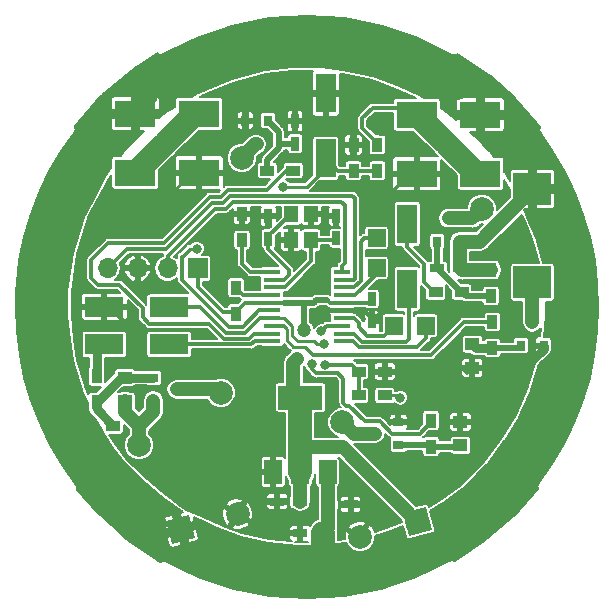
<source format=gbr>
From b93029b9faac31d8802ce797875c2d6b4c6d6a45 Mon Sep 17 00:00:00 2001
From: jaseg <git-bigdata-wsl-arch@jaseg.de>
Date: Sun, 31 Jul 2022 16:36:34 +0200
Subject: Split center design into control and led connector boards

---
 center/gerber/center-F.Cu.gbr | 7623 -----------------------------------------
 1 file changed, 7623 deletions(-)
 delete mode 100644 center/gerber/center-F.Cu.gbr

(limited to 'center/gerber/center-F.Cu.gbr')

diff --git a/center/gerber/center-F.Cu.gbr b/center/gerber/center-F.Cu.gbr
deleted file mode 100644
index 24f0927..0000000
--- a/center/gerber/center-F.Cu.gbr
+++ /dev/null
@@ -1,7623 +0,0 @@
-G04 #@! TF.GenerationSoftware,KiCad,Pcbnew,(5.0.1)*
-G04 #@! TF.CreationDate,2019-02-02T12:52:51+09:00*
-G04 #@! TF.ProjectId,center,63656E7465722E6B696361645F706362,rev?*
-G04 #@! TF.SameCoordinates,Original*
-G04 #@! TF.FileFunction,Copper,L1,Top,Signal*
-G04 #@! TF.FilePolarity,Positive*
-%FSLAX46Y46*%
-G04 Gerber Fmt 4.6, Leading zero omitted, Abs format (unit mm)*
-G04 Created by KiCad (PCBNEW (5.0.1)) date Sat Feb  2 12:52:51 2019*
-%MOMM*%
-%LPD*%
-G01*
-G04 APERTURE LIST*
-G04 #@! TA.AperFunction,SMDPad,CuDef*
-%ADD10R,0.800000X0.900000*%
-G04 #@! TD*
-G04 #@! TA.AperFunction,SMDPad,CuDef*
-%ADD11R,1.200000X0.750000*%
-G04 #@! TD*
-G04 #@! TA.AperFunction,SMDPad,CuDef*
-%ADD12R,0.750000X1.200000*%
-G04 #@! TD*
-G04 #@! TA.AperFunction,SMDPad,CuDef*
-%ADD13R,1.250000X1.000000*%
-G04 #@! TD*
-G04 #@! TA.AperFunction,SMDPad,CuDef*
-%ADD14R,3.500000X2.300000*%
-G04 #@! TD*
-G04 #@! TA.AperFunction,ComponentPad*
-%ADD15R,1.700000X1.700000*%
-G04 #@! TD*
-G04 #@! TA.AperFunction,ComponentPad*
-%ADD16O,1.700000X1.700000*%
-G04 #@! TD*
-G04 #@! TA.AperFunction,SMDPad,CuDef*
-%ADD17R,0.900000X1.200000*%
-G04 #@! TD*
-G04 #@! TA.AperFunction,SMDPad,CuDef*
-%ADD18R,1.200000X0.900000*%
-G04 #@! TD*
-G04 #@! TA.AperFunction,SMDPad,CuDef*
-%ADD19R,1.500000X1.500000*%
-G04 #@! TD*
-G04 #@! TA.AperFunction,SMDPad,CuDef*
-%ADD20R,1.200000X1.400000*%
-G04 #@! TD*
-G04 #@! TA.AperFunction,SMDPad,CuDef*
-%ADD21R,0.900000X0.800000*%
-G04 #@! TD*
-G04 #@! TA.AperFunction,SMDPad,CuDef*
-%ADD22R,3.800000X2.000000*%
-G04 #@! TD*
-G04 #@! TA.AperFunction,SMDPad,CuDef*
-%ADD23R,1.500000X2.000000*%
-G04 #@! TD*
-G04 #@! TA.AperFunction,SMDPad,CuDef*
-%ADD24R,1.450000X0.450000*%
-G04 #@! TD*
-G04 #@! TA.AperFunction,SMDPad,CuDef*
-%ADD25R,1.700000X3.300000*%
-G04 #@! TD*
-G04 #@! TA.AperFunction,SMDPad,CuDef*
-%ADD26R,3.300000X1.700000*%
-G04 #@! TD*
-G04 #@! TA.AperFunction,SMDPad,CuDef*
-%ADD27R,3.200000X2.700000*%
-G04 #@! TD*
-G04 #@! TA.AperFunction,ComponentPad*
-%ADD28C,2.000000*%
-G04 #@! TD*
-G04 #@! TA.AperFunction,Conductor*
-%ADD29C,0.100000*%
-G04 #@! TD*
-G04 #@! TA.AperFunction,ViaPad*
-%ADD30C,1.200000*%
-G04 #@! TD*
-G04 #@! TA.AperFunction,ViaPad*
-%ADD31C,2.000000*%
-G04 #@! TD*
-G04 #@! TA.AperFunction,ViaPad*
-%ADD32C,0.800000*%
-G04 #@! TD*
-G04 #@! TA.AperFunction,Conductor*
-%ADD33C,1.200000*%
-G04 #@! TD*
-G04 #@! TA.AperFunction,Conductor*
-%ADD34C,2.000000*%
-G04 #@! TD*
-G04 #@! TA.AperFunction,Conductor*
-%ADD35C,0.300000*%
-G04 #@! TD*
-G04 #@! TA.AperFunction,Conductor*
-%ADD36C,0.200000*%
-G04 #@! TD*
-G04 #@! TA.AperFunction,Conductor*
-%ADD37C,0.500000*%
-G04 #@! TD*
-G04 #@! TA.AperFunction,Conductor*
-%ADD38C,0.250000*%
-G04 #@! TD*
-G04 #@! TA.AperFunction,Conductor*
-%ADD39C,0.800000*%
-G04 #@! TD*
-G04 #@! TA.AperFunction,Conductor*
-%ADD40C,0.150000*%
-G04 #@! TD*
-G04 APERTURE END LIST*
-D10*
-G04 #@! TO.P,Q3,1*
-G04 #@! TO.N,Net-(C12-Pad1)*
-X118150000Y-103300000D03*
-G04 #@! TO.P,Q3,2*
-G04 #@! TO.N,GND*
-X120050000Y-103300000D03*
-G04 #@! TO.P,Q3,3*
-G04 #@! TO.N,Net-(Q3-Pad3)*
-X119100000Y-101300000D03*
-G04 #@! TD*
-D11*
-G04 #@! TO.P,C2,1*
-G04 #@! TO.N,+12V*
-X101350000Y-119200000D03*
-G04 #@! TO.P,C2,2*
-G04 #@! TO.N,GND*
-X99450000Y-119200000D03*
-G04 #@! TD*
-G04 #@! TO.P,C3,1*
-G04 #@! TO.N,+12V*
-X101800000Y-116750000D03*
-G04 #@! TO.P,C3,2*
-G04 #@! TO.N,GND*
-X103700000Y-116750000D03*
-G04 #@! TD*
-G04 #@! TO.P,C5,2*
-G04 #@! TO.N,GND*
-X97500000Y-116500000D03*
-G04 #@! TO.P,C5,1*
-G04 #@! TO.N,+3V3*
-X99400000Y-116500000D03*
-G04 #@! TD*
-D12*
-G04 #@! TO.P,C6,2*
-G04 #@! TO.N,GND*
-X105500000Y-101250000D03*
-G04 #@! TO.P,C6,1*
-G04 #@! TO.N,+3V3*
-X105500000Y-99350000D03*
-G04 #@! TD*
-D11*
-G04 #@! TO.P,C7,2*
-G04 #@! TO.N,Net-(C7-Pad2)*
-X111050000Y-96750000D03*
-G04 #@! TO.P,C7,1*
-G04 #@! TO.N,+12V*
-X112950000Y-96750000D03*
-G04 #@! TD*
-D12*
-G04 #@! TO.P,C8,1*
-G04 #@! TO.N,Net-(C8-Pad1)*
-X99000000Y-86200000D03*
-G04 #@! TO.P,C8,2*
-G04 #@! TO.N,GND*
-X99000000Y-84300000D03*
-G04 #@! TD*
-G04 #@! TO.P,C9,2*
-G04 #@! TO.N,GND*
-X102500000Y-92300000D03*
-G04 #@! TO.P,C9,1*
-G04 #@! TO.N,Net-(C9-Pad1)*
-X102500000Y-94200000D03*
-G04 #@! TD*
-G04 #@! TO.P,C10,1*
-G04 #@! TO.N,Net-(C10-Pad1)*
-X96750000Y-94250000D03*
-G04 #@! TO.P,C10,2*
-G04 #@! TO.N,GND*
-X96750000Y-92350000D03*
-G04 #@! TD*
-D13*
-G04 #@! TO.P,C11,1*
-G04 #@! TO.N,+12V*
-X84600000Y-108000000D03*
-G04 #@! TO.P,C11,2*
-G04 #@! TO.N,Net-(C11-Pad2)*
-X84600000Y-106000000D03*
-G04 #@! TD*
-G04 #@! TO.P,C12,1*
-G04 #@! TO.N,Net-(C12-Pad1)*
-X114000000Y-103200000D03*
-G04 #@! TO.P,C12,2*
-G04 #@! TO.N,GND*
-X114000000Y-105200000D03*
-G04 #@! TD*
-G04 #@! TO.P,C13,2*
-G04 #@! TO.N,GND*
-X113000000Y-109750000D03*
-G04 #@! TO.P,C13,1*
-G04 #@! TO.N,Net-(C13-Pad1)*
-X113000000Y-111750000D03*
-G04 #@! TD*
-D14*
-G04 #@! TO.P,D1,1*
-G04 #@! TO.N,+12V*
-X114700000Y-83750000D03*
-G04 #@! TO.P,D1,2*
-G04 #@! TO.N,Net-(D1-Pad2)*
-X109300000Y-83750000D03*
-G04 #@! TD*
-G04 #@! TO.P,D2,1*
-G04 #@! TO.N,+12V*
-X85478544Y-83662480D03*
-G04 #@! TO.P,D2,2*
-G04 #@! TO.N,Net-(D2-Pad2)*
-X90878544Y-83662480D03*
-G04 #@! TD*
-G04 #@! TO.P,D3,2*
-G04 #@! TO.N,GND*
-X109300000Y-88750000D03*
-G04 #@! TO.P,D3,1*
-G04 #@! TO.N,Net-(D1-Pad2)*
-X114700000Y-88750000D03*
-G04 #@! TD*
-G04 #@! TO.P,D4,2*
-G04 #@! TO.N,GND*
-X90878544Y-88662480D03*
-G04 #@! TO.P,D4,1*
-G04 #@! TO.N,Net-(D2-Pad2)*
-X85478544Y-88662480D03*
-G04 #@! TD*
-D15*
-G04 #@! TO.P,J5,1*
-G04 #@! TO.N,+3V3*
-X90750000Y-96750000D03*
-D16*
-G04 #@! TO.P,J5,2*
-G04 #@! TO.N,/SWCLK*
-X88210000Y-96750000D03*
-G04 #@! TO.P,J5,3*
-G04 #@! TO.N,GND*
-X85670001Y-96750000D03*
-G04 #@! TO.P,J5,4*
-G04 #@! TO.N,/SWDIO*
-X83130000Y-96750000D03*
-G04 #@! TD*
-D17*
-G04 #@! TO.P,R1,2*
-G04 #@! TO.N,/Vmeas_A*
-X105950000Y-88500000D03*
-G04 #@! TO.P,R1,1*
-G04 #@! TO.N,Net-(D1-Pad2)*
-X105950000Y-86300000D03*
-G04 #@! TD*
-D18*
-G04 #@! TO.P,R2,1*
-G04 #@! TO.N,Net-(D2-Pad2)*
-X106600000Y-107500000D03*
-G04 #@! TO.P,R2,2*
-G04 #@! TO.N,/Vmeas_B*
-X104400000Y-107500000D03*
-G04 #@! TD*
-D17*
-G04 #@! TO.P,R3,1*
-G04 #@! TO.N,/Vmeas_A*
-X103950000Y-88500000D03*
-G04 #@! TO.P,R3,2*
-G04 #@! TO.N,GND*
-X103950000Y-86300000D03*
-G04 #@! TD*
-D18*
-G04 #@! TO.P,R4,2*
-G04 #@! TO.N,GND*
-X106600000Y-105500000D03*
-G04 #@! TO.P,R4,1*
-G04 #@! TO.N,/Vmeas_B*
-X104400000Y-105500000D03*
-G04 #@! TD*
-D17*
-G04 #@! TO.P,R5,1*
-G04 #@! TO.N,Net-(R5-Pad1)*
-X94000000Y-98400000D03*
-G04 #@! TO.P,R5,2*
-G04 #@! TO.N,+3V3*
-X94000000Y-100600000D03*
-G04 #@! TD*
-D18*
-G04 #@! TO.P,R6,1*
-G04 #@! TO.N,Net-(C8-Pad1)*
-X96650000Y-88500000D03*
-G04 #@! TO.P,R6,2*
-G04 #@! TO.N,/CH0*
-X98850000Y-88500000D03*
-G04 #@! TD*
-D17*
-G04 #@! TO.P,R7,2*
-G04 #@! TO.N,+12V*
-X115600000Y-96900000D03*
-G04 #@! TO.P,R7,1*
-G04 #@! TO.N,Net-(C7-Pad2)*
-X115600000Y-99100000D03*
-G04 #@! TD*
-G04 #@! TO.P,R8,2*
-G04 #@! TO.N,GND*
-X94500000Y-92150000D03*
-G04 #@! TO.P,R8,1*
-G04 #@! TO.N,Net-(R8-Pad1)*
-X94500000Y-94350000D03*
-G04 #@! TD*
-D18*
-G04 #@! TO.P,R9,1*
-G04 #@! TO.N,Net-(C7-Pad2)*
-X113100000Y-98750000D03*
-G04 #@! TO.P,R9,2*
-G04 #@! TO.N,Net-(D7-Pad1)*
-X110900000Y-98750000D03*
-G04 #@! TD*
-D17*
-G04 #@! TO.P,R11,2*
-G04 #@! TO.N,/LOAD*
-X115700000Y-101300000D03*
-G04 #@! TO.P,R11,1*
-G04 #@! TO.N,Net-(C12-Pad1)*
-X115700000Y-103500000D03*
-G04 #@! TD*
-G04 #@! TO.P,R12,2*
-G04 #@! TO.N,/CH1*
-X110500000Y-109650000D03*
-G04 #@! TO.P,R12,1*
-G04 #@! TO.N,Net-(C13-Pad1)*
-X110500000Y-111850000D03*
-G04 #@! TD*
-D18*
-G04 #@! TO.P,R13,1*
-G04 #@! TO.N,Net-(C11-Pad2)*
-X83600000Y-110100000D03*
-G04 #@! TO.P,R13,2*
-G04 #@! TO.N,+12V*
-X85800000Y-110100000D03*
-G04 #@! TD*
-D17*
-G04 #@! TO.P,R14,2*
-G04 #@! TO.N,Net-(D8-Pad1)*
-X82200000Y-105900000D03*
-G04 #@! TO.P,R14,1*
-G04 #@! TO.N,Net-(C11-Pad2)*
-X82200000Y-108100000D03*
-G04 #@! TD*
-D19*
-G04 #@! TO.P,TP1,1*
-G04 #@! TO.N,Net-(TP1-Pad1)*
-X110100000Y-101600000D03*
-G04 #@! TD*
-G04 #@! TO.P,TP2,1*
-G04 #@! TO.N,Net-(TP2-Pad1)*
-X105900000Y-96700000D03*
-G04 #@! TD*
-G04 #@! TO.P,TP3,1*
-G04 #@! TO.N,Net-(TP3-Pad1)*
-X105900000Y-94200000D03*
-G04 #@! TD*
-G04 #@! TO.P,TP4,1*
-G04 #@! TO.N,Net-(TP4-Pad1)*
-X107400000Y-101600000D03*
-G04 #@! TD*
-D20*
-G04 #@! TO.P,Y1,1*
-G04 #@! TO.N,Net-(C9-Pad1)*
-X100350000Y-94350000D03*
-G04 #@! TO.P,Y1,2*
-G04 #@! TO.N,GND*
-X100350000Y-92150000D03*
-G04 #@! TO.P,Y1,3*
-G04 #@! TO.N,Net-(C10-Pad1)*
-X98650000Y-92150000D03*
-G04 #@! TO.P,Y1,4*
-G04 #@! TO.N,GND*
-X98650000Y-94350000D03*
-G04 #@! TD*
-D10*
-G04 #@! TO.P,Q1,1*
-G04 #@! TO.N,Net-(C8-Pad1)*
-X96700000Y-84250000D03*
-G04 #@! TO.P,Q1,2*
-G04 #@! TO.N,GND*
-X94800000Y-84250000D03*
-G04 #@! TO.P,Q1,3*
-G04 #@! TO.N,/Q0*
-X95750000Y-86250000D03*
-G04 #@! TD*
-G04 #@! TO.P,Q2,3*
-G04 #@! TO.N,/Q2*
-X112000000Y-92500000D03*
-G04 #@! TO.P,Q2,2*
-G04 #@! TO.N,+12V*
-X112950000Y-94500000D03*
-G04 #@! TO.P,Q2,1*
-G04 #@! TO.N,Net-(C7-Pad2)*
-X111050000Y-94500000D03*
-G04 #@! TD*
-D21*
-G04 #@! TO.P,Q4,3*
-G04 #@! TO.N,/Q1*
-X105750000Y-110750000D03*
-G04 #@! TO.P,Q4,2*
-G04 #@! TO.N,GND*
-X107750000Y-109800000D03*
-G04 #@! TO.P,Q4,1*
-G04 #@! TO.N,Net-(C13-Pad1)*
-X107750000Y-111700000D03*
-G04 #@! TD*
-G04 #@! TO.P,Q5,1*
-G04 #@! TO.N,Net-(C11-Pad2)*
-X87000000Y-106050000D03*
-G04 #@! TO.P,Q5,2*
-G04 #@! TO.N,+12V*
-X87000000Y-107950000D03*
-G04 #@! TO.P,Q5,3*
-G04 #@! TO.N,/Q3*
-X89000000Y-107000000D03*
-G04 #@! TD*
-D22*
-G04 #@! TO.P,U1,2*
-G04 #@! TO.N,+3V3*
-X99450000Y-107700000D03*
-D23*
-X99450000Y-114000000D03*
-G04 #@! TO.P,U1,3*
-G04 #@! TO.N,+12V*
-X101750000Y-114000000D03*
-G04 #@! TO.P,U1,1*
-G04 #@! TO.N,GND*
-X97150000Y-114000000D03*
-G04 #@! TD*
-D24*
-G04 #@! TO.P,U2,1*
-G04 #@! TO.N,Net-(R8-Pad1)*
-X97050000Y-97075000D03*
-G04 #@! TO.P,U2,2*
-G04 #@! TO.N,Net-(C10-Pad1)*
-X97050000Y-97725000D03*
-G04 #@! TO.P,U2,3*
-G04 #@! TO.N,Net-(C9-Pad1)*
-X97050000Y-98375000D03*
-G04 #@! TO.P,U2,4*
-G04 #@! TO.N,Net-(R5-Pad1)*
-X97050000Y-99025000D03*
-G04 #@! TO.P,U2,5*
-G04 #@! TO.N,+3V3*
-X97050000Y-99675000D03*
-G04 #@! TO.P,U2,6*
-G04 #@! TO.N,/Vmeas_A*
-X97050000Y-100325000D03*
-G04 #@! TO.P,U2,7*
-G04 #@! TO.N,/Vmeas_B*
-X97050000Y-100975000D03*
-G04 #@! TO.P,U2,8*
-G04 #@! TO.N,/LOAD*
-X97050000Y-101625000D03*
-G04 #@! TO.P,U2,9*
-G04 #@! TO.N,/CH0*
-X97050000Y-102275000D03*
-G04 #@! TO.P,U2,10*
-G04 #@! TO.N,/CH3*
-X97050000Y-102925000D03*
-G04 #@! TO.P,U2,11*
-G04 #@! TO.N,Net-(TP1-Pad1)*
-X102950000Y-102925000D03*
-G04 #@! TO.P,U2,12*
-G04 #@! TO.N,/CH2*
-X102950000Y-102275000D03*
-G04 #@! TO.P,U2,13*
-G04 #@! TO.N,/CH1*
-X102950000Y-101625000D03*
-G04 #@! TO.P,U2,14*
-G04 #@! TO.N,Net-(TP4-Pad1)*
-X102950000Y-100975000D03*
-G04 #@! TO.P,U2,15*
-G04 #@! TO.N,GND*
-X102950000Y-100325000D03*
-G04 #@! TO.P,U2,16*
-G04 #@! TO.N,+3V3*
-X102950000Y-99675000D03*
-G04 #@! TO.P,U2,17*
-G04 #@! TO.N,Net-(TP2-Pad1)*
-X102950000Y-99025000D03*
-G04 #@! TO.P,U2,18*
-G04 #@! TO.N,Net-(TP3-Pad1)*
-X102950000Y-98375000D03*
-G04 #@! TO.P,U2,19*
-G04 #@! TO.N,/SWDIO*
-X102950000Y-97725000D03*
-G04 #@! TO.P,U2,20*
-G04 #@! TO.N,/SWCLK*
-X102950000Y-97075000D03*
-G04 #@! TD*
-D25*
-G04 #@! TO.P,D5,1*
-G04 #@! TO.N,/Vmeas_A*
-X101600000Y-87450000D03*
-G04 #@! TO.P,D5,2*
-G04 #@! TO.N,GND*
-X101600000Y-81950000D03*
-G04 #@! TD*
-D26*
-G04 #@! TO.P,D6,2*
-G04 #@! TO.N,GND*
-X82850000Y-100000000D03*
-G04 #@! TO.P,D6,1*
-G04 #@! TO.N,/Vmeas_B*
-X88350000Y-100000000D03*
-G04 #@! TD*
-D25*
-G04 #@! TO.P,D7,1*
-G04 #@! TO.N,Net-(D7-Pad1)*
-X108500000Y-93000000D03*
-G04 #@! TO.P,D7,2*
-G04 #@! TO.N,/CH2*
-X108500000Y-98500000D03*
-G04 #@! TD*
-D26*
-G04 #@! TO.P,D8,2*
-G04 #@! TO.N,/CH3*
-X88350000Y-103200000D03*
-G04 #@! TO.P,D8,1*
-G04 #@! TO.N,Net-(D8-Pad1)*
-X82850000Y-103200000D03*
-G04 #@! TD*
-D27*
-G04 #@! TO.P,R10,1*
-G04 #@! TO.N,+12V*
-X119100000Y-90050000D03*
-G04 #@! TO.P,R10,2*
-G04 #@! TO.N,Net-(Q3-Pad3)*
-X119100000Y-97950000D03*
-G04 #@! TD*
-D28*
-G04 #@! TO.P,C1,1*
-G04 #@! TO.N,+12V*
-X89300000Y-118850000D03*
-D29*
-G04 #@! TD*
-G04 #@! TO.N,+12V*
-G04 #@! TO.C,C1*
-G36*
-X88592893Y-120074745D02*
-X88075255Y-118142893D01*
-X90007107Y-117625255D01*
-X90524745Y-119557107D01*
-X88592893Y-120074745D01*
-X88592893Y-120074745D01*
-G37*
-D28*
-G04 #@! TO.P,C1,2*
-G04 #@! TO.N,GND*
-X94129629Y-117555905D03*
-G04 #@! TD*
-G04 #@! TO.P,C4,2*
-G04 #@! TO.N,GND*
-X104520371Y-119494095D03*
-G04 #@! TO.P,C4,1*
-G04 #@! TO.N,+3V3*
-X109350000Y-118200000D03*
-D29*
-G04 #@! TD*
-G04 #@! TO.N,+3V3*
-G04 #@! TO.C,C4*
-G36*
-X110057107Y-116975255D02*
-X110574745Y-118907107D01*
-X108642893Y-119424745D01*
-X108125255Y-117492893D01*
-X110057107Y-116975255D01*
-X110057107Y-116975255D01*
-G37*
-D30*
-G04 #@! TO.N,+12V*
-X85799992Y-111750008D03*
-D31*
-X92571589Y-78755737D03*
-X86370323Y-82091010D03*
-X81503225Y-87179340D03*
-X78446720Y-93522646D03*
-X77500000Y-100500000D03*
-X78755737Y-107428411D03*
-X82091010Y-113629677D03*
-X87179340Y-118496775D03*
-X93522646Y-121553280D03*
-X100500000Y-122500000D03*
-X107428411Y-121244263D03*
-X113629677Y-117908990D03*
-X118496775Y-112820660D03*
-X121553280Y-106477354D03*
-X122500000Y-99500000D03*
-X121244263Y-92571589D03*
-X117908990Y-86370323D03*
-X112820660Y-81503225D03*
-X106477354Y-78446720D03*
-X99500000Y-77500000D03*
-X85799992Y-111750008D03*
-D30*
-G04 #@! TO.N,GND*
-X98900000Y-95900000D03*
-X105250000Y-92400000D03*
-X99000000Y-82700000D03*
-X84903097Y-101658975D03*
-X100800000Y-97950000D03*
-X106750000Y-99400000D03*
-X103800000Y-83250000D03*
-D31*
-X106250000Y-84500000D03*
-X114900000Y-107700000D03*
-X97150000Y-111700000D03*
-X112000000Y-100300000D03*
-D32*
-X117300000Y-101050000D03*
-X117000000Y-102400000D03*
-D30*
-X94800000Y-82700000D03*
-D31*
-X85775634Y-92775634D03*
-X94800000Y-112700000D03*
-X96400000Y-109500000D03*
-X96800000Y-104700000D03*
-D30*
-X108200000Y-105500000D03*
-D32*
-X93000000Y-93000000D03*
-X95900000Y-95900000D03*
-X93400000Y-96300000D03*
-X92400000Y-96300000D03*
-X101500000Y-93200000D03*
-X101600000Y-95300000D03*
-X92400000Y-98850000D03*
-X109300000Y-90500000D03*
-X109300000Y-86500000D03*
-X113600000Y-108500000D03*
-X109200000Y-109400000D03*
-X101100000Y-109800000D03*
-X106700000Y-117700000D03*
-X97900000Y-119100000D03*
-X96200000Y-118800000D03*
-X90600000Y-90600000D03*
-X91200000Y-85500000D03*
-X92200000Y-86500000D03*
-X100000000Y-81950000D03*
-X101600000Y-84700000D03*
-X98000000Y-87500000D03*
-X93500000Y-84200000D03*
-D30*
-X101354480Y-100500010D03*
-G04 #@! TO.N,+3V3*
-X99200000Y-104400000D03*
-X99750000Y-102000000D03*
-D31*
-G04 #@! TO.N,Net-(D1-Pad2)*
-X111750000Y-86139998D03*
-G04 #@! TO.N,Net-(D2-Pad2)*
-X87950000Y-86191024D03*
-D32*
-X107900000Y-107700000D03*
-G04 #@! TO.N,/Vmeas_A*
-X90683142Y-95080201D03*
-X97975075Y-89849978D03*
-G04 #@! TO.N,/Vmeas_B*
-X101500000Y-104900000D03*
-X101450021Y-103200000D03*
-D31*
-G04 #@! TO.N,/Q2*
-X114800000Y-91700000D03*
-G04 #@! TO.N,/Q0*
-X94500000Y-87400000D03*
-G04 #@! TO.N,/Q3*
-X92694365Y-107305635D03*
-G04 #@! TO.N,/Q1*
-X103000000Y-109800000D03*
-D32*
-G04 #@! TO.N,/CH1*
-X101225000Y-102100000D03*
-X100450000Y-104875000D03*
-G04 #@! TD*
-D33*
-G04 #@! TO.N,+12V*
-X87000000Y-108900000D02*
-X85800000Y-110100000D01*
-X87000000Y-107950000D02*
-X87000000Y-108900000D01*
-X84600000Y-108900000D02*
-X85800000Y-110100000D01*
-X84600000Y-108000000D02*
-X84600000Y-108900000D01*
-X113100000Y-96900000D02*
-X112950000Y-96750000D01*
-X115600000Y-96900000D02*
-X113100000Y-96900000D01*
-X114650000Y-94500000D02*
-X119100000Y-90050000D01*
-X112950000Y-94500000D02*
-X114650000Y-94500000D01*
-X112950000Y-96750000D02*
-X112950000Y-94500000D01*
-X101800000Y-116750000D02*
-X101800000Y-114050000D01*
-X101800000Y-114050000D02*
-X101750000Y-114000000D01*
-X101800000Y-118750000D02*
-X101350000Y-119200000D01*
-X101800000Y-116750000D02*
-X101800000Y-118750000D01*
-D34*
-X101350000Y-119200000D02*
-X101350000Y-120600000D01*
-D33*
-X85799992Y-110100008D02*
-X85800000Y-110100000D01*
-X85799992Y-111750008D02*
-X85799992Y-110100008D01*
-D35*
-G04 #@! TO.N,GND*
-X105500000Y-101025000D02*
-X105500000Y-101250000D01*
-X104800000Y-100325000D02*
-X105500000Y-101025000D01*
-X102950000Y-100325000D02*
-X104800000Y-100325000D01*
-X98650000Y-94350000D02*
-X98650000Y-95650000D01*
-X98650000Y-95650000D02*
-X98900000Y-95900000D01*
-X109300000Y-88750000D02*
-X108700000Y-88750000D01*
-X105250000Y-92200000D02*
-X105250000Y-92400000D01*
-X108700000Y-88750000D02*
-X105250000Y-92200000D01*
-X101600000Y-81950000D02*
-X100000000Y-81950000D01*
-X98300000Y-81950000D02*
-X98200000Y-82050000D01*
-X82850000Y-100000000D02*
-X83244122Y-100000000D01*
-X83244122Y-100000000D02*
-X84903097Y-101658975D01*
-X97150000Y-114000000D02*
-X97000000Y-110650000D01*
-X97150000Y-110800000D02*
-X97000000Y-110650000D01*
-X105500000Y-101250000D02*
-X106750000Y-100000000D01*
-X106750000Y-100000000D02*
-X106750000Y-99400000D01*
-X103950000Y-85100000D02*
-X103950000Y-86300000D01*
-X103800000Y-83250000D02*
-X103950000Y-85100000D01*
-X106500000Y-84500000D02*
-X106250000Y-84500000D01*
-X109300000Y-88750000D02*
-X109300000Y-87300000D01*
-X109300000Y-87300000D02*
-X106500000Y-84500000D01*
-X97150000Y-110800000D02*
-X97150000Y-110800000D01*
-X97150000Y-111700000D02*
-X97150000Y-110800000D01*
-X106749999Y-104600001D02*
-X106600000Y-104750000D01*
-X106600000Y-104750000D02*
-X106600000Y-105500000D01*
-X112550001Y-104600001D02*
-X106749999Y-104600001D01*
-X113550000Y-105600000D02*
-X112550001Y-104600001D01*
-D36*
-X119450000Y-103300000D02*
-X119250000Y-103100000D01*
-X119250000Y-103100000D02*
-X119250000Y-103050000D01*
-X119550000Y-103300000D02*
-X117400000Y-101150000D01*
-X119550000Y-103300000D02*
-X119450000Y-103300000D01*
-X120050000Y-103300000D02*
-X119550000Y-103300000D01*
-X113149999Y-100200001D02*
-X112350000Y-101000000D01*
-X116450001Y-100200001D02*
-X113149999Y-100200001D01*
-X117400000Y-101150000D02*
-X117300000Y-101050000D01*
-X117300000Y-101050000D02*
-X116450001Y-100200001D01*
-X117300000Y-101050000D02*
-X117300000Y-102100000D01*
-X117300000Y-102100000D02*
-X117000000Y-102400000D01*
-D37*
-X94800000Y-84250000D02*
-X94800000Y-83050000D01*
-X94800000Y-83050000D02*
-X94150000Y-82400000D01*
-D38*
-X86165390Y-92775634D02*
-X85775634Y-92775634D01*
-X90878544Y-88662480D02*
-X90278544Y-88662480D01*
-X90278544Y-88662480D02*
-X86165390Y-92775634D01*
-D35*
-X97000000Y-110650000D02*
-X97150000Y-111700000D01*
-X100000000Y-81950000D02*
-X98300000Y-81950000D01*
-D39*
-X120050000Y-103300000D02*
-X120050000Y-103550000D01*
-X120050000Y-103550000D02*
-X119050000Y-104550000D01*
-D35*
-X102950000Y-100325000D02*
-X101529490Y-100325000D01*
-X101529490Y-100325000D02*
-X101354480Y-100500010D01*
-G04 #@! TO.N,+3V3*
-X94775000Y-99675000D02*
-X94000000Y-100450000D01*
-X97050000Y-99675000D02*
-X94775000Y-99675000D01*
-X105175000Y-99675000D02*
-X105500000Y-99350000D01*
-X102950000Y-99675000D02*
-X105175000Y-99675000D01*
-D33*
-X99450000Y-116450000D02*
-X99400000Y-116500000D01*
-X99450000Y-114000000D02*
-X99450000Y-116450000D01*
-D34*
-X99450000Y-114000000D02*
-X99450000Y-111900000D01*
-X99450000Y-111900000D02*
-X99450000Y-107700000D01*
-D35*
-X94000000Y-100600000D02*
-X94000000Y-100450000D01*
-X90750000Y-98300000D02*
-X90750000Y-96750000D01*
-X94000000Y-100450000D02*
-X92900000Y-100450000D01*
-X92900000Y-100450000D02*
-X90750000Y-98300000D01*
-D33*
-X98850000Y-104750000D02*
-X99200000Y-104400000D01*
-X99450000Y-107700000D02*
-X98850000Y-107100000D01*
-X98850000Y-107100000D02*
-X98850000Y-104750000D01*
-X109350000Y-118200000D02*
-X103050000Y-111900000D01*
-X103050000Y-111900000D02*
-X99450000Y-111900000D01*
-D35*
-X99750000Y-101350000D02*
-X99750000Y-102000000D01*
-X97050000Y-99675000D02*
-X98075000Y-99675000D01*
-D37*
-X101700000Y-99450000D02*
-X100795998Y-99450000D01*
-D35*
-X101925000Y-99675000D02*
-X101700000Y-99450000D01*
-X102950000Y-99675000D02*
-X101925000Y-99675000D01*
-D37*
-X100795998Y-99450000D02*
-X100595998Y-99650000D01*
-X98100000Y-99650000D02*
-X98075000Y-99675000D01*
-X100595998Y-99650000D02*
-X98100000Y-99650000D01*
-X99750000Y-101151472D02*
-X99750000Y-102000000D01*
-X100595998Y-99650000D02*
-X99900000Y-99650000D01*
-X99750000Y-99800000D02*
-X99750000Y-101151472D01*
-X99900000Y-99650000D02*
-X99750000Y-99800000D01*
-G04 #@! TO.N,Net-(C7-Pad2)*
-X113450000Y-99100000D02*
-X113100000Y-98750000D01*
-X115600000Y-99100000D02*
-X113450000Y-99100000D01*
-X113050000Y-98750000D02*
-X111050000Y-96750000D01*
-X113100000Y-98750000D02*
-X113050000Y-98750000D01*
-X111050000Y-94500000D02*
-X111050000Y-96750000D01*
-G04 #@! TO.N,Net-(C8-Pad1)*
-X96750000Y-84300000D02*
-X96700000Y-84250000D01*
-X96700000Y-84300000D02*
-X97600000Y-85200000D01*
-X96700000Y-84250000D02*
-X96700000Y-84300000D01*
-X99000000Y-86200000D02*
-X98125000Y-86200000D01*
-X97600000Y-85200000D02*
-X97600000Y-86200000D01*
-X98125000Y-86200000D02*
-X97600000Y-86200000D01*
-X97600000Y-86600000D02*
-X96650000Y-87550000D01*
-X97600000Y-86200000D02*
-X97600000Y-86600000D01*
-X96650000Y-87550000D02*
-X96650000Y-88500000D01*
-D35*
-G04 #@! TO.N,Net-(C9-Pad1)*
-X102350000Y-94350000D02*
-X102500000Y-94200000D01*
-X100350000Y-94350000D02*
-X102350000Y-94350000D01*
-X100350000Y-96157120D02*
-X100350000Y-95350000D01*
-X100350000Y-95350000D02*
-X100350000Y-94350000D01*
-X98132120Y-98375000D02*
-X100350000Y-96157120D01*
-X97050000Y-98375000D02*
-X98132120Y-98375000D01*
-G04 #@! TO.N,Net-(C10-Pad1)*
-X96750000Y-94050000D02*
-X98650000Y-92150000D01*
-X96750000Y-94250000D02*
-X96750000Y-94050000D01*
-X96750000Y-95150000D02*
-X98500000Y-96900000D01*
-X96750000Y-94250000D02*
-X96750000Y-95150000D01*
-X98500000Y-97300000D02*
-X98075000Y-97725000D01*
-X98500000Y-96900000D02*
-X98500000Y-97300000D01*
-X98075000Y-97725000D02*
-X97050000Y-97725000D01*
-D39*
-G04 #@! TO.N,Net-(C11-Pad2)*
-X84300000Y-106000000D02*
-X84600000Y-106000000D01*
-X82200000Y-108100000D02*
-X84300000Y-106000000D01*
-X84600000Y-106000000D02*
-X86950000Y-106000000D01*
-X86950000Y-106000000D02*
-X87000000Y-106050000D01*
-X82200000Y-108700000D02*
-X83600000Y-110100000D01*
-X82200000Y-108100000D02*
-X82200000Y-108700000D01*
-D37*
-G04 #@! TO.N,Net-(C12-Pad1)*
-X118100000Y-103350000D02*
-X118150000Y-103300000D01*
-X117950000Y-103500000D02*
-X118150000Y-103300000D01*
-X115700000Y-103500000D02*
-X117950000Y-103500000D01*
-D39*
-X114300000Y-103500000D02*
-X114000000Y-103200000D01*
-X115700000Y-103500000D02*
-X114300000Y-103500000D01*
-D35*
-G04 #@! TO.N,Net-(C13-Pad1)*
-X110400000Y-111750000D02*
-X110500000Y-111850000D01*
-D37*
-X110350000Y-111700000D02*
-X110500000Y-111850000D01*
-X107750000Y-111700000D02*
-X110350000Y-111700000D01*
-X112900000Y-111850000D02*
-X113000000Y-111750000D01*
-X110500000Y-111850000D02*
-X112900000Y-111850000D01*
-D34*
-G04 #@! TO.N,Net-(D1-Pad2)*
-X114360002Y-88750000D02*
-X114700000Y-88750000D01*
-X109300000Y-83750000D02*
-X109360002Y-83750000D01*
-X109360002Y-83750000D02*
-X111750000Y-86139998D01*
-X111750000Y-86139998D02*
-X114360002Y-88750000D01*
-D35*
-X105950000Y-86150000D02*
-X104700000Y-84900000D01*
-X104700000Y-84900000D02*
-X104700000Y-84051998D01*
-X105950000Y-86300000D02*
-X105950000Y-86150000D01*
-X104700000Y-84051998D02*
-X105601999Y-83149999D01*
-X105601999Y-83149999D02*
-X108099999Y-83149999D01*
-X108700000Y-83750000D02*
-X109300000Y-83750000D01*
-X108099999Y-83149999D02*
-X108700000Y-83750000D01*
-D34*
-G04 #@! TO.N,Net-(D2-Pad2)*
-X90878544Y-83662480D02*
-X90478544Y-83662480D01*
-X85478544Y-88662480D02*
-X87950000Y-86191024D01*
-X90478544Y-83662480D02*
-X87950000Y-86191024D01*
-D38*
-X106600000Y-107500000D02*
-X107700000Y-107500000D01*
-X107700000Y-107500000D02*
-X107900000Y-107700000D01*
-D35*
-G04 #@! TO.N,/Vmeas_A*
-X105950000Y-88500000D02*
-X103950000Y-88500000D01*
-X102650000Y-88500000D02*
-X101600000Y-87450000D01*
-X103950000Y-88500000D02*
-X102650000Y-88500000D01*
-X94580035Y-101699967D02*
-X95955002Y-100325000D01*
-X95955002Y-100325000D02*
-X96025000Y-100325000D01*
-X93369964Y-101699968D02*
-X94580035Y-101699967D01*
-X96025000Y-100325000D02*
-X97050000Y-100325000D01*
-X89410001Y-97740003D02*
-X93369964Y-101699968D01*
-X89410001Y-95759997D02*
-X89410001Y-97740003D01*
-D38*
-X90089797Y-95080201D02*
-X89410001Y-95759997D01*
-X90683142Y-95080201D02*
-X90089797Y-95080201D01*
-X101600000Y-87450000D02*
-X101600000Y-88250000D01*
-X101600000Y-88250000D02*
-X100000022Y-89849978D01*
-X98540760Y-89849978D02*
-X97975075Y-89849978D01*
-X100000022Y-89849978D02*
-X98540760Y-89849978D01*
-D35*
-G04 #@! TO.N,/Vmeas_B*
-X104400000Y-107500000D02*
-X104400000Y-105500000D01*
-X93162855Y-102199978D02*
-X94800022Y-102199978D01*
-X88350000Y-100000000D02*
-X90962876Y-100000000D01*
-X96025000Y-100975000D02*
-X97050000Y-100975000D01*
-X94800022Y-102199978D02*
-X96025000Y-100975000D01*
-X90962876Y-100000000D02*
-X93162855Y-102199978D01*
-D38*
-X98750010Y-102450010D02*
-X99225001Y-102925001D01*
-X100609337Y-102925001D02*
-X100884336Y-103200000D01*
-X100884336Y-103200000D02*
-X101450021Y-103200000D01*
-X98750010Y-101628245D02*
-X98750010Y-102450010D01*
-X98096765Y-100975000D02*
-X98750010Y-101628245D01*
-X99225001Y-102925001D02*
-X100609337Y-102925001D01*
-X97050000Y-100975000D02*
-X98096765Y-100975000D01*
-D35*
-X103800000Y-104900000D02*
-X101500000Y-104900000D01*
-X104400000Y-105500000D02*
-X103800000Y-104900000D01*
-G04 #@! TO.N,Net-(D7-Pad1)*
-X110750000Y-98750000D02*
-X109900000Y-97900000D01*
-X110900000Y-98750000D02*
-X110750000Y-98750000D01*
-X108500000Y-94950000D02*
-X108500000Y-93000000D01*
-X109900000Y-96350000D02*
-X108500000Y-94950000D01*
-X109900000Y-97900000D02*
-X109900000Y-96350000D01*
-G04 #@! TO.N,/CH2*
-X108650000Y-98650000D02*
-X108500000Y-98500000D01*
-X108650000Y-102700000D02*
-X108650000Y-98650000D01*
-X108400000Y-102950000D02*
-X108650000Y-102700000D01*
-X104650000Y-102950000D02*
-X108400000Y-102950000D01*
-X102950000Y-102275000D02*
-X103975000Y-102275000D01*
-X103975000Y-102275000D02*
-X104650000Y-102950000D01*
-G04 #@! TO.N,/CH3*
-X95300000Y-103200000D02*
-X90300000Y-103200000D01*
-X95575000Y-102925000D02*
-X95300000Y-103200000D01*
-X97050000Y-102925000D02*
-X95575000Y-102925000D01*
-X90300000Y-103200000D02*
-X88350000Y-103200000D01*
-D39*
-G04 #@! TO.N,Net-(D8-Pad1)*
-X82200000Y-103850000D02*
-X82850000Y-103200000D01*
-X82200000Y-105900000D02*
-X82200000Y-103850000D01*
-D33*
-G04 #@! TO.N,/Q2*
-X112000000Y-92500000D02*
-X114000000Y-92500000D01*
-X114000000Y-92500000D02*
-X114800000Y-91700000D01*
-G04 #@! TO.N,/Q0*
-X95750000Y-86250000D02*
-X95650000Y-86250000D01*
-X95650000Y-86250000D02*
-X94500000Y-87400000D01*
-G04 #@! TO.N,/Q3*
-X92388730Y-107000000D02*
-X92694365Y-107305635D01*
-X89000000Y-107000000D02*
-X92388730Y-107000000D01*
-G04 #@! TO.N,/Q1*
-X105750000Y-110750000D02*
-X103950000Y-110750000D01*
-X103950000Y-110750000D02*
-X103000000Y-109800000D01*
-D35*
-G04 #@! TO.N,/SWCLK*
-X93714245Y-91099999D02*
-X102905001Y-91099999D01*
-X102905001Y-91099999D02*
-X103225001Y-91419999D01*
-X102950000Y-96550000D02*
-X102950000Y-97075000D01*
-X103225001Y-96274999D02*
-X102950000Y-96550000D01*
-X93114223Y-91700021D02*
-X93714245Y-91099999D01*
-X92199979Y-91700022D02*
-X93114223Y-91700021D01*
-X88210000Y-96750000D02*
-X88210000Y-95690001D01*
-X88210000Y-95690001D02*
-X92199979Y-91700022D01*
-X103225001Y-91419999D02*
-X103225001Y-96274999D01*
-G04 #@! TO.N,/SWDIO*
-X88092880Y-95099999D02*
-X91992869Y-91200011D01*
-X104050000Y-97650000D02*
-X103975000Y-97725000D01*
-X83130000Y-96750000D02*
-X84780000Y-95100000D01*
-X103975000Y-97725000D02*
-X102950000Y-97725000D01*
-X91992869Y-91200011D02*
-X92907111Y-91200011D01*
-X104050000Y-90819998D02*
-X104050000Y-97650000D01*
-X93507134Y-90599988D02*
-X103829990Y-90599988D01*
-X92907111Y-91200011D02*
-X93507134Y-90599988D01*
-X84780000Y-95100000D02*
-X88092880Y-95099999D01*
-X103829990Y-90599988D02*
-X104050000Y-90819998D01*
-G04 #@! TO.N,Net-(R5-Pad1)*
-X94625000Y-99025000D02*
-X94000000Y-98400000D01*
-X97050000Y-99025000D02*
-X94625000Y-99025000D01*
-G04 #@! TO.N,/CH0*
-X96614743Y-90099977D02*
-X98214720Y-88500000D01*
-X93300023Y-90099977D02*
-X96614743Y-90099977D01*
-X86669998Y-101450000D02*
-X86100000Y-100880002D01*
-X91705756Y-101450000D02*
-X86669998Y-101450000D01*
-X98214720Y-88500000D02*
-X98850000Y-88500000D01*
-X92955745Y-102699989D02*
-X91705756Y-101450000D01*
-X95092889Y-102699989D02*
-X92955745Y-102699989D01*
-X95517878Y-102275000D02*
-X95092889Y-102699989D01*
-X86100000Y-100880002D02*
-X86100000Y-100119998D01*
-X83200011Y-94599989D02*
-X87885768Y-94599989D01*
-X86100000Y-100119998D02*
-X84110001Y-98129999D01*
-X91785757Y-90700000D02*
-X92700000Y-90700000D01*
-X84110001Y-98129999D02*
-X82309998Y-98129999D01*
-X97050000Y-102275000D02*
-X95517878Y-102275000D01*
-X81750000Y-96050000D02*
-X83200011Y-94599989D01*
-X92700000Y-90700000D02*
-X93300023Y-90099977D01*
-X82309998Y-98129999D02*
-X81750000Y-97570001D01*
-X81750000Y-97570001D02*
-X81750000Y-96050000D01*
-X87885768Y-94599989D02*
-X91785757Y-90700000D01*
-G04 #@! TO.N,Net-(R8-Pad1)*
-X97050000Y-97075000D02*
-X95225000Y-97075000D01*
-X94500000Y-96350000D02*
-X94500000Y-94350000D01*
-X95225000Y-97075000D02*
-X94500000Y-96350000D01*
-G04 #@! TO.N,/LOAD*
-X98075000Y-101625000D02*
-X97050000Y-101625000D01*
-X110499999Y-104100001D02*
-X100550001Y-104100001D01*
-X115700000Y-101300000D02*
-X113300000Y-101300000D01*
-X113300000Y-101300000D02*
-X110499999Y-104100001D01*
-X100550001Y-104100001D02*
-X100250000Y-103800000D01*
-D38*
-X100250000Y-103800000D02*
-X99825012Y-103375012D01*
-X99825012Y-103375012D02*
-X98825012Y-103375012D01*
-X98825012Y-103375012D02*
-X98300000Y-102850000D01*
-X98299999Y-101849999D02*
-X98075000Y-101625000D01*
-X98300000Y-102850000D02*
-X98299999Y-101849999D01*
-D35*
-G04 #@! TO.N,/CH1*
-X102950000Y-101625000D02*
-X101700000Y-101625000D01*
-X101700000Y-101625000D02*
-X101225000Y-102100000D01*
-X107219998Y-110750000D02*
-X106169998Y-109700000D01*
-X103100000Y-106150000D02*
-X102600000Y-105650000D01*
-X104925000Y-109700000D02*
-X103600000Y-108375000D01*
-X102600000Y-105650000D02*
-X100800000Y-105650000D01*
-X109550000Y-110750000D02*
-X107219998Y-110750000D01*
-X103600000Y-108375000D02*
-X103325000Y-108375000D01*
-X110500000Y-109650000D02*
-X110500000Y-109800000D01*
-X106169998Y-109700000D02*
-X104925000Y-109700000D01*
-X110500000Y-109800000D02*
-X109550000Y-110750000D01*
-X103325000Y-108375000D02*
-X103100000Y-108150000D01*
-X103100000Y-108150000D02*
-X103100000Y-106150000D01*
-X100800000Y-105650000D02*
-X100450000Y-105300000D01*
-X100450000Y-105300000D02*
-X100450000Y-104875000D01*
-G04 #@! TO.N,Net-(TP1-Pad1)*
-X109300000Y-103450000D02*
-X110100000Y-102650000D01*
-X110100000Y-102650000D02*
-X110100000Y-101600000D01*
-X104400000Y-103450000D02*
-X109300000Y-103450000D01*
-X102950000Y-102925000D02*
-X103875000Y-102925000D01*
-X103875000Y-102925000D02*
-X104400000Y-103450000D01*
-G04 #@! TO.N,Net-(TP2-Pad1)*
-X105900000Y-96700000D02*
-X105900000Y-97100000D01*
-X104089240Y-99025000D02*
-X105900000Y-97214240D01*
-X105900000Y-97214240D02*
-X105900000Y-96700000D01*
-X102950000Y-99025000D02*
-X104089240Y-99025000D01*
-G04 #@! TO.N,Net-(TP3-Pad1)*
-X104032120Y-98375000D02*
-X104550010Y-97857110D01*
-X102950000Y-98375000D02*
-X104032120Y-98375000D01*
-X104850000Y-94200000D02*
-X105900000Y-94200000D01*
-X104550010Y-94499990D02*
-X104850000Y-94200000D01*
-X104550010Y-97857110D02*
-X104550010Y-94499990D01*
-G04 #@! TO.N,Net-(TP4-Pad1)*
-X106550000Y-102450000D02*
-X107400000Y-101600000D01*
-X105094998Y-102450000D02*
-X106550000Y-102450000D01*
-X104400000Y-101400000D02*
-X104400000Y-101755002D01*
-X102950000Y-100975000D02*
-X103975000Y-100975000D01*
-X104400000Y-101755002D02*
-X105094998Y-102450000D01*
-X103975000Y-100975000D02*
-X104400000Y-101400000D01*
-D33*
-G04 #@! TO.N,Net-(Q3-Pad3)*
-X119100000Y-101300000D02*
-X119100000Y-97950000D01*
-G04 #@! TD*
-D40*
-G04 #@! TO.N,GND*
-G36*
-X100474478Y-80115903D02*
-X100425000Y-80235354D01*
-X100425000Y-81693750D01*
-X100506250Y-81775000D01*
-X101425000Y-81775000D01*
-X101425000Y-81755000D01*
-X101775000Y-81755000D01*
-X101775000Y-81775000D01*
-X102693750Y-81775000D01*
-X102775000Y-81693750D01*
-X102775000Y-80293618D01*
-X102987321Y-80323950D01*
-X105479346Y-80822355D01*
-X107472047Y-81569618D01*
-X109216518Y-82317248D01*
-X109220657Y-82319613D01*
-X107550000Y-82319613D01*
-X107442701Y-82340956D01*
-X107351736Y-82401736D01*
-X107290956Y-82492701D01*
-X107269613Y-82600000D01*
-X107269613Y-82724999D01*
-X105643856Y-82724999D01*
-X105601998Y-82716673D01*
-X105560141Y-82724999D01*
-X105436172Y-82749658D01*
-X105295591Y-82843591D01*
-X105271880Y-82879077D01*
-X104429079Y-83721879D01*
-X104393593Y-83745590D01*
-X104369882Y-83781076D01*
-X104299659Y-83886172D01*
-X104266674Y-84051998D01*
-X104275001Y-84093860D01*
-X104275000Y-84858142D01*
-X104266674Y-84900000D01*
-X104276823Y-84951023D01*
-X104299659Y-85065826D01*
-X104393592Y-85206408D01*
-X104429081Y-85230121D01*
-X105219613Y-86020654D01*
-X105219613Y-86900000D01*
-X105240956Y-87007299D01*
-X105301736Y-87098264D01*
-X105392701Y-87159044D01*
-X105500000Y-87180387D01*
-X106400000Y-87180387D01*
-X106507299Y-87159044D01*
-X106598264Y-87098264D01*
-X106659044Y-87007299D01*
-X106680387Y-86900000D01*
-X106680387Y-85700000D01*
-X106659044Y-85592701D01*
-X106598264Y-85501736D01*
-X106507299Y-85440956D01*
-X106400000Y-85419613D01*
-X105820654Y-85419613D01*
-X105125000Y-84723960D01*
-X105125000Y-84228038D01*
-X105778040Y-83574999D01*
-X107269613Y-83574999D01*
-X107269613Y-84900000D01*
-X107290956Y-85007299D01*
-X107351736Y-85098264D01*
-X107442701Y-85159044D01*
-X107550000Y-85180387D01*
-X108987268Y-85180387D01*
-X110669106Y-86862226D01*
-X110669107Y-86862228D01*
-X111027770Y-87220891D01*
-X111027773Y-87220892D01*
-X111081881Y-87275000D01*
-X109556250Y-87275000D01*
-X109475000Y-87356250D01*
-X109475000Y-88575000D01*
-X111293750Y-88575000D01*
-X111375000Y-88493750D01*
-X111375000Y-87568119D01*
-X112669613Y-88862733D01*
-X112669613Y-89900000D01*
-X112690956Y-90007299D01*
-X112751736Y-90098264D01*
-X112842701Y-90159044D01*
-X112950000Y-90180387D01*
-X116450000Y-90180387D01*
-X116557299Y-90159044D01*
-X116648264Y-90098264D01*
-X116709044Y-90007299D01*
-X116730387Y-89900000D01*
-X116730387Y-89304344D01*
-X117219613Y-90160489D01*
-X117219613Y-90692951D01*
-X116075000Y-91837564D01*
-X116075000Y-91446387D01*
-X115880893Y-90977770D01*
-X115522230Y-90619107D01*
-X115053613Y-90425000D01*
-X114546387Y-90425000D01*
-X114077770Y-90619107D01*
-X113719107Y-90977770D01*
-X113525000Y-91446387D01*
-X113525000Y-91625000D01*
-X111913821Y-91625000D01*
-X111658592Y-91675768D01*
-X111369160Y-91869160D01*
-X111175768Y-92158592D01*
-X111107858Y-92500000D01*
-X111175768Y-92841408D01*
-X111369160Y-93130840D01*
-X111658592Y-93324232D01*
-X111913821Y-93375000D01*
-X113913822Y-93375000D01*
-X114000000Y-93392142D01*
-X114086178Y-93375000D01*
-X114086179Y-93375000D01*
-X114341408Y-93324232D01*
-X114630840Y-93130840D01*
-X114679659Y-93057777D01*
-X114762436Y-92975000D01*
-X114937564Y-92975000D01*
-X114287564Y-93625000D01*
-X113036179Y-93625000D01*
-X112950000Y-93607858D01*
-X112863821Y-93625000D01*
-X112608592Y-93675768D01*
-X112319160Y-93869160D01*
-X112125768Y-94158592D01*
-X112057858Y-94500000D01*
-X112075001Y-94586184D01*
-X112075000Y-96347917D01*
-X112069613Y-96375000D01*
-X112069613Y-96690904D01*
-X112057858Y-96750000D01*
-X112069613Y-96809096D01*
-X112069613Y-97027152D01*
-X111930387Y-96887926D01*
-X111930387Y-96375000D01*
-X111909044Y-96267701D01*
-X111848264Y-96176736D01*
-X111757299Y-96115956D01*
-X111650000Y-96094613D01*
-X111575000Y-96094613D01*
-X111575000Y-95197217D01*
-X111648264Y-95148264D01*
-X111709044Y-95057299D01*
-X111730387Y-94950000D01*
-X111730387Y-94050000D01*
-X111709044Y-93942701D01*
-X111648264Y-93851736D01*
-X111557299Y-93790956D01*
-X111450000Y-93769613D01*
-X110650000Y-93769613D01*
-X110542701Y-93790956D01*
-X110451736Y-93851736D01*
-X110390956Y-93942701D01*
-X110369613Y-94050000D01*
-X110369613Y-94950000D01*
-X110390956Y-95057299D01*
-X110451736Y-95148264D01*
-X110525000Y-95197217D01*
-X110525001Y-96094613D01*
-X110450000Y-96094613D01*
-X110342701Y-96115956D01*
-X110281903Y-96156579D01*
-X110206408Y-96043592D01*
-X110170922Y-96019881D01*
-X109081427Y-94930387D01*
-X109350000Y-94930387D01*
-X109457299Y-94909044D01*
-X109548264Y-94848264D01*
-X109609044Y-94757299D01*
-X109630387Y-94650000D01*
-X109630387Y-91350000D01*
-X109609044Y-91242701D01*
-X109548264Y-91151736D01*
-X109457299Y-91090956D01*
-X109350000Y-91069613D01*
-X107650000Y-91069613D01*
-X107542701Y-91090956D01*
-X107451736Y-91151736D01*
-X107390956Y-91242701D01*
-X107369613Y-91350000D01*
-X107369613Y-94650000D01*
-X107390956Y-94757299D01*
-X107451736Y-94848264D01*
-X107542701Y-94909044D01*
-X107650000Y-94930387D01*
-X108070575Y-94930387D01*
-X108066674Y-94950000D01*
-X108085291Y-95043592D01*
-X108099659Y-95115826D01*
-X108193592Y-95256408D01*
-X108229081Y-95280121D01*
-X109475001Y-96526042D01*
-X109475001Y-96602784D01*
-X109457299Y-96590956D01*
-X109350000Y-96569613D01*
-X107650000Y-96569613D01*
-X107542701Y-96590956D01*
-X107451736Y-96651736D01*
-X107390956Y-96742701D01*
-X107369613Y-96850000D01*
-X107369613Y-100150000D01*
-X107390956Y-100257299D01*
-X107451736Y-100348264D01*
-X107542701Y-100409044D01*
-X107650000Y-100430387D01*
-X108225001Y-100430387D01*
-X108225001Y-100584531D01*
-X108150000Y-100569613D01*
-X106650000Y-100569613D01*
-X106542701Y-100590956D01*
-X106451736Y-100651736D01*
-X106390956Y-100742701D01*
-X106369613Y-100850000D01*
-X106369613Y-102025000D01*
-X106154290Y-102025000D01*
-X106200000Y-101914646D01*
-X106200000Y-101506250D01*
-X106118750Y-101425000D01*
-X105675000Y-101425000D01*
-X105675000Y-101445000D01*
-X105325000Y-101445000D01*
-X105325000Y-101425000D01*
-X105305000Y-101425000D01*
-X105305000Y-101075000D01*
-X105325000Y-101075000D01*
-X105325000Y-100406250D01*
-X105675000Y-100406250D01*
-X105675000Y-101075000D01*
-X106118750Y-101075000D01*
-X106200000Y-100993750D01*
-X106200000Y-100585354D01*
-X106150522Y-100465903D01*
-X106059098Y-100374479D01*
-X105939647Y-100325000D01*
-X105756250Y-100325000D01*
-X105675000Y-100406250D01*
-X105325000Y-100406250D01*
-X105243750Y-100325000D01*
-X105060353Y-100325000D01*
-X104940902Y-100374479D01*
-X104849478Y-100465903D01*
-X104800000Y-100585354D01*
-X104800000Y-100993750D01*
-X104881248Y-101074998D01*
-X104800000Y-101074998D01*
-X104800000Y-101233663D01*
-X104777507Y-101200000D01*
-X104706408Y-101093592D01*
-X104670922Y-101069881D01*
-X104305121Y-100704080D01*
-X104281408Y-100668592D01*
-X104140827Y-100574659D01*
-X104016858Y-100550000D01*
-X104016857Y-100550000D01*
-X104000000Y-100546647D01*
-X104000000Y-100518750D01*
-X103918750Y-100437500D01*
-X103125000Y-100437500D01*
-X103125000Y-100469613D01*
-X102775000Y-100469613D01*
-X102775000Y-100437500D01*
-X101981250Y-100437500D01*
-X101900000Y-100518750D01*
-X101900000Y-100614647D01*
-X101948329Y-100731321D01*
-X101944613Y-100750000D01*
-X101944613Y-101200000D01*
-X101741855Y-101200000D01*
-X101699999Y-101191674D01*
-X101658143Y-101200000D01*
-X101658142Y-101200000D01*
-X101534173Y-101224659D01*
-X101393592Y-101318592D01*
-X101369881Y-101354078D01*
-X101298959Y-101425000D01*
-X101090734Y-101425000D01*
-X100842643Y-101527763D01*
-X100652763Y-101717643D01*
-X100616450Y-101805310D01*
-X100491789Y-101504352D01*
-X100275000Y-101287563D01*
-X100275000Y-100175000D01*
-X100544292Y-100175000D01*
-X100595998Y-100185285D01*
-X100647704Y-100175000D01*
-X100653471Y-100173853D01*
-X100672478Y-100170072D01*
-X100800843Y-100144539D01*
-X100974502Y-100028504D01*
-X101003795Y-99984664D01*
-X101013459Y-99975000D01*
-X101614310Y-99975000D01*
-X101618592Y-99981408D01*
-X101732909Y-100057792D01*
-X101759173Y-100075341D01*
-X101900000Y-100103353D01*
-X101900000Y-100131250D01*
-X101981250Y-100212500D01*
-X102775000Y-100212500D01*
-X102775000Y-100180387D01*
-X103125000Y-100180387D01*
-X103125000Y-100212500D01*
-X103918750Y-100212500D01*
-X104000000Y-100131250D01*
-X104000000Y-100100000D01*
-X104894487Y-100100000D01*
-X104926736Y-100148264D01*
-X105017701Y-100209044D01*
-X105125000Y-100230387D01*
-X105875000Y-100230387D01*
-X105982299Y-100209044D01*
-X106073264Y-100148264D01*
-X106134044Y-100057299D01*
-X106155387Y-99950000D01*
-X106155387Y-98750000D01*
-X106134044Y-98642701D01*
-X106073264Y-98551736D01*
-X105982299Y-98490956D01*
-X105875000Y-98469613D01*
-X105245667Y-98469613D01*
-X105984894Y-97730387D01*
-X106650000Y-97730387D01*
-X106757299Y-97709044D01*
-X106848264Y-97648264D01*
-X106909044Y-97557299D01*
-X106930387Y-97450000D01*
-X106930387Y-95950000D01*
-X106909044Y-95842701D01*
-X106848264Y-95751736D01*
-X106757299Y-95690956D01*
-X106650000Y-95669613D01*
-X105150000Y-95669613D01*
-X105042701Y-95690956D01*
-X104975010Y-95736185D01*
-X104975010Y-95163815D01*
-X105042701Y-95209044D01*
-X105150000Y-95230387D01*
-X106650000Y-95230387D01*
-X106757299Y-95209044D01*
-X106848264Y-95148264D01*
-X106909044Y-95057299D01*
-X106930387Y-94950000D01*
-X106930387Y-93450000D01*
-X106909044Y-93342701D01*
-X106848264Y-93251736D01*
-X106757299Y-93190956D01*
-X106650000Y-93169613D01*
-X105150000Y-93169613D01*
-X105042701Y-93190956D01*
-X104951736Y-93251736D01*
-X104890956Y-93342701D01*
-X104869613Y-93450000D01*
-X104869613Y-93770575D01*
-X104850000Y-93766674D01*
-X104808142Y-93775000D01*
-X104684173Y-93799659D01*
-X104543592Y-93893592D01*
-X104519881Y-93929078D01*
-X104475000Y-93973959D01*
-X104475000Y-90861855D01*
-X104483326Y-90819997D01*
-X104450341Y-90654171D01*
-X104412500Y-90597538D01*
-X104356408Y-90513590D01*
-X104320920Y-90489878D01*
-X104160111Y-90329069D01*
-X104136398Y-90293580D01*
-X103995817Y-90199647D01*
-X103871848Y-90174988D01*
-X103871847Y-90174988D01*
-X103829990Y-90166662D01*
-X103788133Y-90174988D01*
-X100233591Y-90174988D01*
-X100288406Y-90138362D01*
-X100310725Y-90104959D01*
-X101035297Y-89380387D01*
-X102450000Y-89380387D01*
-X102557299Y-89359044D01*
-X102648264Y-89298264D01*
-X102709044Y-89207299D01*
-X102730387Y-89100000D01*
-X102730387Y-88925000D01*
-X103219613Y-88925000D01*
-X103219613Y-89100000D01*
-X103240956Y-89207299D01*
-X103301736Y-89298264D01*
-X103392701Y-89359044D01*
-X103500000Y-89380387D01*
-X104400000Y-89380387D01*
-X104507299Y-89359044D01*
-X104598264Y-89298264D01*
-X104659044Y-89207299D01*
-X104680387Y-89100000D01*
-X104680387Y-88925000D01*
-X105219613Y-88925000D01*
-X105219613Y-89100000D01*
-X105240956Y-89207299D01*
-X105301736Y-89298264D01*
-X105392701Y-89359044D01*
-X105500000Y-89380387D01*
-X106400000Y-89380387D01*
-X106507299Y-89359044D01*
-X106598264Y-89298264D01*
-X106659044Y-89207299D01*
-X106680387Y-89100000D01*
-X106680387Y-89006250D01*
-X107225000Y-89006250D01*
-X107225000Y-89964647D01*
-X107274479Y-90084098D01*
-X107365903Y-90175522D01*
-X107485354Y-90225000D01*
-X109043750Y-90225000D01*
-X109125000Y-90143750D01*
-X109125000Y-88925000D01*
-X109475000Y-88925000D01*
-X109475000Y-90143750D01*
-X109556250Y-90225000D01*
-X111114646Y-90225000D01*
-X111234097Y-90175522D01*
-X111325521Y-90084098D01*
-X111375000Y-89964647D01*
-X111375000Y-89006250D01*
-X111293750Y-88925000D01*
-X109475000Y-88925000D01*
-X109125000Y-88925000D01*
-X107306250Y-88925000D01*
-X107225000Y-89006250D01*
-X106680387Y-89006250D01*
-X106680387Y-87900000D01*
-X106659044Y-87792701D01*
-X106598264Y-87701736D01*
-X106507299Y-87640956D01*
-X106400000Y-87619613D01*
-X105500000Y-87619613D01*
-X105392701Y-87640956D01*
-X105301736Y-87701736D01*
-X105240956Y-87792701D01*
-X105219613Y-87900000D01*
-X105219613Y-88075000D01*
-X104680387Y-88075000D01*
-X104680387Y-87900000D01*
-X104659044Y-87792701D01*
-X104598264Y-87701736D01*
-X104507299Y-87640956D01*
-X104400000Y-87619613D01*
-X103500000Y-87619613D01*
-X103392701Y-87640956D01*
-X103301736Y-87701736D01*
-X103240956Y-87792701D01*
-X103219613Y-87900000D01*
-X103219613Y-88075000D01*
-X102826041Y-88075000D01*
-X102730387Y-87979346D01*
-X102730387Y-87535353D01*
-X107225000Y-87535353D01*
-X107225000Y-88493750D01*
-X107306250Y-88575000D01*
-X109125000Y-88575000D01*
-X109125000Y-87356250D01*
-X109043750Y-87275000D01*
-X107485354Y-87275000D01*
-X107365903Y-87324478D01*
-X107274479Y-87415902D01*
-X107225000Y-87535353D01*
-X102730387Y-87535353D01*
-X102730387Y-86556250D01*
-X103175000Y-86556250D01*
-X103175000Y-86964646D01*
-X103224478Y-87084097D01*
-X103315902Y-87175521D01*
-X103435353Y-87225000D01*
-X103693750Y-87225000D01*
-X103775000Y-87143750D01*
-X103775000Y-86475000D01*
-X104125000Y-86475000D01*
-X104125000Y-87143750D01*
-X104206250Y-87225000D01*
-X104464647Y-87225000D01*
-X104584098Y-87175521D01*
-X104675522Y-87084097D01*
-X104725000Y-86964646D01*
-X104725000Y-86556250D01*
-X104643750Y-86475000D01*
-X104125000Y-86475000D01*
-X103775000Y-86475000D01*
-X103256250Y-86475000D01*
-X103175000Y-86556250D01*
-X102730387Y-86556250D01*
-X102730387Y-85800000D01*
-X102709044Y-85692701D01*
-X102670727Y-85635354D01*
-X103175000Y-85635354D01*
-X103175000Y-86043750D01*
-X103256250Y-86125000D01*
-X103775000Y-86125000D01*
-X103775000Y-85456250D01*
-X104125000Y-85456250D01*
-X104125000Y-86125000D01*
-X104643750Y-86125000D01*
-X104725000Y-86043750D01*
-X104725000Y-85635354D01*
-X104675522Y-85515903D01*
-X104584098Y-85424479D01*
-X104464647Y-85375000D01*
-X104206250Y-85375000D01*
-X104125000Y-85456250D01*
-X103775000Y-85456250D01*
-X103693750Y-85375000D01*
-X103435353Y-85375000D01*
-X103315902Y-85424479D01*
-X103224478Y-85515903D01*
-X103175000Y-85635354D01*
-X102670727Y-85635354D01*
-X102648264Y-85601736D01*
-X102557299Y-85540956D01*
-X102450000Y-85519613D01*
-X100750000Y-85519613D01*
-X100642701Y-85540956D01*
-X100551736Y-85601736D01*
-X100490956Y-85692701D01*
-X100469613Y-85800000D01*
-X100469613Y-88814703D01*
-X99834338Y-89449978D01*
-X98529669Y-89449978D01*
-X98357432Y-89277741D01*
-X98236744Y-89227750D01*
-X98250000Y-89230387D01*
-X99450000Y-89230387D01*
-X99557299Y-89209044D01*
-X99648264Y-89148264D01*
-X99709044Y-89057299D01*
-X99730387Y-88950000D01*
-X99730387Y-88050000D01*
-X99709044Y-87942701D01*
-X99648264Y-87851736D01*
-X99557299Y-87790956D01*
-X99450000Y-87769613D01*
-X98250000Y-87769613D01*
-X98142701Y-87790956D01*
-X98051736Y-87851736D01*
-X97990956Y-87942701D01*
-X97969613Y-88050000D01*
-X97969613Y-88152632D01*
-X97908312Y-88193592D01*
-X97884602Y-88229077D01*
-X97530387Y-88583292D01*
-X97530387Y-88050000D01*
-X97509044Y-87942701D01*
-X97448264Y-87851736D01*
-X97357299Y-87790956D01*
-X97250000Y-87769613D01*
-X97175000Y-87769613D01*
-X97175000Y-87767461D01*
-X97934667Y-87007795D01*
-X97978504Y-86978504D01*
-X98094539Y-86804845D01*
-X98110421Y-86725000D01*
-X98344613Y-86725000D01*
-X98344613Y-86800000D01*
-X98365956Y-86907299D01*
-X98426736Y-86998264D01*
-X98517701Y-87059044D01*
-X98625000Y-87080387D01*
-X99375000Y-87080387D01*
-X99482299Y-87059044D01*
-X99573264Y-86998264D01*
-X99634044Y-86907299D01*
-X99655387Y-86800000D01*
-X99655387Y-85600000D01*
-X99634044Y-85492701D01*
-X99573264Y-85401736D01*
-X99482299Y-85340956D01*
-X99375000Y-85319613D01*
-X98625000Y-85319613D01*
-X98517701Y-85340956D01*
-X98426736Y-85401736D01*
-X98365956Y-85492701D01*
-X98344613Y-85600000D01*
-X98344613Y-85675000D01*
-X98125000Y-85675000D01*
-X98125000Y-85251705D01*
-X98135285Y-85199999D01*
-X98094539Y-84995155D01*
-X98077452Y-84969583D01*
-X97978504Y-84821496D01*
-X97934668Y-84792206D01*
-X97698712Y-84556250D01*
-X98300000Y-84556250D01*
-X98300000Y-84964646D01*
-X98349478Y-85084097D01*
-X98440902Y-85175521D01*
-X98560353Y-85225000D01*
-X98743750Y-85225000D01*
-X98825000Y-85143750D01*
-X98825000Y-84475000D01*
-X99175000Y-84475000D01*
-X99175000Y-85143750D01*
-X99256250Y-85225000D01*
-X99439647Y-85225000D01*
-X99559098Y-85175521D01*
-X99650522Y-85084097D01*
-X99700000Y-84964646D01*
-X99700000Y-84556250D01*
-X99618750Y-84475000D01*
-X99175000Y-84475000D01*
-X98825000Y-84475000D01*
-X98381250Y-84475000D01*
-X98300000Y-84556250D01*
-X97698712Y-84556250D01*
-X97380387Y-84237926D01*
-X97380387Y-83800000D01*
-X97359044Y-83692701D01*
-X97320727Y-83635354D01*
-X98300000Y-83635354D01*
-X98300000Y-84043750D01*
-X98381250Y-84125000D01*
-X98825000Y-84125000D01*
-X98825000Y-83456250D01*
-X99175000Y-83456250D01*
-X99175000Y-84125000D01*
-X99618750Y-84125000D01*
-X99700000Y-84043750D01*
-X99700000Y-83635354D01*
-X99650522Y-83515903D01*
-X99559098Y-83424479D01*
-X99439647Y-83375000D01*
-X99256250Y-83375000D01*
-X99175000Y-83456250D01*
-X98825000Y-83456250D01*
-X98743750Y-83375000D01*
-X98560353Y-83375000D01*
-X98440902Y-83424479D01*
-X98349478Y-83515903D01*
-X98300000Y-83635354D01*
-X97320727Y-83635354D01*
-X97298264Y-83601736D01*
-X97207299Y-83540956D01*
-X97100000Y-83519613D01*
-X96300000Y-83519613D01*
-X96192701Y-83540956D01*
-X96101736Y-83601736D01*
-X96040956Y-83692701D01*
-X96019613Y-83800000D01*
-X96019613Y-84700000D01*
-X96040956Y-84807299D01*
-X96101736Y-84898264D01*
-X96192701Y-84959044D01*
-X96300000Y-84980387D01*
-X96637926Y-84980387D01*
-X97075000Y-85417462D01*
-X97075001Y-86148289D01*
-X97064715Y-86200000D01*
-X97075000Y-86251706D01*
-X97075000Y-86382538D01*
-X96315335Y-87142203D01*
-X96271496Y-87171496D01*
-X96166669Y-87328382D01*
-X96155461Y-87345156D01*
-X96114715Y-87550000D01*
-X96125000Y-87601707D01*
-X96125000Y-87769613D01*
-X96050000Y-87769613D01*
-X95942701Y-87790956D01*
-X95851736Y-87851736D01*
-X95790956Y-87942701D01*
-X95769613Y-88050000D01*
-X95769613Y-88950000D01*
-X95790956Y-89057299D01*
-X95851736Y-89148264D01*
-X95942701Y-89209044D01*
-X96050000Y-89230387D01*
-X96883293Y-89230387D01*
-X96438703Y-89674977D01*
-X93341880Y-89674977D01*
-X93300023Y-89666651D01*
-X93258165Y-89674977D01*
-X93134196Y-89699636D01*
-X92993615Y-89793569D01*
-X92969904Y-89829055D01*
-X92953544Y-89845415D01*
-X92953544Y-88918730D01*
-X92872294Y-88837480D01*
-X91053544Y-88837480D01*
-X91053544Y-90056230D01*
-X91134794Y-90137480D01*
-X92661480Y-90137480D01*
-X92523960Y-90275000D01*
-X91827612Y-90275000D01*
-X91785756Y-90266674D01*
-X91743900Y-90275000D01*
-X91743899Y-90275000D01*
-X91619930Y-90299659D01*
-X91479349Y-90393592D01*
-X91455638Y-90429078D01*
-X87709728Y-94174989D01*
-X83241868Y-94174989D01*
-X83200010Y-94166663D01*
-X83140944Y-94178412D01*
-X83034184Y-94199648D01*
-X82893603Y-94293581D01*
-X82869892Y-94329067D01*
-X81479079Y-95719881D01*
-X81443593Y-95743592D01*
-X81419882Y-95779078D01*
-X81349659Y-95884174D01*
-X81316674Y-96050000D01*
-X81325001Y-96091862D01*
-X81325000Y-97528143D01*
-X81316674Y-97570001D01*
-X81325000Y-97611858D01*
-X81349659Y-97735827D01*
-X81443592Y-97876409D01*
-X81479081Y-97900122D01*
-X81979879Y-98400921D01*
-X82003590Y-98436407D01*
-X82067452Y-98479078D01*
-X82144171Y-98530340D01*
-X82309998Y-98563325D01*
-X82351855Y-98554999D01*
-X83933961Y-98554999D01*
-X84203962Y-98825000D01*
-X83106250Y-98825000D01*
-X83025000Y-98906250D01*
-X83025000Y-99825000D01*
-X84743750Y-99825000D01*
-X84825000Y-99743750D01*
-X84825000Y-99446039D01*
-X85675001Y-100296040D01*
-X85675000Y-100838144D01*
-X85666674Y-100880002D01*
-X85675000Y-100921859D01*
-X85699659Y-101045828D01*
-X85793592Y-101186410D01*
-X85829081Y-101210123D01*
-X86339879Y-101720922D01*
-X86363590Y-101756408D01*
-X86504171Y-101850341D01*
-X86581864Y-101865795D01*
-X86669998Y-101883326D01*
-X86711855Y-101875000D01*
-X91529716Y-101875000D01*
-X92429715Y-102775000D01*
-X90280387Y-102775000D01*
-X90280387Y-102350000D01*
-X90259044Y-102242701D01*
-X90198264Y-102151736D01*
-X90107299Y-102090956D01*
-X90000000Y-102069613D01*
-X86700000Y-102069613D01*
-X86592701Y-102090956D01*
-X86501736Y-102151736D01*
-X86440956Y-102242701D01*
-X86419613Y-102350000D01*
-X86419613Y-104050000D01*
-X86440956Y-104157299D01*
-X86501736Y-104248264D01*
-X86592701Y-104309044D01*
-X86700000Y-104330387D01*
-X90000000Y-104330387D01*
-X90107299Y-104309044D01*
-X90198264Y-104248264D01*
-X90259044Y-104157299D01*
-X90280387Y-104050000D01*
-X90280387Y-103625000D01*
-X95258143Y-103625000D01*
-X95300000Y-103633326D01*
-X95341857Y-103625000D01*
-X95341858Y-103625000D01*
-X95465827Y-103600341D01*
-X95606408Y-103506408D01*
-X95630120Y-103470920D01*
-X95751041Y-103350000D01*
-X96129334Y-103350000D01*
-X96217701Y-103409044D01*
-X96325000Y-103430387D01*
-X97775000Y-103430387D01*
-X97882299Y-103409044D01*
-X97973264Y-103348264D01*
-X98034044Y-103257299D01*
-X98051891Y-103167575D01*
-X98514312Y-103629998D01*
-X98536628Y-103663396D01*
-X98634063Y-103728500D01*
-X98458211Y-103904352D01*
-X98458210Y-103904354D01*
-X98292221Y-104070343D01*
-X98219161Y-104119160D01*
-X98159910Y-104207836D01*
-X98025769Y-104408592D01*
-X97957858Y-104750000D01*
-X97975001Y-104836182D01*
-X97975000Y-106419613D01*
-X97550000Y-106419613D01*
-X97442701Y-106440956D01*
-X97351736Y-106501736D01*
-X97290956Y-106592701D01*
-X97269613Y-106700000D01*
-X97269613Y-108700000D01*
-X97290956Y-108807299D01*
-X97351736Y-108898264D01*
-X97442701Y-108959044D01*
-X97550000Y-108980387D01*
-X98175001Y-108980387D01*
-X98175000Y-112025572D01*
-X98175001Y-112025576D01*
-X98175001Y-112815382D01*
-X98084098Y-112724479D01*
-X97964647Y-112675000D01*
-X97406250Y-112675000D01*
-X97325000Y-112756250D01*
-X97325000Y-113825000D01*
-X97345000Y-113825000D01*
-X97345000Y-114175000D01*
-X97325000Y-114175000D01*
-X97325000Y-115243750D01*
-X97406250Y-115325000D01*
-X97964647Y-115325000D01*
-X98084098Y-115275521D01*
-X98175522Y-115184097D01*
-X98225000Y-115064646D01*
-X98225000Y-114376939D01*
-X98248977Y-114497479D01*
-X98419613Y-114752854D01*
-X98419613Y-115000000D01*
-X98440956Y-115107299D01*
-X98501736Y-115198264D01*
-X98575001Y-115247217D01*
-X98575001Y-115966749D01*
-X98540956Y-116017701D01*
-X98519613Y-116125000D01*
-X98519613Y-116440904D01*
-X98507858Y-116500000D01*
-X98519613Y-116559096D01*
-X98519613Y-116875000D01*
-X98540956Y-116982299D01*
-X98601736Y-117073264D01*
-X98692701Y-117134044D01*
-X98800000Y-117155387D01*
-X98805900Y-117155387D01*
-X99058592Y-117324231D01*
-X99400000Y-117392142D01*
-X99741408Y-117324231D01*
-X99957780Y-117179656D01*
-X99982049Y-117155387D01*
-X100000000Y-117155387D01*
-X100107299Y-117134044D01*
-X100198264Y-117073264D01*
-X100259044Y-116982299D01*
-X100280387Y-116875000D01*
-X100280387Y-116760465D01*
-X100325000Y-116536179D01*
-X100342142Y-116450000D01*
-X100325000Y-116363821D01*
-X100325000Y-115247217D01*
-X100398264Y-115198264D01*
-X100459044Y-115107299D01*
-X100480387Y-115000000D01*
-X100480387Y-114752855D01*
-X100651023Y-114497480D01*
-X100719613Y-114152655D01*
-X100719613Y-115000000D01*
-X100740956Y-115107299D01*
-X100801736Y-115198264D01*
-X100892701Y-115259044D01*
-X100925001Y-115265469D01*
-X100925000Y-116347917D01*
-X100919613Y-116375000D01*
-X100919613Y-117125000D01*
-X100925000Y-117152084D01*
-X100925001Y-117984560D01*
-X100852520Y-117998977D01*
-X100430777Y-118280777D01*
-X100244372Y-118559753D01*
-X100234097Y-118549478D01*
-X100114646Y-118500000D01*
-X99706250Y-118500000D01*
-X99625000Y-118581250D01*
-X99625000Y-119025000D01*
-X99645000Y-119025000D01*
-X99645000Y-119375000D01*
-X99625000Y-119375000D01*
-X99625000Y-119818750D01*
-X99706250Y-119900000D01*
-X100075000Y-119900000D01*
-X100075000Y-119925000D01*
-X99253743Y-119925000D01*
-X99003743Y-119900000D01*
-X99193750Y-119900000D01*
-X99275000Y-119818750D01*
-X99275000Y-119375000D01*
-X98606250Y-119375000D01*
-X98525000Y-119456250D01*
-X98525000Y-119639647D01*
-X98574479Y-119759098D01*
-X98665903Y-119850522D01*
-X98715850Y-119871211D01*
-X96761907Y-119675816D01*
-X94521408Y-119177928D01*
-X93333628Y-118732510D01*
-X93652388Y-118732510D01*
-X93812944Y-118869221D01*
-X94339635Y-118890441D01*
-X94693340Y-118760353D01*
-X98525000Y-118760353D01*
-X98525000Y-118943750D01*
-X98606250Y-119025000D01*
-X99275000Y-119025000D01*
-X99275000Y-118581250D01*
-X99193750Y-118500000D01*
-X98785354Y-118500000D01*
-X98665903Y-118549478D01*
-X98574479Y-118640902D01*
-X98525000Y-118760353D01*
-X94693340Y-118760353D01*
-X94834354Y-118708490D01*
-X95060544Y-118534927D01*
-X95131234Y-118336254D01*
-X94193683Y-117794959D01*
-X93652388Y-118732510D01*
-X93333628Y-118732510D01*
-X92528708Y-118430665D01*
-X91066250Y-117765911D01*
-X92795093Y-117765911D01*
-X92977044Y-118260630D01*
-X93150607Y-118486820D01*
-X93349280Y-118557510D01*
-X93890575Y-117619959D01*
-X93668686Y-117491851D01*
-X94368683Y-117491851D01*
-X95306234Y-118033146D01*
-X95442945Y-117872590D01*
-X95464165Y-117345899D01*
-X95282214Y-116851180D01*
-X95209372Y-116756250D01*
-X96575000Y-116756250D01*
-X96575000Y-116939647D01*
-X96624479Y-117059098D01*
-X96715903Y-117150522D01*
-X96835354Y-117200000D01*
-X97243750Y-117200000D01*
-X97325000Y-117118750D01*
-X97325000Y-116675000D01*
-X97675000Y-116675000D01*
-X97675000Y-117118750D01*
-X97756250Y-117200000D01*
-X98164646Y-117200000D01*
-X98284097Y-117150522D01*
-X98375521Y-117059098D01*
-X98425000Y-116939647D01*
-X98425000Y-116756250D01*
-X98343750Y-116675000D01*
-X97675000Y-116675000D01*
-X97325000Y-116675000D01*
-X96656250Y-116675000D01*
-X96575000Y-116756250D01*
-X95209372Y-116756250D01*
-X95108651Y-116624990D01*
-X94909978Y-116554300D01*
-X94368683Y-117491851D01*
-X93668686Y-117491851D01*
-X92953024Y-117078664D01*
-X92816313Y-117239220D01*
-X92795093Y-117765911D01*
-X91066250Y-117765911D01*
-X89787669Y-117184738D01*
-X89214815Y-116775556D01*
-X93128024Y-116775556D01*
-X94065575Y-117316851D01*
-X94606870Y-116379300D01*
-X94446314Y-116242589D01*
-X93919623Y-116221369D01*
-X93424904Y-116403320D01*
-X93198714Y-116576883D01*
-X93128024Y-116775556D01*
-X89214815Y-116775556D01*
-X88213530Y-116060353D01*
-X96575000Y-116060353D01*
-X96575000Y-116243750D01*
-X96656250Y-116325000D01*
-X97325000Y-116325000D01*
-X97325000Y-115881250D01*
-X97675000Y-115881250D01*
-X97675000Y-116325000D01*
-X98343750Y-116325000D01*
-X98425000Y-116243750D01*
-X98425000Y-116060353D01*
-X98375521Y-115940902D01*
-X98284097Y-115849478D01*
-X98164646Y-115800000D01*
-X97756250Y-115800000D01*
-X97675000Y-115881250D01*
-X97325000Y-115881250D01*
-X97243750Y-115800000D01*
-X96835354Y-115800000D01*
-X96715903Y-115849478D01*
-X96624479Y-115940902D01*
-X96575000Y-116060353D01*
-X88213530Y-116060353D01*
-X88046287Y-115940894D01*
-X86301000Y-114444934D01*
-X86112316Y-114256250D01*
-X96075000Y-114256250D01*
-X96075000Y-115064646D01*
-X96124478Y-115184097D01*
-X96215902Y-115275521D01*
-X96335353Y-115325000D01*
-X96893750Y-115325000D01*
-X96975000Y-115243750D01*
-X96975000Y-114175000D01*
-X96156250Y-114175000D01*
-X96075000Y-114256250D01*
-X86112316Y-114256250D01*
-X84805969Y-112949903D01*
-X83811717Y-111707088D01*
-X83285697Y-110830387D01*
-X84200000Y-110830387D01*
-X84307299Y-110809044D01*
-X84398264Y-110748264D01*
-X84459044Y-110657299D01*
-X84480387Y-110550000D01*
-X84480387Y-110017823D01*
-X84919613Y-110457049D01*
-X84919613Y-110550000D01*
-X84924993Y-110577046D01*
-X84924993Y-110821884D01*
-X84719099Y-111027778D01*
-X84524992Y-111496395D01*
-X84524992Y-112003621D01*
-X84719099Y-112472238D01*
-X85077762Y-112830901D01*
-X85546379Y-113025008D01*
-X86053605Y-113025008D01*
-X86270049Y-112935354D01*
-X96075000Y-112935354D01*
-X96075000Y-113743750D01*
-X96156250Y-113825000D01*
-X96975000Y-113825000D01*
-X96975000Y-112756250D01*
-X96893750Y-112675000D01*
-X96335353Y-112675000D01*
-X96215902Y-112724479D01*
-X96124478Y-112815903D01*
-X96075000Y-112935354D01*
-X86270049Y-112935354D01*
-X86522222Y-112830901D01*
-X86880885Y-112472238D01*
-X87074992Y-112003621D01*
-X87074992Y-111496395D01*
-X86880885Y-111027778D01*
-X86674992Y-110821885D01*
-X86674992Y-110577123D01*
-X86680387Y-110550000D01*
-X86680387Y-110457049D01*
-X87557777Y-109579659D01*
-X87630840Y-109530840D01*
-X87824232Y-109241408D01*
-X87875000Y-108986179D01*
-X87892142Y-108900001D01*
-X87875000Y-108813823D01*
-X87875000Y-107863821D01*
-X87824232Y-107608592D01*
-X87630840Y-107319160D01*
-X87341407Y-107125768D01*
-X87000000Y-107057858D01*
-X86658592Y-107125768D01*
-X86369160Y-107319160D01*
-X86175768Y-107608593D01*
-X86125000Y-107863822D01*
-X86125001Y-108537563D01*
-X85800000Y-108862564D01*
-X85494113Y-108556677D01*
-X85505387Y-108500000D01*
-X85505387Y-107500000D01*
-X85484044Y-107392701D01*
-X85423264Y-107301736D01*
-X85332299Y-107240956D01*
-X85225000Y-107219613D01*
-X85007026Y-107219613D01*
-X84941407Y-107175768D01*
-X84600000Y-107107858D01*
-X84258592Y-107175768D01*
-X84192973Y-107219613D01*
-X84034981Y-107219613D01*
-X84254594Y-107000000D01*
-X88107858Y-107000000D01*
-X88175768Y-107341408D01*
-X88369160Y-107630840D01*
-X88658592Y-107824232D01*
-X88913821Y-107875000D01*
-X91550153Y-107875000D01*
-X91613472Y-108027865D01*
-X91972135Y-108386528D01*
-X92440752Y-108580635D01*
-X92947978Y-108580635D01*
-X93416595Y-108386528D01*
-X93775258Y-108027865D01*
-X93969365Y-107559248D01*
-X93969365Y-107052022D01*
-X93775258Y-106583405D01*
-X93416595Y-106224742D01*
-X92947978Y-106030635D01*
-X92440752Y-106030635D01*
-X92212934Y-106125000D01*
-X88913821Y-106125000D01*
-X88658592Y-106175768D01*
-X88369160Y-106369160D01*
-X88175768Y-106658592D01*
-X88107858Y-107000000D01*
-X84254594Y-107000000D01*
-X84474207Y-106780387D01*
-X85225000Y-106780387D01*
-X85332299Y-106759044D01*
-X85423264Y-106698264D01*
-X85438808Y-106675000D01*
-X86391750Y-106675000D01*
-X86442701Y-106709044D01*
-X86550000Y-106730387D01*
-X86960601Y-106730387D01*
-X87000000Y-106738224D01*
-X87039399Y-106730387D01*
-X87450000Y-106730387D01*
-X87557299Y-106709044D01*
-X87648264Y-106648264D01*
-X87709044Y-106557299D01*
-X87730387Y-106450000D01*
-X87730387Y-105650000D01*
-X87709044Y-105542701D01*
-X87648264Y-105451736D01*
-X87557299Y-105390956D01*
-X87450000Y-105369613D01*
-X87221527Y-105369613D01*
-X87213372Y-105364164D01*
-X87016481Y-105325000D01*
-X86950000Y-105311776D01*
-X86883519Y-105325000D01*
-X85438808Y-105325000D01*
-X85423264Y-105301736D01*
-X85332299Y-105240956D01*
-X85225000Y-105219613D01*
-X83975000Y-105219613D01*
-X83867701Y-105240956D01*
-X83776736Y-105301736D01*
-X83715956Y-105392701D01*
-X83694613Y-105500000D01*
-X83694613Y-105650793D01*
-X82930387Y-106415019D01*
-X82930387Y-105300000D01*
-X82909044Y-105192701D01*
-X82875000Y-105141750D01*
-X82875000Y-104330387D01*
-X84500000Y-104330387D01*
-X84607299Y-104309044D01*
-X84698264Y-104248264D01*
-X84759044Y-104157299D01*
-X84780387Y-104050000D01*
-X84780387Y-102350000D01*
-X84759044Y-102242701D01*
-X84698264Y-102151736D01*
-X84607299Y-102090956D01*
-X84500000Y-102069613D01*
-X81200000Y-102069613D01*
-X81092701Y-102090956D01*
-X81001736Y-102151736D01*
-X80940956Y-102242701D01*
-X80919613Y-102350000D01*
-X80919613Y-104050000D01*
-X80940956Y-104157299D01*
-X81001736Y-104248264D01*
-X81092701Y-104309044D01*
-X81200000Y-104330387D01*
-X81525001Y-104330387D01*
-X81525000Y-105141749D01*
-X81490956Y-105192701D01*
-X81469613Y-105300000D01*
-X81469613Y-106500000D01*
-X81490956Y-106607299D01*
-X81551736Y-106698264D01*
-X81642701Y-106759044D01*
-X81750000Y-106780387D01*
-X82565020Y-106780387D01*
-X82125794Y-107219613D01*
-X81750000Y-107219613D01*
-X81642701Y-107240956D01*
-X81551736Y-107301736D01*
-X81500355Y-107378634D01*
-X81320469Y-106973890D01*
-X80573451Y-104483830D01*
-X80324342Y-102740065D01*
-X80075000Y-100745329D01*
-X80075000Y-100256250D01*
-X80875000Y-100256250D01*
-X80875000Y-100914647D01*
-X80924479Y-101034098D01*
-X81015903Y-101125522D01*
-X81135354Y-101175000D01*
-X82593750Y-101175000D01*
-X82675000Y-101093750D01*
-X82675000Y-100175000D01*
-X83025000Y-100175000D01*
-X83025000Y-101093750D01*
-X83106250Y-101175000D01*
-X84564646Y-101175000D01*
-X84684097Y-101125522D01*
-X84775521Y-101034098D01*
-X84825000Y-100914647D01*
-X84825000Y-100256250D01*
-X84743750Y-100175000D01*
-X83025000Y-100175000D01*
-X82675000Y-100175000D01*
-X80956250Y-100175000D01*
-X80875000Y-100256250D01*
-X80075000Y-100256250D01*
-X80075000Y-99085353D01*
-X80875000Y-99085353D01*
-X80875000Y-99743750D01*
-X80956250Y-99825000D01*
-X82675000Y-99825000D01*
-X82675000Y-98906250D01*
-X82593750Y-98825000D01*
-X81135354Y-98825000D01*
-X81015903Y-98874478D01*
-X80924479Y-98965902D01*
-X80875000Y-99085353D01*
-X80075000Y-99085353D01*
-X80075000Y-98755736D01*
-X80573295Y-95516816D01*
-X81569521Y-92279084D01*
-X83313369Y-89040508D01*
-X83448157Y-88860791D01*
-X83448157Y-89812480D01*
-X83469500Y-89919779D01*
-X83530280Y-90010744D01*
-X83621245Y-90071524D01*
-X83728544Y-90092867D01*
-X87228544Y-90092867D01*
-X87335843Y-90071524D01*
-X87426808Y-90010744D01*
-X87487588Y-89919779D01*
-X87508931Y-89812480D01*
-X87508931Y-88918730D01*
-X88803544Y-88918730D01*
-X88803544Y-89877127D01*
-X88853023Y-89996578D01*
-X88944447Y-90088002D01*
-X89063898Y-90137480D01*
-X90622294Y-90137480D01*
-X90703544Y-90056230D01*
-X90703544Y-88837480D01*
-X88884794Y-88837480D01*
-X88803544Y-88918730D01*
-X87508931Y-88918730D01*
-X87508931Y-88435214D01*
-X88496312Y-87447833D01*
-X88803544Y-87447833D01*
-X88803544Y-88406230D01*
-X88884794Y-88487480D01*
-X90703544Y-88487480D01*
-X90703544Y-87268730D01*
-X91053544Y-87268730D01*
-X91053544Y-88487480D01*
-X92872294Y-88487480D01*
-X92953544Y-88406230D01*
-X92953544Y-87447833D01*
-X92904065Y-87328382D01*
-X92812641Y-87236958D01*
-X92693190Y-87187480D01*
-X91134794Y-87187480D01*
-X91053544Y-87268730D01*
-X90703544Y-87268730D01*
-X90622294Y-87187480D01*
-X89063898Y-87187480D01*
-X88944447Y-87236958D01*
-X88853023Y-87328382D01*
-X88803544Y-87447833D01*
-X88496312Y-87447833D01*
-X88672228Y-87271918D01*
-X88672230Y-87271917D01*
-X88797760Y-87146387D01*
-X93225000Y-87146387D01*
-X93225000Y-87653613D01*
-X93419107Y-88122230D01*
-X93777770Y-88480893D01*
-X94246387Y-88675000D01*
-X94753613Y-88675000D01*
-X95222230Y-88480893D01*
-X95580893Y-88122230D01*
-X95775000Y-87653613D01*
-X95775000Y-87362437D01*
-X96056202Y-87081235D01*
-X96091408Y-87074232D01*
-X96380840Y-86880840D01*
-X96574232Y-86591408D01*
-X96642142Y-86250000D01*
-X96574232Y-85908592D01*
-X96380840Y-85619160D01*
-X96091408Y-85425768D01*
-X95836179Y-85375000D01*
-X95736179Y-85375000D01*
-X95650000Y-85357858D01*
-X95563821Y-85375000D01*
-X95308592Y-85425768D01*
-X95019160Y-85619160D01*
-X94970343Y-85692220D01*
-X94537563Y-86125000D01*
-X94246387Y-86125000D01*
-X93777770Y-86319107D01*
-X93419107Y-86677770D01*
-X93225000Y-87146387D01*
-X88797760Y-87146387D01*
-X89030893Y-86913254D01*
-X89030894Y-86913251D01*
-X90851279Y-85092867D01*
-X92628544Y-85092867D01*
-X92735843Y-85071524D01*
-X92826808Y-85010744D01*
-X92887588Y-84919779D01*
-X92908931Y-84812480D01*
-X92908931Y-84506250D01*
-X94075000Y-84506250D01*
-X94075000Y-84764646D01*
-X94124478Y-84884097D01*
-X94215902Y-84975521D01*
-X94335353Y-85025000D01*
-X94543750Y-85025000D01*
-X94625000Y-84943750D01*
-X94625000Y-84425000D01*
-X94975000Y-84425000D01*
-X94975000Y-84943750D01*
-X95056250Y-85025000D01*
-X95264647Y-85025000D01*
-X95384098Y-84975521D01*
-X95475522Y-84884097D01*
-X95525000Y-84764646D01*
-X95525000Y-84506250D01*
-X95443750Y-84425000D01*
-X94975000Y-84425000D01*
-X94625000Y-84425000D01*
-X94156250Y-84425000D01*
-X94075000Y-84506250D01*
-X92908931Y-84506250D01*
-X92908931Y-83735354D01*
-X94075000Y-83735354D01*
-X94075000Y-83993750D01*
-X94156250Y-84075000D01*
-X94625000Y-84075000D01*
-X94625000Y-83556250D01*
-X94975000Y-83556250D01*
-X94975000Y-84075000D01*
-X95443750Y-84075000D01*
-X95525000Y-83993750D01*
-X95525000Y-83735354D01*
-X95475522Y-83615903D01*
-X95384098Y-83524479D01*
-X95264647Y-83475000D01*
-X95056250Y-83475000D01*
-X94975000Y-83556250D01*
-X94625000Y-83556250D01*
-X94543750Y-83475000D01*
-X94335353Y-83475000D01*
-X94215902Y-83524479D01*
-X94124478Y-83615903D01*
-X94075000Y-83735354D01*
-X92908931Y-83735354D01*
-X92908931Y-82512480D01*
-X92887588Y-82405181D01*
-X92826808Y-82314216D01*
-X92735843Y-82253436D01*
-X92628544Y-82232093D01*
-X90987977Y-82232093D01*
-X91050000Y-82206250D01*
-X100425000Y-82206250D01*
-X100425000Y-83664646D01*
-X100474478Y-83784097D01*
-X100565902Y-83875521D01*
-X100685353Y-83925000D01*
-X101343750Y-83925000D01*
-X101425000Y-83843750D01*
-X101425000Y-82125000D01*
-X101775000Y-82125000D01*
-X101775000Y-83843750D01*
-X101856250Y-83925000D01*
-X102514647Y-83925000D01*
-X102634098Y-83875521D01*
-X102725522Y-83784097D01*
-X102775000Y-83664646D01*
-X102775000Y-82206250D01*
-X102693750Y-82125000D01*
-X101775000Y-82125000D01*
-X101425000Y-82125000D01*
-X100506250Y-82125000D01*
-X100425000Y-82206250D01*
-X91050000Y-82206250D01*
-X93774393Y-81071086D01*
-X96514094Y-80323895D01*
-X98754151Y-80075000D01*
-X100515381Y-80075000D01*
-X100474478Y-80115903D01*
-X100474478Y-80115903D01*
-G37*
-X100474478Y-80115903D02*
-X100425000Y-80235354D01*
-X100425000Y-81693750D01*
-X100506250Y-81775000D01*
-X101425000Y-81775000D01*
-X101425000Y-81755000D01*
-X101775000Y-81755000D01*
-X101775000Y-81775000D01*
-X102693750Y-81775000D01*
-X102775000Y-81693750D01*
-X102775000Y-80293618D01*
-X102987321Y-80323950D01*
-X105479346Y-80822355D01*
-X107472047Y-81569618D01*
-X109216518Y-82317248D01*
-X109220657Y-82319613D01*
-X107550000Y-82319613D01*
-X107442701Y-82340956D01*
-X107351736Y-82401736D01*
-X107290956Y-82492701D01*
-X107269613Y-82600000D01*
-X107269613Y-82724999D01*
-X105643856Y-82724999D01*
-X105601998Y-82716673D01*
-X105560141Y-82724999D01*
-X105436172Y-82749658D01*
-X105295591Y-82843591D01*
-X105271880Y-82879077D01*
-X104429079Y-83721879D01*
-X104393593Y-83745590D01*
-X104369882Y-83781076D01*
-X104299659Y-83886172D01*
-X104266674Y-84051998D01*
-X104275001Y-84093860D01*
-X104275000Y-84858142D01*
-X104266674Y-84900000D01*
-X104276823Y-84951023D01*
-X104299659Y-85065826D01*
-X104393592Y-85206408D01*
-X104429081Y-85230121D01*
-X105219613Y-86020654D01*
-X105219613Y-86900000D01*
-X105240956Y-87007299D01*
-X105301736Y-87098264D01*
-X105392701Y-87159044D01*
-X105500000Y-87180387D01*
-X106400000Y-87180387D01*
-X106507299Y-87159044D01*
-X106598264Y-87098264D01*
-X106659044Y-87007299D01*
-X106680387Y-86900000D01*
-X106680387Y-85700000D01*
-X106659044Y-85592701D01*
-X106598264Y-85501736D01*
-X106507299Y-85440956D01*
-X106400000Y-85419613D01*
-X105820654Y-85419613D01*
-X105125000Y-84723960D01*
-X105125000Y-84228038D01*
-X105778040Y-83574999D01*
-X107269613Y-83574999D01*
-X107269613Y-84900000D01*
-X107290956Y-85007299D01*
-X107351736Y-85098264D01*
-X107442701Y-85159044D01*
-X107550000Y-85180387D01*
-X108987268Y-85180387D01*
-X110669106Y-86862226D01*
-X110669107Y-86862228D01*
-X111027770Y-87220891D01*
-X111027773Y-87220892D01*
-X111081881Y-87275000D01*
-X109556250Y-87275000D01*
-X109475000Y-87356250D01*
-X109475000Y-88575000D01*
-X111293750Y-88575000D01*
-X111375000Y-88493750D01*
-X111375000Y-87568119D01*
-X112669613Y-88862733D01*
-X112669613Y-89900000D01*
-X112690956Y-90007299D01*
-X112751736Y-90098264D01*
-X112842701Y-90159044D01*
-X112950000Y-90180387D01*
-X116450000Y-90180387D01*
-X116557299Y-90159044D01*
-X116648264Y-90098264D01*
-X116709044Y-90007299D01*
-X116730387Y-89900000D01*
-X116730387Y-89304344D01*
-X117219613Y-90160489D01*
-X117219613Y-90692951D01*
-X116075000Y-91837564D01*
-X116075000Y-91446387D01*
-X115880893Y-90977770D01*
-X115522230Y-90619107D01*
-X115053613Y-90425000D01*
-X114546387Y-90425000D01*
-X114077770Y-90619107D01*
-X113719107Y-90977770D01*
-X113525000Y-91446387D01*
-X113525000Y-91625000D01*
-X111913821Y-91625000D01*
-X111658592Y-91675768D01*
-X111369160Y-91869160D01*
-X111175768Y-92158592D01*
-X111107858Y-92500000D01*
-X111175768Y-92841408D01*
-X111369160Y-93130840D01*
-X111658592Y-93324232D01*
-X111913821Y-93375000D01*
-X113913822Y-93375000D01*
-X114000000Y-93392142D01*
-X114086178Y-93375000D01*
-X114086179Y-93375000D01*
-X114341408Y-93324232D01*
-X114630840Y-93130840D01*
-X114679659Y-93057777D01*
-X114762436Y-92975000D01*
-X114937564Y-92975000D01*
-X114287564Y-93625000D01*
-X113036179Y-93625000D01*
-X112950000Y-93607858D01*
-X112863821Y-93625000D01*
-X112608592Y-93675768D01*
-X112319160Y-93869160D01*
-X112125768Y-94158592D01*
-X112057858Y-94500000D01*
-X112075001Y-94586184D01*
-X112075000Y-96347917D01*
-X112069613Y-96375000D01*
-X112069613Y-96690904D01*
-X112057858Y-96750000D01*
-X112069613Y-96809096D01*
-X112069613Y-97027152D01*
-X111930387Y-96887926D01*
-X111930387Y-96375000D01*
-X111909044Y-96267701D01*
-X111848264Y-96176736D01*
-X111757299Y-96115956D01*
-X111650000Y-96094613D01*
-X111575000Y-96094613D01*
-X111575000Y-95197217D01*
-X111648264Y-95148264D01*
-X111709044Y-95057299D01*
-X111730387Y-94950000D01*
-X111730387Y-94050000D01*
-X111709044Y-93942701D01*
-X111648264Y-93851736D01*
-X111557299Y-93790956D01*
-X111450000Y-93769613D01*
-X110650000Y-93769613D01*
-X110542701Y-93790956D01*
-X110451736Y-93851736D01*
-X110390956Y-93942701D01*
-X110369613Y-94050000D01*
-X110369613Y-94950000D01*
-X110390956Y-95057299D01*
-X110451736Y-95148264D01*
-X110525000Y-95197217D01*
-X110525001Y-96094613D01*
-X110450000Y-96094613D01*
-X110342701Y-96115956D01*
-X110281903Y-96156579D01*
-X110206408Y-96043592D01*
-X110170922Y-96019881D01*
-X109081427Y-94930387D01*
-X109350000Y-94930387D01*
-X109457299Y-94909044D01*
-X109548264Y-94848264D01*
-X109609044Y-94757299D01*
-X109630387Y-94650000D01*
-X109630387Y-91350000D01*
-X109609044Y-91242701D01*
-X109548264Y-91151736D01*
-X109457299Y-91090956D01*
-X109350000Y-91069613D01*
-X107650000Y-91069613D01*
-X107542701Y-91090956D01*
-X107451736Y-91151736D01*
-X107390956Y-91242701D01*
-X107369613Y-91350000D01*
-X107369613Y-94650000D01*
-X107390956Y-94757299D01*
-X107451736Y-94848264D01*
-X107542701Y-94909044D01*
-X107650000Y-94930387D01*
-X108070575Y-94930387D01*
-X108066674Y-94950000D01*
-X108085291Y-95043592D01*
-X108099659Y-95115826D01*
-X108193592Y-95256408D01*
-X108229081Y-95280121D01*
-X109475001Y-96526042D01*
-X109475001Y-96602784D01*
-X109457299Y-96590956D01*
-X109350000Y-96569613D01*
-X107650000Y-96569613D01*
-X107542701Y-96590956D01*
-X107451736Y-96651736D01*
-X107390956Y-96742701D01*
-X107369613Y-96850000D01*
-X107369613Y-100150000D01*
-X107390956Y-100257299D01*
-X107451736Y-100348264D01*
-X107542701Y-100409044D01*
-X107650000Y-100430387D01*
-X108225001Y-100430387D01*
-X108225001Y-100584531D01*
-X108150000Y-100569613D01*
-X106650000Y-100569613D01*
-X106542701Y-100590956D01*
-X106451736Y-100651736D01*
-X106390956Y-100742701D01*
-X106369613Y-100850000D01*
-X106369613Y-102025000D01*
-X106154290Y-102025000D01*
-X106200000Y-101914646D01*
-X106200000Y-101506250D01*
-X106118750Y-101425000D01*
-X105675000Y-101425000D01*
-X105675000Y-101445000D01*
-X105325000Y-101445000D01*
-X105325000Y-101425000D01*
-X105305000Y-101425000D01*
-X105305000Y-101075000D01*
-X105325000Y-101075000D01*
-X105325000Y-100406250D01*
-X105675000Y-100406250D01*
-X105675000Y-101075000D01*
-X106118750Y-101075000D01*
-X106200000Y-100993750D01*
-X106200000Y-100585354D01*
-X106150522Y-100465903D01*
-X106059098Y-100374479D01*
-X105939647Y-100325000D01*
-X105756250Y-100325000D01*
-X105675000Y-100406250D01*
-X105325000Y-100406250D01*
-X105243750Y-100325000D01*
-X105060353Y-100325000D01*
-X104940902Y-100374479D01*
-X104849478Y-100465903D01*
-X104800000Y-100585354D01*
-X104800000Y-100993750D01*
-X104881248Y-101074998D01*
-X104800000Y-101074998D01*
-X104800000Y-101233663D01*
-X104777507Y-101200000D01*
-X104706408Y-101093592D01*
-X104670922Y-101069881D01*
-X104305121Y-100704080D01*
-X104281408Y-100668592D01*
-X104140827Y-100574659D01*
-X104016858Y-100550000D01*
-X104016857Y-100550000D01*
-X104000000Y-100546647D01*
-X104000000Y-100518750D01*
-X103918750Y-100437500D01*
-X103125000Y-100437500D01*
-X103125000Y-100469613D01*
-X102775000Y-100469613D01*
-X102775000Y-100437500D01*
-X101981250Y-100437500D01*
-X101900000Y-100518750D01*
-X101900000Y-100614647D01*
-X101948329Y-100731321D01*
-X101944613Y-100750000D01*
-X101944613Y-101200000D01*
-X101741855Y-101200000D01*
-X101699999Y-101191674D01*
-X101658143Y-101200000D01*
-X101658142Y-101200000D01*
-X101534173Y-101224659D01*
-X101393592Y-101318592D01*
-X101369881Y-101354078D01*
-X101298959Y-101425000D01*
-X101090734Y-101425000D01*
-X100842643Y-101527763D01*
-X100652763Y-101717643D01*
-X100616450Y-101805310D01*
-X100491789Y-101504352D01*
-X100275000Y-101287563D01*
-X100275000Y-100175000D01*
-X100544292Y-100175000D01*
-X100595998Y-100185285D01*
-X100647704Y-100175000D01*
-X100653471Y-100173853D01*
-X100672478Y-100170072D01*
-X100800843Y-100144539D01*
-X100974502Y-100028504D01*
-X101003795Y-99984664D01*
-X101013459Y-99975000D01*
-X101614310Y-99975000D01*
-X101618592Y-99981408D01*
-X101732909Y-100057792D01*
-X101759173Y-100075341D01*
-X101900000Y-100103353D01*
-X101900000Y-100131250D01*
-X101981250Y-100212500D01*
-X102775000Y-100212500D01*
-X102775000Y-100180387D01*
-X103125000Y-100180387D01*
-X103125000Y-100212500D01*
-X103918750Y-100212500D01*
-X104000000Y-100131250D01*
-X104000000Y-100100000D01*
-X104894487Y-100100000D01*
-X104926736Y-100148264D01*
-X105017701Y-100209044D01*
-X105125000Y-100230387D01*
-X105875000Y-100230387D01*
-X105982299Y-100209044D01*
-X106073264Y-100148264D01*
-X106134044Y-100057299D01*
-X106155387Y-99950000D01*
-X106155387Y-98750000D01*
-X106134044Y-98642701D01*
-X106073264Y-98551736D01*
-X105982299Y-98490956D01*
-X105875000Y-98469613D01*
-X105245667Y-98469613D01*
-X105984894Y-97730387D01*
-X106650000Y-97730387D01*
-X106757299Y-97709044D01*
-X106848264Y-97648264D01*
-X106909044Y-97557299D01*
-X106930387Y-97450000D01*
-X106930387Y-95950000D01*
-X106909044Y-95842701D01*
-X106848264Y-95751736D01*
-X106757299Y-95690956D01*
-X106650000Y-95669613D01*
-X105150000Y-95669613D01*
-X105042701Y-95690956D01*
-X104975010Y-95736185D01*
-X104975010Y-95163815D01*
-X105042701Y-95209044D01*
-X105150000Y-95230387D01*
-X106650000Y-95230387D01*
-X106757299Y-95209044D01*
-X106848264Y-95148264D01*
-X106909044Y-95057299D01*
-X106930387Y-94950000D01*
-X106930387Y-93450000D01*
-X106909044Y-93342701D01*
-X106848264Y-93251736D01*
-X106757299Y-93190956D01*
-X106650000Y-93169613D01*
-X105150000Y-93169613D01*
-X105042701Y-93190956D01*
-X104951736Y-93251736D01*
-X104890956Y-93342701D01*
-X104869613Y-93450000D01*
-X104869613Y-93770575D01*
-X104850000Y-93766674D01*
-X104808142Y-93775000D01*
-X104684173Y-93799659D01*
-X104543592Y-93893592D01*
-X104519881Y-93929078D01*
-X104475000Y-93973959D01*
-X104475000Y-90861855D01*
-X104483326Y-90819997D01*
-X104450341Y-90654171D01*
-X104412500Y-90597538D01*
-X104356408Y-90513590D01*
-X104320920Y-90489878D01*
-X104160111Y-90329069D01*
-X104136398Y-90293580D01*
-X103995817Y-90199647D01*
-X103871848Y-90174988D01*
-X103871847Y-90174988D01*
-X103829990Y-90166662D01*
-X103788133Y-90174988D01*
-X100233591Y-90174988D01*
-X100288406Y-90138362D01*
-X100310725Y-90104959D01*
-X101035297Y-89380387D01*
-X102450000Y-89380387D01*
-X102557299Y-89359044D01*
-X102648264Y-89298264D01*
-X102709044Y-89207299D01*
-X102730387Y-89100000D01*
-X102730387Y-88925000D01*
-X103219613Y-88925000D01*
-X103219613Y-89100000D01*
-X103240956Y-89207299D01*
-X103301736Y-89298264D01*
-X103392701Y-89359044D01*
-X103500000Y-89380387D01*
-X104400000Y-89380387D01*
-X104507299Y-89359044D01*
-X104598264Y-89298264D01*
-X104659044Y-89207299D01*
-X104680387Y-89100000D01*
-X104680387Y-88925000D01*
-X105219613Y-88925000D01*
-X105219613Y-89100000D01*
-X105240956Y-89207299D01*
-X105301736Y-89298264D01*
-X105392701Y-89359044D01*
-X105500000Y-89380387D01*
-X106400000Y-89380387D01*
-X106507299Y-89359044D01*
-X106598264Y-89298264D01*
-X106659044Y-89207299D01*
-X106680387Y-89100000D01*
-X106680387Y-89006250D01*
-X107225000Y-89006250D01*
-X107225000Y-89964647D01*
-X107274479Y-90084098D01*
-X107365903Y-90175522D01*
-X107485354Y-90225000D01*
-X109043750Y-90225000D01*
-X109125000Y-90143750D01*
-X109125000Y-88925000D01*
-X109475000Y-88925000D01*
-X109475000Y-90143750D01*
-X109556250Y-90225000D01*
-X111114646Y-90225000D01*
-X111234097Y-90175522D01*
-X111325521Y-90084098D01*
-X111375000Y-89964647D01*
-X111375000Y-89006250D01*
-X111293750Y-88925000D01*
-X109475000Y-88925000D01*
-X109125000Y-88925000D01*
-X107306250Y-88925000D01*
-X107225000Y-89006250D01*
-X106680387Y-89006250D01*
-X106680387Y-87900000D01*
-X106659044Y-87792701D01*
-X106598264Y-87701736D01*
-X106507299Y-87640956D01*
-X106400000Y-87619613D01*
-X105500000Y-87619613D01*
-X105392701Y-87640956D01*
-X105301736Y-87701736D01*
-X105240956Y-87792701D01*
-X105219613Y-87900000D01*
-X105219613Y-88075000D01*
-X104680387Y-88075000D01*
-X104680387Y-87900000D01*
-X104659044Y-87792701D01*
-X104598264Y-87701736D01*
-X104507299Y-87640956D01*
-X104400000Y-87619613D01*
-X103500000Y-87619613D01*
-X103392701Y-87640956D01*
-X103301736Y-87701736D01*
-X103240956Y-87792701D01*
-X103219613Y-87900000D01*
-X103219613Y-88075000D01*
-X102826041Y-88075000D01*
-X102730387Y-87979346D01*
-X102730387Y-87535353D01*
-X107225000Y-87535353D01*
-X107225000Y-88493750D01*
-X107306250Y-88575000D01*
-X109125000Y-88575000D01*
-X109125000Y-87356250D01*
-X109043750Y-87275000D01*
-X107485354Y-87275000D01*
-X107365903Y-87324478D01*
-X107274479Y-87415902D01*
-X107225000Y-87535353D01*
-X102730387Y-87535353D01*
-X102730387Y-86556250D01*
-X103175000Y-86556250D01*
-X103175000Y-86964646D01*
-X103224478Y-87084097D01*
-X103315902Y-87175521D01*
-X103435353Y-87225000D01*
-X103693750Y-87225000D01*
-X103775000Y-87143750D01*
-X103775000Y-86475000D01*
-X104125000Y-86475000D01*
-X104125000Y-87143750D01*
-X104206250Y-87225000D01*
-X104464647Y-87225000D01*
-X104584098Y-87175521D01*
-X104675522Y-87084097D01*
-X104725000Y-86964646D01*
-X104725000Y-86556250D01*
-X104643750Y-86475000D01*
-X104125000Y-86475000D01*
-X103775000Y-86475000D01*
-X103256250Y-86475000D01*
-X103175000Y-86556250D01*
-X102730387Y-86556250D01*
-X102730387Y-85800000D01*
-X102709044Y-85692701D01*
-X102670727Y-85635354D01*
-X103175000Y-85635354D01*
-X103175000Y-86043750D01*
-X103256250Y-86125000D01*
-X103775000Y-86125000D01*
-X103775000Y-85456250D01*
-X104125000Y-85456250D01*
-X104125000Y-86125000D01*
-X104643750Y-86125000D01*
-X104725000Y-86043750D01*
-X104725000Y-85635354D01*
-X104675522Y-85515903D01*
-X104584098Y-85424479D01*
-X104464647Y-85375000D01*
-X104206250Y-85375000D01*
-X104125000Y-85456250D01*
-X103775000Y-85456250D01*
-X103693750Y-85375000D01*
-X103435353Y-85375000D01*
-X103315902Y-85424479D01*
-X103224478Y-85515903D01*
-X103175000Y-85635354D01*
-X102670727Y-85635354D01*
-X102648264Y-85601736D01*
-X102557299Y-85540956D01*
-X102450000Y-85519613D01*
-X100750000Y-85519613D01*
-X100642701Y-85540956D01*
-X100551736Y-85601736D01*
-X100490956Y-85692701D01*
-X100469613Y-85800000D01*
-X100469613Y-88814703D01*
-X99834338Y-89449978D01*
-X98529669Y-89449978D01*
-X98357432Y-89277741D01*
-X98236744Y-89227750D01*
-X98250000Y-89230387D01*
-X99450000Y-89230387D01*
-X99557299Y-89209044D01*
-X99648264Y-89148264D01*
-X99709044Y-89057299D01*
-X99730387Y-88950000D01*
-X99730387Y-88050000D01*
-X99709044Y-87942701D01*
-X99648264Y-87851736D01*
-X99557299Y-87790956D01*
-X99450000Y-87769613D01*
-X98250000Y-87769613D01*
-X98142701Y-87790956D01*
-X98051736Y-87851736D01*
-X97990956Y-87942701D01*
-X97969613Y-88050000D01*
-X97969613Y-88152632D01*
-X97908312Y-88193592D01*
-X97884602Y-88229077D01*
-X97530387Y-88583292D01*
-X97530387Y-88050000D01*
-X97509044Y-87942701D01*
-X97448264Y-87851736D01*
-X97357299Y-87790956D01*
-X97250000Y-87769613D01*
-X97175000Y-87769613D01*
-X97175000Y-87767461D01*
-X97934667Y-87007795D01*
-X97978504Y-86978504D01*
-X98094539Y-86804845D01*
-X98110421Y-86725000D01*
-X98344613Y-86725000D01*
-X98344613Y-86800000D01*
-X98365956Y-86907299D01*
-X98426736Y-86998264D01*
-X98517701Y-87059044D01*
-X98625000Y-87080387D01*
-X99375000Y-87080387D01*
-X99482299Y-87059044D01*
-X99573264Y-86998264D01*
-X99634044Y-86907299D01*
-X99655387Y-86800000D01*
-X99655387Y-85600000D01*
-X99634044Y-85492701D01*
-X99573264Y-85401736D01*
-X99482299Y-85340956D01*
-X99375000Y-85319613D01*
-X98625000Y-85319613D01*
-X98517701Y-85340956D01*
-X98426736Y-85401736D01*
-X98365956Y-85492701D01*
-X98344613Y-85600000D01*
-X98344613Y-85675000D01*
-X98125000Y-85675000D01*
-X98125000Y-85251705D01*
-X98135285Y-85199999D01*
-X98094539Y-84995155D01*
-X98077452Y-84969583D01*
-X97978504Y-84821496D01*
-X97934668Y-84792206D01*
-X97698712Y-84556250D01*
-X98300000Y-84556250D01*
-X98300000Y-84964646D01*
-X98349478Y-85084097D01*
-X98440902Y-85175521D01*
-X98560353Y-85225000D01*
-X98743750Y-85225000D01*
-X98825000Y-85143750D01*
-X98825000Y-84475000D01*
-X99175000Y-84475000D01*
-X99175000Y-85143750D01*
-X99256250Y-85225000D01*
-X99439647Y-85225000D01*
-X99559098Y-85175521D01*
-X99650522Y-85084097D01*
-X99700000Y-84964646D01*
-X99700000Y-84556250D01*
-X99618750Y-84475000D01*
-X99175000Y-84475000D01*
-X98825000Y-84475000D01*
-X98381250Y-84475000D01*
-X98300000Y-84556250D01*
-X97698712Y-84556250D01*
-X97380387Y-84237926D01*
-X97380387Y-83800000D01*
-X97359044Y-83692701D01*
-X97320727Y-83635354D01*
-X98300000Y-83635354D01*
-X98300000Y-84043750D01*
-X98381250Y-84125000D01*
-X98825000Y-84125000D01*
-X98825000Y-83456250D01*
-X99175000Y-83456250D01*
-X99175000Y-84125000D01*
-X99618750Y-84125000D01*
-X99700000Y-84043750D01*
-X99700000Y-83635354D01*
-X99650522Y-83515903D01*
-X99559098Y-83424479D01*
-X99439647Y-83375000D01*
-X99256250Y-83375000D01*
-X99175000Y-83456250D01*
-X98825000Y-83456250D01*
-X98743750Y-83375000D01*
-X98560353Y-83375000D01*
-X98440902Y-83424479D01*
-X98349478Y-83515903D01*
-X98300000Y-83635354D01*
-X97320727Y-83635354D01*
-X97298264Y-83601736D01*
-X97207299Y-83540956D01*
-X97100000Y-83519613D01*
-X96300000Y-83519613D01*
-X96192701Y-83540956D01*
-X96101736Y-83601736D01*
-X96040956Y-83692701D01*
-X96019613Y-83800000D01*
-X96019613Y-84700000D01*
-X96040956Y-84807299D01*
-X96101736Y-84898264D01*
-X96192701Y-84959044D01*
-X96300000Y-84980387D01*
-X96637926Y-84980387D01*
-X97075000Y-85417462D01*
-X97075001Y-86148289D01*
-X97064715Y-86200000D01*
-X97075000Y-86251706D01*
-X97075000Y-86382538D01*
-X96315335Y-87142203D01*
-X96271496Y-87171496D01*
-X96166669Y-87328382D01*
-X96155461Y-87345156D01*
-X96114715Y-87550000D01*
-X96125000Y-87601707D01*
-X96125000Y-87769613D01*
-X96050000Y-87769613D01*
-X95942701Y-87790956D01*
-X95851736Y-87851736D01*
-X95790956Y-87942701D01*
-X95769613Y-88050000D01*
-X95769613Y-88950000D01*
-X95790956Y-89057299D01*
-X95851736Y-89148264D01*
-X95942701Y-89209044D01*
-X96050000Y-89230387D01*
-X96883293Y-89230387D01*
-X96438703Y-89674977D01*
-X93341880Y-89674977D01*
-X93300023Y-89666651D01*
-X93258165Y-89674977D01*
-X93134196Y-89699636D01*
-X92993615Y-89793569D01*
-X92969904Y-89829055D01*
-X92953544Y-89845415D01*
-X92953544Y-88918730D01*
-X92872294Y-88837480D01*
-X91053544Y-88837480D01*
-X91053544Y-90056230D01*
-X91134794Y-90137480D01*
-X92661480Y-90137480D01*
-X92523960Y-90275000D01*
-X91827612Y-90275000D01*
-X91785756Y-90266674D01*
-X91743900Y-90275000D01*
-X91743899Y-90275000D01*
-X91619930Y-90299659D01*
-X91479349Y-90393592D01*
-X91455638Y-90429078D01*
-X87709728Y-94174989D01*
-X83241868Y-94174989D01*
-X83200010Y-94166663D01*
-X83140944Y-94178412D01*
-X83034184Y-94199648D01*
-X82893603Y-94293581D01*
-X82869892Y-94329067D01*
-X81479079Y-95719881D01*
-X81443593Y-95743592D01*
-X81419882Y-95779078D01*
-X81349659Y-95884174D01*
-X81316674Y-96050000D01*
-X81325001Y-96091862D01*
-X81325000Y-97528143D01*
-X81316674Y-97570001D01*
-X81325000Y-97611858D01*
-X81349659Y-97735827D01*
-X81443592Y-97876409D01*
-X81479081Y-97900122D01*
-X81979879Y-98400921D01*
-X82003590Y-98436407D01*
-X82067452Y-98479078D01*
-X82144171Y-98530340D01*
-X82309998Y-98563325D01*
-X82351855Y-98554999D01*
-X83933961Y-98554999D01*
-X84203962Y-98825000D01*
-X83106250Y-98825000D01*
-X83025000Y-98906250D01*
-X83025000Y-99825000D01*
-X84743750Y-99825000D01*
-X84825000Y-99743750D01*
-X84825000Y-99446039D01*
-X85675001Y-100296040D01*
-X85675000Y-100838144D01*
-X85666674Y-100880002D01*
-X85675000Y-100921859D01*
-X85699659Y-101045828D01*
-X85793592Y-101186410D01*
-X85829081Y-101210123D01*
-X86339879Y-101720922D01*
-X86363590Y-101756408D01*
-X86504171Y-101850341D01*
-X86581864Y-101865795D01*
-X86669998Y-101883326D01*
-X86711855Y-101875000D01*
-X91529716Y-101875000D01*
-X92429715Y-102775000D01*
-X90280387Y-102775000D01*
-X90280387Y-102350000D01*
-X90259044Y-102242701D01*
-X90198264Y-102151736D01*
-X90107299Y-102090956D01*
-X90000000Y-102069613D01*
-X86700000Y-102069613D01*
-X86592701Y-102090956D01*
-X86501736Y-102151736D01*
-X86440956Y-102242701D01*
-X86419613Y-102350000D01*
-X86419613Y-104050000D01*
-X86440956Y-104157299D01*
-X86501736Y-104248264D01*
-X86592701Y-104309044D01*
-X86700000Y-104330387D01*
-X90000000Y-104330387D01*
-X90107299Y-104309044D01*
-X90198264Y-104248264D01*
-X90259044Y-104157299D01*
-X90280387Y-104050000D01*
-X90280387Y-103625000D01*
-X95258143Y-103625000D01*
-X95300000Y-103633326D01*
-X95341857Y-103625000D01*
-X95341858Y-103625000D01*
-X95465827Y-103600341D01*
-X95606408Y-103506408D01*
-X95630120Y-103470920D01*
-X95751041Y-103350000D01*
-X96129334Y-103350000D01*
-X96217701Y-103409044D01*
-X96325000Y-103430387D01*
-X97775000Y-103430387D01*
-X97882299Y-103409044D01*
-X97973264Y-103348264D01*
-X98034044Y-103257299D01*
-X98051891Y-103167575D01*
-X98514312Y-103629998D01*
-X98536628Y-103663396D01*
-X98634063Y-103728500D01*
-X98458211Y-103904352D01*
-X98458210Y-103904354D01*
-X98292221Y-104070343D01*
-X98219161Y-104119160D01*
-X98159910Y-104207836D01*
-X98025769Y-104408592D01*
-X97957858Y-104750000D01*
-X97975001Y-104836182D01*
-X97975000Y-106419613D01*
-X97550000Y-106419613D01*
-X97442701Y-106440956D01*
-X97351736Y-106501736D01*
-X97290956Y-106592701D01*
-X97269613Y-106700000D01*
-X97269613Y-108700000D01*
-X97290956Y-108807299D01*
-X97351736Y-108898264D01*
-X97442701Y-108959044D01*
-X97550000Y-108980387D01*
-X98175001Y-108980387D01*
-X98175000Y-112025572D01*
-X98175001Y-112025576D01*
-X98175001Y-112815382D01*
-X98084098Y-112724479D01*
-X97964647Y-112675000D01*
-X97406250Y-112675000D01*
-X97325000Y-112756250D01*
-X97325000Y-113825000D01*
-X97345000Y-113825000D01*
-X97345000Y-114175000D01*
-X97325000Y-114175000D01*
-X97325000Y-115243750D01*
-X97406250Y-115325000D01*
-X97964647Y-115325000D01*
-X98084098Y-115275521D01*
-X98175522Y-115184097D01*
-X98225000Y-115064646D01*
-X98225000Y-114376939D01*
-X98248977Y-114497479D01*
-X98419613Y-114752854D01*
-X98419613Y-115000000D01*
-X98440956Y-115107299D01*
-X98501736Y-115198264D01*
-X98575001Y-115247217D01*
-X98575001Y-115966749D01*
-X98540956Y-116017701D01*
-X98519613Y-116125000D01*
-X98519613Y-116440904D01*
-X98507858Y-116500000D01*
-X98519613Y-116559096D01*
-X98519613Y-116875000D01*
-X98540956Y-116982299D01*
-X98601736Y-117073264D01*
-X98692701Y-117134044D01*
-X98800000Y-117155387D01*
-X98805900Y-117155387D01*
-X99058592Y-117324231D01*
-X99400000Y-117392142D01*
-X99741408Y-117324231D01*
-X99957780Y-117179656D01*
-X99982049Y-117155387D01*
-X100000000Y-117155387D01*
-X100107299Y-117134044D01*
-X100198264Y-117073264D01*
-X100259044Y-116982299D01*
-X100280387Y-116875000D01*
-X100280387Y-116760465D01*
-X100325000Y-116536179D01*
-X100342142Y-116450000D01*
-X100325000Y-116363821D01*
-X100325000Y-115247217D01*
-X100398264Y-115198264D01*
-X100459044Y-115107299D01*
-X100480387Y-115000000D01*
-X100480387Y-114752855D01*
-X100651023Y-114497480D01*
-X100719613Y-114152655D01*
-X100719613Y-115000000D01*
-X100740956Y-115107299D01*
-X100801736Y-115198264D01*
-X100892701Y-115259044D01*
-X100925001Y-115265469D01*
-X100925000Y-116347917D01*
-X100919613Y-116375000D01*
-X100919613Y-117125000D01*
-X100925000Y-117152084D01*
-X100925001Y-117984560D01*
-X100852520Y-117998977D01*
-X100430777Y-118280777D01*
-X100244372Y-118559753D01*
-X100234097Y-118549478D01*
-X100114646Y-118500000D01*
-X99706250Y-118500000D01*
-X99625000Y-118581250D01*
-X99625000Y-119025000D01*
-X99645000Y-119025000D01*
-X99645000Y-119375000D01*
-X99625000Y-119375000D01*
-X99625000Y-119818750D01*
-X99706250Y-119900000D01*
-X100075000Y-119900000D01*
-X100075000Y-119925000D01*
-X99253743Y-119925000D01*
-X99003743Y-119900000D01*
-X99193750Y-119900000D01*
-X99275000Y-119818750D01*
-X99275000Y-119375000D01*
-X98606250Y-119375000D01*
-X98525000Y-119456250D01*
-X98525000Y-119639647D01*
-X98574479Y-119759098D01*
-X98665903Y-119850522D01*
-X98715850Y-119871211D01*
-X96761907Y-119675816D01*
-X94521408Y-119177928D01*
-X93333628Y-118732510D01*
-X93652388Y-118732510D01*
-X93812944Y-118869221D01*
-X94339635Y-118890441D01*
-X94693340Y-118760353D01*
-X98525000Y-118760353D01*
-X98525000Y-118943750D01*
-X98606250Y-119025000D01*
-X99275000Y-119025000D01*
-X99275000Y-118581250D01*
-X99193750Y-118500000D01*
-X98785354Y-118500000D01*
-X98665903Y-118549478D01*
-X98574479Y-118640902D01*
-X98525000Y-118760353D01*
-X94693340Y-118760353D01*
-X94834354Y-118708490D01*
-X95060544Y-118534927D01*
-X95131234Y-118336254D01*
-X94193683Y-117794959D01*
-X93652388Y-118732510D01*
-X93333628Y-118732510D01*
-X92528708Y-118430665D01*
-X91066250Y-117765911D01*
-X92795093Y-117765911D01*
-X92977044Y-118260630D01*
-X93150607Y-118486820D01*
-X93349280Y-118557510D01*
-X93890575Y-117619959D01*
-X93668686Y-117491851D01*
-X94368683Y-117491851D01*
-X95306234Y-118033146D01*
-X95442945Y-117872590D01*
-X95464165Y-117345899D01*
-X95282214Y-116851180D01*
-X95209372Y-116756250D01*
-X96575000Y-116756250D01*
-X96575000Y-116939647D01*
-X96624479Y-117059098D01*
-X96715903Y-117150522D01*
-X96835354Y-117200000D01*
-X97243750Y-117200000D01*
-X97325000Y-117118750D01*
-X97325000Y-116675000D01*
-X97675000Y-116675000D01*
-X97675000Y-117118750D01*
-X97756250Y-117200000D01*
-X98164646Y-117200000D01*
-X98284097Y-117150522D01*
-X98375521Y-117059098D01*
-X98425000Y-116939647D01*
-X98425000Y-116756250D01*
-X98343750Y-116675000D01*
-X97675000Y-116675000D01*
-X97325000Y-116675000D01*
-X96656250Y-116675000D01*
-X96575000Y-116756250D01*
-X95209372Y-116756250D01*
-X95108651Y-116624990D01*
-X94909978Y-116554300D01*
-X94368683Y-117491851D01*
-X93668686Y-117491851D01*
-X92953024Y-117078664D01*
-X92816313Y-117239220D01*
-X92795093Y-117765911D01*
-X91066250Y-117765911D01*
-X89787669Y-117184738D01*
-X89214815Y-116775556D01*
-X93128024Y-116775556D01*
-X94065575Y-117316851D01*
-X94606870Y-116379300D01*
-X94446314Y-116242589D01*
-X93919623Y-116221369D01*
-X93424904Y-116403320D01*
-X93198714Y-116576883D01*
-X93128024Y-116775556D01*
-X89214815Y-116775556D01*
-X88213530Y-116060353D01*
-X96575000Y-116060353D01*
-X96575000Y-116243750D01*
-X96656250Y-116325000D01*
-X97325000Y-116325000D01*
-X97325000Y-115881250D01*
-X97675000Y-115881250D01*
-X97675000Y-116325000D01*
-X98343750Y-116325000D01*
-X98425000Y-116243750D01*
-X98425000Y-116060353D01*
-X98375521Y-115940902D01*
-X98284097Y-115849478D01*
-X98164646Y-115800000D01*
-X97756250Y-115800000D01*
-X97675000Y-115881250D01*
-X97325000Y-115881250D01*
-X97243750Y-115800000D01*
-X96835354Y-115800000D01*
-X96715903Y-115849478D01*
-X96624479Y-115940902D01*
-X96575000Y-116060353D01*
-X88213530Y-116060353D01*
-X88046287Y-115940894D01*
-X86301000Y-114444934D01*
-X86112316Y-114256250D01*
-X96075000Y-114256250D01*
-X96075000Y-115064646D01*
-X96124478Y-115184097D01*
-X96215902Y-115275521D01*
-X96335353Y-115325000D01*
-X96893750Y-115325000D01*
-X96975000Y-115243750D01*
-X96975000Y-114175000D01*
-X96156250Y-114175000D01*
-X96075000Y-114256250D01*
-X86112316Y-114256250D01*
-X84805969Y-112949903D01*
-X83811717Y-111707088D01*
-X83285697Y-110830387D01*
-X84200000Y-110830387D01*
-X84307299Y-110809044D01*
-X84398264Y-110748264D01*
-X84459044Y-110657299D01*
-X84480387Y-110550000D01*
-X84480387Y-110017823D01*
-X84919613Y-110457049D01*
-X84919613Y-110550000D01*
-X84924993Y-110577046D01*
-X84924993Y-110821884D01*
-X84719099Y-111027778D01*
-X84524992Y-111496395D01*
-X84524992Y-112003621D01*
-X84719099Y-112472238D01*
-X85077762Y-112830901D01*
-X85546379Y-113025008D01*
-X86053605Y-113025008D01*
-X86270049Y-112935354D01*
-X96075000Y-112935354D01*
-X96075000Y-113743750D01*
-X96156250Y-113825000D01*
-X96975000Y-113825000D01*
-X96975000Y-112756250D01*
-X96893750Y-112675000D01*
-X96335353Y-112675000D01*
-X96215902Y-112724479D01*
-X96124478Y-112815903D01*
-X96075000Y-112935354D01*
-X86270049Y-112935354D01*
-X86522222Y-112830901D01*
-X86880885Y-112472238D01*
-X87074992Y-112003621D01*
-X87074992Y-111496395D01*
-X86880885Y-111027778D01*
-X86674992Y-110821885D01*
-X86674992Y-110577123D01*
-X86680387Y-110550000D01*
-X86680387Y-110457049D01*
-X87557777Y-109579659D01*
-X87630840Y-109530840D01*
-X87824232Y-109241408D01*
-X87875000Y-108986179D01*
-X87892142Y-108900001D01*
-X87875000Y-108813823D01*
-X87875000Y-107863821D01*
-X87824232Y-107608592D01*
-X87630840Y-107319160D01*
-X87341407Y-107125768D01*
-X87000000Y-107057858D01*
-X86658592Y-107125768D01*
-X86369160Y-107319160D01*
-X86175768Y-107608593D01*
-X86125000Y-107863822D01*
-X86125001Y-108537563D01*
-X85800000Y-108862564D01*
-X85494113Y-108556677D01*
-X85505387Y-108500000D01*
-X85505387Y-107500000D01*
-X85484044Y-107392701D01*
-X85423264Y-107301736D01*
-X85332299Y-107240956D01*
-X85225000Y-107219613D01*
-X85007026Y-107219613D01*
-X84941407Y-107175768D01*
-X84600000Y-107107858D01*
-X84258592Y-107175768D01*
-X84192973Y-107219613D01*
-X84034981Y-107219613D01*
-X84254594Y-107000000D01*
-X88107858Y-107000000D01*
-X88175768Y-107341408D01*
-X88369160Y-107630840D01*
-X88658592Y-107824232D01*
-X88913821Y-107875000D01*
-X91550153Y-107875000D01*
-X91613472Y-108027865D01*
-X91972135Y-108386528D01*
-X92440752Y-108580635D01*
-X92947978Y-108580635D01*
-X93416595Y-108386528D01*
-X93775258Y-108027865D01*
-X93969365Y-107559248D01*
-X93969365Y-107052022D01*
-X93775258Y-106583405D01*
-X93416595Y-106224742D01*
-X92947978Y-106030635D01*
-X92440752Y-106030635D01*
-X92212934Y-106125000D01*
-X88913821Y-106125000D01*
-X88658592Y-106175768D01*
-X88369160Y-106369160D01*
-X88175768Y-106658592D01*
-X88107858Y-107000000D01*
-X84254594Y-107000000D01*
-X84474207Y-106780387D01*
-X85225000Y-106780387D01*
-X85332299Y-106759044D01*
-X85423264Y-106698264D01*
-X85438808Y-106675000D01*
-X86391750Y-106675000D01*
-X86442701Y-106709044D01*
-X86550000Y-106730387D01*
-X86960601Y-106730387D01*
-X87000000Y-106738224D01*
-X87039399Y-106730387D01*
-X87450000Y-106730387D01*
-X87557299Y-106709044D01*
-X87648264Y-106648264D01*
-X87709044Y-106557299D01*
-X87730387Y-106450000D01*
-X87730387Y-105650000D01*
-X87709044Y-105542701D01*
-X87648264Y-105451736D01*
-X87557299Y-105390956D01*
-X87450000Y-105369613D01*
-X87221527Y-105369613D01*
-X87213372Y-105364164D01*
-X87016481Y-105325000D01*
-X86950000Y-105311776D01*
-X86883519Y-105325000D01*
-X85438808Y-105325000D01*
-X85423264Y-105301736D01*
-X85332299Y-105240956D01*
-X85225000Y-105219613D01*
-X83975000Y-105219613D01*
-X83867701Y-105240956D01*
-X83776736Y-105301736D01*
-X83715956Y-105392701D01*
-X83694613Y-105500000D01*
-X83694613Y-105650793D01*
-X82930387Y-106415019D01*
-X82930387Y-105300000D01*
-X82909044Y-105192701D01*
-X82875000Y-105141750D01*
-X82875000Y-104330387D01*
-X84500000Y-104330387D01*
-X84607299Y-104309044D01*
-X84698264Y-104248264D01*
-X84759044Y-104157299D01*
-X84780387Y-104050000D01*
-X84780387Y-102350000D01*
-X84759044Y-102242701D01*
-X84698264Y-102151736D01*
-X84607299Y-102090956D01*
-X84500000Y-102069613D01*
-X81200000Y-102069613D01*
-X81092701Y-102090956D01*
-X81001736Y-102151736D01*
-X80940956Y-102242701D01*
-X80919613Y-102350000D01*
-X80919613Y-104050000D01*
-X80940956Y-104157299D01*
-X81001736Y-104248264D01*
-X81092701Y-104309044D01*
-X81200000Y-104330387D01*
-X81525001Y-104330387D01*
-X81525000Y-105141749D01*
-X81490956Y-105192701D01*
-X81469613Y-105300000D01*
-X81469613Y-106500000D01*
-X81490956Y-106607299D01*
-X81551736Y-106698264D01*
-X81642701Y-106759044D01*
-X81750000Y-106780387D01*
-X82565020Y-106780387D01*
-X82125794Y-107219613D01*
-X81750000Y-107219613D01*
-X81642701Y-107240956D01*
-X81551736Y-107301736D01*
-X81500355Y-107378634D01*
-X81320469Y-106973890D01*
-X80573451Y-104483830D01*
-X80324342Y-102740065D01*
-X80075000Y-100745329D01*
-X80075000Y-100256250D01*
-X80875000Y-100256250D01*
-X80875000Y-100914647D01*
-X80924479Y-101034098D01*
-X81015903Y-101125522D01*
-X81135354Y-101175000D01*
-X82593750Y-101175000D01*
-X82675000Y-101093750D01*
-X82675000Y-100175000D01*
-X83025000Y-100175000D01*
-X83025000Y-101093750D01*
-X83106250Y-101175000D01*
-X84564646Y-101175000D01*
-X84684097Y-101125522D01*
-X84775521Y-101034098D01*
-X84825000Y-100914647D01*
-X84825000Y-100256250D01*
-X84743750Y-100175000D01*
-X83025000Y-100175000D01*
-X82675000Y-100175000D01*
-X80956250Y-100175000D01*
-X80875000Y-100256250D01*
-X80075000Y-100256250D01*
-X80075000Y-99085353D01*
-X80875000Y-99085353D01*
-X80875000Y-99743750D01*
-X80956250Y-99825000D01*
-X82675000Y-99825000D01*
-X82675000Y-98906250D01*
-X82593750Y-98825000D01*
-X81135354Y-98825000D01*
-X81015903Y-98874478D01*
-X80924479Y-98965902D01*
-X80875000Y-99085353D01*
-X80075000Y-99085353D01*
-X80075000Y-98755736D01*
-X80573295Y-95516816D01*
-X81569521Y-92279084D01*
-X83313369Y-89040508D01*
-X83448157Y-88860791D01*
-X83448157Y-89812480D01*
-X83469500Y-89919779D01*
-X83530280Y-90010744D01*
-X83621245Y-90071524D01*
-X83728544Y-90092867D01*
-X87228544Y-90092867D01*
-X87335843Y-90071524D01*
-X87426808Y-90010744D01*
-X87487588Y-89919779D01*
-X87508931Y-89812480D01*
-X87508931Y-88918730D01*
-X88803544Y-88918730D01*
-X88803544Y-89877127D01*
-X88853023Y-89996578D01*
-X88944447Y-90088002D01*
-X89063898Y-90137480D01*
-X90622294Y-90137480D01*
-X90703544Y-90056230D01*
-X90703544Y-88837480D01*
-X88884794Y-88837480D01*
-X88803544Y-88918730D01*
-X87508931Y-88918730D01*
-X87508931Y-88435214D01*
-X88496312Y-87447833D01*
-X88803544Y-87447833D01*
-X88803544Y-88406230D01*
-X88884794Y-88487480D01*
-X90703544Y-88487480D01*
-X90703544Y-87268730D01*
-X91053544Y-87268730D01*
-X91053544Y-88487480D01*
-X92872294Y-88487480D01*
-X92953544Y-88406230D01*
-X92953544Y-87447833D01*
-X92904065Y-87328382D01*
-X92812641Y-87236958D01*
-X92693190Y-87187480D01*
-X91134794Y-87187480D01*
-X91053544Y-87268730D01*
-X90703544Y-87268730D01*
-X90622294Y-87187480D01*
-X89063898Y-87187480D01*
-X88944447Y-87236958D01*
-X88853023Y-87328382D01*
-X88803544Y-87447833D01*
-X88496312Y-87447833D01*
-X88672228Y-87271918D01*
-X88672230Y-87271917D01*
-X88797760Y-87146387D01*
-X93225000Y-87146387D01*
-X93225000Y-87653613D01*
-X93419107Y-88122230D01*
-X93777770Y-88480893D01*
-X94246387Y-88675000D01*
-X94753613Y-88675000D01*
-X95222230Y-88480893D01*
-X95580893Y-88122230D01*
-X95775000Y-87653613D01*
-X95775000Y-87362437D01*
-X96056202Y-87081235D01*
-X96091408Y-87074232D01*
-X96380840Y-86880840D01*
-X96574232Y-86591408D01*
-X96642142Y-86250000D01*
-X96574232Y-85908592D01*
-X96380840Y-85619160D01*
-X96091408Y-85425768D01*
-X95836179Y-85375000D01*
-X95736179Y-85375000D01*
-X95650000Y-85357858D01*
-X95563821Y-85375000D01*
-X95308592Y-85425768D01*
-X95019160Y-85619160D01*
-X94970343Y-85692220D01*
-X94537563Y-86125000D01*
-X94246387Y-86125000D01*
-X93777770Y-86319107D01*
-X93419107Y-86677770D01*
-X93225000Y-87146387D01*
-X88797760Y-87146387D01*
-X89030893Y-86913254D01*
-X89030894Y-86913251D01*
-X90851279Y-85092867D01*
-X92628544Y-85092867D01*
-X92735843Y-85071524D01*
-X92826808Y-85010744D01*
-X92887588Y-84919779D01*
-X92908931Y-84812480D01*
-X92908931Y-84506250D01*
-X94075000Y-84506250D01*
-X94075000Y-84764646D01*
-X94124478Y-84884097D01*
-X94215902Y-84975521D01*
-X94335353Y-85025000D01*
-X94543750Y-85025000D01*
-X94625000Y-84943750D01*
-X94625000Y-84425000D01*
-X94975000Y-84425000D01*
-X94975000Y-84943750D01*
-X95056250Y-85025000D01*
-X95264647Y-85025000D01*
-X95384098Y-84975521D01*
-X95475522Y-84884097D01*
-X95525000Y-84764646D01*
-X95525000Y-84506250D01*
-X95443750Y-84425000D01*
-X94975000Y-84425000D01*
-X94625000Y-84425000D01*
-X94156250Y-84425000D01*
-X94075000Y-84506250D01*
-X92908931Y-84506250D01*
-X92908931Y-83735354D01*
-X94075000Y-83735354D01*
-X94075000Y-83993750D01*
-X94156250Y-84075000D01*
-X94625000Y-84075000D01*
-X94625000Y-83556250D01*
-X94975000Y-83556250D01*
-X94975000Y-84075000D01*
-X95443750Y-84075000D01*
-X95525000Y-83993750D01*
-X95525000Y-83735354D01*
-X95475522Y-83615903D01*
-X95384098Y-83524479D01*
-X95264647Y-83475000D01*
-X95056250Y-83475000D01*
-X94975000Y-83556250D01*
-X94625000Y-83556250D01*
-X94543750Y-83475000D01*
-X94335353Y-83475000D01*
-X94215902Y-83524479D01*
-X94124478Y-83615903D01*
-X94075000Y-83735354D01*
-X92908931Y-83735354D01*
-X92908931Y-82512480D01*
-X92887588Y-82405181D01*
-X92826808Y-82314216D01*
-X92735843Y-82253436D01*
-X92628544Y-82232093D01*
-X90987977Y-82232093D01*
-X91050000Y-82206250D01*
-X100425000Y-82206250D01*
-X100425000Y-83664646D01*
-X100474478Y-83784097D01*
-X100565902Y-83875521D01*
-X100685353Y-83925000D01*
-X101343750Y-83925000D01*
-X101425000Y-83843750D01*
-X101425000Y-82125000D01*
-X101775000Y-82125000D01*
-X101775000Y-83843750D01*
-X101856250Y-83925000D01*
-X102514647Y-83925000D01*
-X102634098Y-83875521D01*
-X102725522Y-83784097D01*
-X102775000Y-83664646D01*
-X102775000Y-82206250D01*
-X102693750Y-82125000D01*
-X101775000Y-82125000D01*
-X101425000Y-82125000D01*
-X100506250Y-82125000D01*
-X100425000Y-82206250D01*
-X91050000Y-82206250D01*
-X93774393Y-81071086D01*
-X96514094Y-80323895D01*
-X98754151Y-80075000D01*
-X100515381Y-80075000D01*
-X100474478Y-80115903D01*
-G36*
-X107992192Y-118079628D02*
-X108027467Y-118211274D01*
-X106972846Y-118679995D01*
-X105779080Y-119077917D01*
-X105672956Y-118789370D01*
-X105499393Y-118563180D01*
-X105300720Y-118492490D01*
-X104808145Y-119345655D01*
-X104183672Y-119501773D01*
-X103343766Y-119016854D01*
-X103207055Y-119177410D01*
-X103185964Y-119700909D01*
-X102625000Y-119747656D01*
-X102625000Y-119087547D01*
-X102675000Y-118836179D01*
-X102692142Y-118750001D01*
-X102684931Y-118713746D01*
-X103518766Y-118713746D01*
-X104456317Y-119255041D01*
-X104997612Y-118317490D01*
-X104837056Y-118180779D01*
-X104310365Y-118159559D01*
-X103815646Y-118341510D01*
-X103589456Y-118515073D01*
-X103518766Y-118713746D01*
-X102684931Y-118713746D01*
-X102675000Y-118663823D01*
-X102675000Y-117152082D01*
-X102680387Y-117125000D01*
-X102680387Y-117006250D01*
-X102775000Y-117006250D01*
-X102775000Y-117189647D01*
-X102824479Y-117309098D01*
-X102915903Y-117400522D01*
-X103035354Y-117450000D01*
-X103443750Y-117450000D01*
-X103525000Y-117368750D01*
-X103525000Y-116925000D01*
-X103875000Y-116925000D01*
-X103875000Y-117368750D01*
-X103956250Y-117450000D01*
-X104364646Y-117450000D01*
-X104484097Y-117400522D01*
-X104575521Y-117309098D01*
-X104625000Y-117189647D01*
-X104625000Y-117006250D01*
-X104543750Y-116925000D01*
-X103875000Y-116925000D01*
-X103525000Y-116925000D01*
-X102856250Y-116925000D01*
-X102775000Y-117006250D01*
-X102680387Y-117006250D01*
-X102680387Y-116375000D01*
-X102675000Y-116347918D01*
-X102675000Y-116310353D01*
-X102775000Y-116310353D01*
-X102775000Y-116493750D01*
-X102856250Y-116575000D01*
-X103525000Y-116575000D01*
-X103525000Y-116131250D01*
-X103875000Y-116131250D01*
-X103875000Y-116575000D01*
-X104543750Y-116575000D01*
-X104625000Y-116493750D01*
-X104625000Y-116310353D01*
-X104575521Y-116190902D01*
-X104484097Y-116099478D01*
-X104364646Y-116050000D01*
-X103956250Y-116050000D01*
-X103875000Y-116131250D01*
-X103525000Y-116131250D01*
-X103443750Y-116050000D01*
-X103035354Y-116050000D01*
-X102915903Y-116099478D01*
-X102824479Y-116190902D01*
-X102775000Y-116310353D01*
-X102675000Y-116310353D01*
-X102675000Y-115213808D01*
-X102698264Y-115198264D01*
-X102759044Y-115107299D01*
-X102780387Y-115000000D01*
-X102780387Y-113000000D01*
-X102759044Y-112892701D01*
-X102698264Y-112801736D01*
-X102658250Y-112775000D01*
-X102687564Y-112775000D01*
-X107992192Y-118079628D01*
-X107992192Y-118079628D01*
-G37*
-X107992192Y-118079628D02*
-X108027467Y-118211274D01*
-X106972846Y-118679995D01*
-X105779080Y-119077917D01*
-X105672956Y-118789370D01*
-X105499393Y-118563180D01*
-X105300720Y-118492490D01*
-X104808145Y-119345655D01*
-X104183672Y-119501773D01*
-X103343766Y-119016854D01*
-X103207055Y-119177410D01*
-X103185964Y-119700909D01*
-X102625000Y-119747656D01*
-X102625000Y-119087547D01*
-X102675000Y-118836179D01*
-X102692142Y-118750001D01*
-X102684931Y-118713746D01*
-X103518766Y-118713746D01*
-X104456317Y-119255041D01*
-X104997612Y-118317490D01*
-X104837056Y-118180779D01*
-X104310365Y-118159559D01*
-X103815646Y-118341510D01*
-X103589456Y-118515073D01*
-X103518766Y-118713746D01*
-X102684931Y-118713746D01*
-X102675000Y-118663823D01*
-X102675000Y-117152082D01*
-X102680387Y-117125000D01*
-X102680387Y-117006250D01*
-X102775000Y-117006250D01*
-X102775000Y-117189647D01*
-X102824479Y-117309098D01*
-X102915903Y-117400522D01*
-X103035354Y-117450000D01*
-X103443750Y-117450000D01*
-X103525000Y-117368750D01*
-X103525000Y-116925000D01*
-X103875000Y-116925000D01*
-X103875000Y-117368750D01*
-X103956250Y-117450000D01*
-X104364646Y-117450000D01*
-X104484097Y-117400522D01*
-X104575521Y-117309098D01*
-X104625000Y-117189647D01*
-X104625000Y-117006250D01*
-X104543750Y-116925000D01*
-X103875000Y-116925000D01*
-X103525000Y-116925000D01*
-X102856250Y-116925000D01*
-X102775000Y-117006250D01*
-X102680387Y-117006250D01*
-X102680387Y-116375000D01*
-X102675000Y-116347918D01*
-X102675000Y-116310353D01*
-X102775000Y-116310353D01*
-X102775000Y-116493750D01*
-X102856250Y-116575000D01*
-X103525000Y-116575000D01*
-X103525000Y-116131250D01*
-X103875000Y-116131250D01*
-X103875000Y-116575000D01*
-X104543750Y-116575000D01*
-X104625000Y-116493750D01*
-X104625000Y-116310353D01*
-X104575521Y-116190902D01*
-X104484097Y-116099478D01*
-X104364646Y-116050000D01*
-X103956250Y-116050000D01*
-X103875000Y-116131250D01*
-X103525000Y-116131250D01*
-X103443750Y-116050000D01*
-X103035354Y-116050000D01*
-X102915903Y-116099478D01*
-X102824479Y-116190902D01*
-X102775000Y-116310353D01*
-X102675000Y-116310353D01*
-X102675000Y-115213808D01*
-X102698264Y-115198264D01*
-X102759044Y-115107299D01*
-X102780387Y-115000000D01*
-X102780387Y-113000000D01*
-X102759044Y-112892701D01*
-X102698264Y-112801736D01*
-X102658250Y-112775000D01*
-X102687564Y-112775000D01*
-X107992192Y-118079628D01*
-G36*
-X118431256Y-92779992D02*
-X119178696Y-94524020D01*
-X119627594Y-96319613D01*
-X117500000Y-96319613D01*
-X117392701Y-96340956D01*
-X117301736Y-96401736D01*
-X117240956Y-96492701D01*
-X117219613Y-96600000D01*
-X117219613Y-99300000D01*
-X117240956Y-99407299D01*
-X117301736Y-99498264D01*
-X117392701Y-99559044D01*
-X117500000Y-99580387D01*
-X118225001Y-99580387D01*
-X118225000Y-101386178D01*
-X118275768Y-101641407D01*
-X118469160Y-101930840D01*
-X118758592Y-102124232D01*
-X119100000Y-102192142D01*
-X119441407Y-102124232D01*
-X119730840Y-101930840D01*
-X119830964Y-101780994D01*
-X119763327Y-102525000D01*
-X119585353Y-102525000D01*
-X119465902Y-102574479D01*
-X119374478Y-102665903D01*
-X119325000Y-102785354D01*
-X119325000Y-103043750D01*
-X119406250Y-103125000D01*
-X119708781Y-103125000D01*
-X119676963Y-103475000D01*
-X119406250Y-103475000D01*
-X119325000Y-103556250D01*
-X119325000Y-103814646D01*
-X119374478Y-103934097D01*
-X119465902Y-104025521D01*
-X119534235Y-104053826D01*
-X119427661Y-104480124D01*
-X118679531Y-106973890D01*
-X117683606Y-109214720D01*
-X116438088Y-111207550D01*
-X114943198Y-113200736D01*
-X112951356Y-115192578D01*
-X111208290Y-116437625D01*
-X110347485Y-116975628D01*
-X110327940Y-116902686D01*
-X110279553Y-116804566D01*
-X110197301Y-116732433D01*
-X110093705Y-116697267D01*
-X109984538Y-116704422D01*
-X109280503Y-116893067D01*
-X104016375Y-111628939D01*
-X104036179Y-111625000D01*
-X105836179Y-111625000D01*
-X106091408Y-111574232D01*
-X106380840Y-111380840D01*
-X106574232Y-111091408D01*
-X106638295Y-110769338D01*
-X106889879Y-111020922D01*
-X106913590Y-111056408D01*
-X107042737Y-111142701D01*
-X107054171Y-111150341D01*
-X107067490Y-111152990D01*
-X107040956Y-111192701D01*
-X107019613Y-111300000D01*
-X107019613Y-112100000D01*
-X107040956Y-112207299D01*
-X107101736Y-112298264D01*
-X107192701Y-112359044D01*
-X107300000Y-112380387D01*
-X108200000Y-112380387D01*
-X108307299Y-112359044D01*
-X108398264Y-112298264D01*
-X108447217Y-112225000D01*
-X109769613Y-112225000D01*
-X109769613Y-112450000D01*
-X109790956Y-112557299D01*
-X109851736Y-112648264D01*
-X109942701Y-112709044D01*
-X110050000Y-112730387D01*
-X110950000Y-112730387D01*
-X111057299Y-112709044D01*
-X111148264Y-112648264D01*
-X111209044Y-112557299D01*
-X111230387Y-112450000D01*
-X111230387Y-112375000D01*
-X112127783Y-112375000D01*
-X112176736Y-112448264D01*
-X112267701Y-112509044D01*
-X112375000Y-112530387D01*
-X113625000Y-112530387D01*
-X113732299Y-112509044D01*
-X113823264Y-112448264D01*
-X113884044Y-112357299D01*
-X113905387Y-112250000D01*
-X113905387Y-111250000D01*
-X113884044Y-111142701D01*
-X113823264Y-111051736D01*
-X113732299Y-110990956D01*
-X113625000Y-110969613D01*
-X112375000Y-110969613D01*
-X112267701Y-110990956D01*
-X112176736Y-111051736D01*
-X112115956Y-111142701D01*
-X112094613Y-111250000D01*
-X112094613Y-111325000D01*
-X111230387Y-111325000D01*
-X111230387Y-111250000D01*
-X111209044Y-111142701D01*
-X111148264Y-111051736D01*
-X111057299Y-110990956D01*
-X110950000Y-110969613D01*
-X110050000Y-110969613D01*
-X109942701Y-110990956D01*
-X109865816Y-111042328D01*
-X109880121Y-111020919D01*
-X110370654Y-110530387D01*
-X110950000Y-110530387D01*
-X111057299Y-110509044D01*
-X111148264Y-110448264D01*
-X111209044Y-110357299D01*
-X111230387Y-110250000D01*
-X111230387Y-110006250D01*
-X112050000Y-110006250D01*
-X112050000Y-110314646D01*
-X112099478Y-110434097D01*
-X112190902Y-110525521D01*
-X112310353Y-110575000D01*
-X112743750Y-110575000D01*
-X112825000Y-110493750D01*
-X112825000Y-109925000D01*
-X113175000Y-109925000D01*
-X113175000Y-110493750D01*
-X113256250Y-110575000D01*
-X113689647Y-110575000D01*
-X113809098Y-110525521D01*
-X113900522Y-110434097D01*
-X113950000Y-110314646D01*
-X113950000Y-110006250D01*
-X113868750Y-109925000D01*
-X113175000Y-109925000D01*
-X112825000Y-109925000D01*
-X112131250Y-109925000D01*
-X112050000Y-110006250D01*
-X111230387Y-110006250D01*
-X111230387Y-109185354D01*
-X112050000Y-109185354D01*
-X112050000Y-109493750D01*
-X112131250Y-109575000D01*
-X112825000Y-109575000D01*
-X112825000Y-109006250D01*
-X113175000Y-109006250D01*
-X113175000Y-109575000D01*
-X113868750Y-109575000D01*
-X113950000Y-109493750D01*
-X113950000Y-109185354D01*
-X113900522Y-109065903D01*
-X113809098Y-108974479D01*
-X113689647Y-108925000D01*
-X113256250Y-108925000D01*
-X113175000Y-109006250D01*
-X112825000Y-109006250D01*
-X112743750Y-108925000D01*
-X112310353Y-108925000D01*
-X112190902Y-108974479D01*
-X112099478Y-109065903D01*
-X112050000Y-109185354D01*
-X111230387Y-109185354D01*
-X111230387Y-109050000D01*
-X111209044Y-108942701D01*
-X111148264Y-108851736D01*
-X111057299Y-108790956D01*
-X110950000Y-108769613D01*
-X110050000Y-108769613D01*
-X109942701Y-108790956D01*
-X109851736Y-108851736D01*
-X109790956Y-108942701D01*
-X109769613Y-109050000D01*
-X109769613Y-109929346D01*
-X109373960Y-110325000D01*
-X108500001Y-110325000D01*
-X108525000Y-110264647D01*
-X108525000Y-110056250D01*
-X108443750Y-109975000D01*
-X107925000Y-109975000D01*
-X107925000Y-109995000D01*
-X107575000Y-109995000D01*
-X107575000Y-109975000D01*
-X107056250Y-109975000D01*
-X107051144Y-109980106D01*
-X106500119Y-109429081D01*
-X106476406Y-109393592D01*
-X106389245Y-109335353D01*
-X106975000Y-109335353D01*
-X106975000Y-109543750D01*
-X107056250Y-109625000D01*
-X107575000Y-109625000D01*
-X107575000Y-109156250D01*
-X107925000Y-109156250D01*
-X107925000Y-109625000D01*
-X108443750Y-109625000D01*
-X108525000Y-109543750D01*
-X108525000Y-109335353D01*
-X108475521Y-109215902D01*
-X108384097Y-109124478D01*
-X108264646Y-109075000D01*
-X108006250Y-109075000D01*
-X107925000Y-109156250D01*
-X107575000Y-109156250D01*
-X107493750Y-109075000D01*
-X107235354Y-109075000D01*
-X107115903Y-109124478D01*
-X107024479Y-109215902D01*
-X106975000Y-109335353D01*
-X106389245Y-109335353D01*
-X106335825Y-109299659D01*
-X106211856Y-109275000D01*
-X106211855Y-109275000D01*
-X106169998Y-109266674D01*
-X106128141Y-109275000D01*
-X105101041Y-109275000D01*
-X104056427Y-108230387D01*
-X105000000Y-108230387D01*
-X105107299Y-108209044D01*
-X105198264Y-108148264D01*
-X105259044Y-108057299D01*
-X105280387Y-107950000D01*
-X105280387Y-107050000D01*
-X105719613Y-107050000D01*
-X105719613Y-107950000D01*
-X105740956Y-108057299D01*
-X105801736Y-108148264D01*
-X105892701Y-108209044D01*
-X106000000Y-108230387D01*
-X107200000Y-108230387D01*
-X107307299Y-108209044D01*
-X107395510Y-108150104D01*
-X107517643Y-108272237D01*
-X107765734Y-108375000D01*
-X108034266Y-108375000D01*
-X108282357Y-108272237D01*
-X108472237Y-108082357D01*
-X108575000Y-107834266D01*
-X108575000Y-107565734D01*
-X108472237Y-107317643D01*
-X108282357Y-107127763D01*
-X108034266Y-107025000D01*
-X107765734Y-107025000D01*
-X107584669Y-107100000D01*
-X107480387Y-107100000D01*
-X107480387Y-107050000D01*
-X107459044Y-106942701D01*
-X107398264Y-106851736D01*
-X107307299Y-106790956D01*
-X107200000Y-106769613D01*
-X106000000Y-106769613D01*
-X105892701Y-106790956D01*
-X105801736Y-106851736D01*
-X105740956Y-106942701D01*
-X105719613Y-107050000D01*
-X105280387Y-107050000D01*
-X105259044Y-106942701D01*
-X105198264Y-106851736D01*
-X105107299Y-106790956D01*
-X105000000Y-106769613D01*
-X104825000Y-106769613D01*
-X104825000Y-106230387D01*
-X105000000Y-106230387D01*
-X105107299Y-106209044D01*
-X105198264Y-106148264D01*
-X105259044Y-106057299D01*
-X105280387Y-105950000D01*
-X105280387Y-105756250D01*
-X105675000Y-105756250D01*
-X105675000Y-106014647D01*
-X105724479Y-106134098D01*
-X105815903Y-106225522D01*
-X105935354Y-106275000D01*
-X106343750Y-106275000D01*
-X106425000Y-106193750D01*
-X106425000Y-105675000D01*
-X106775000Y-105675000D01*
-X106775000Y-106193750D01*
-X106856250Y-106275000D01*
-X107264646Y-106275000D01*
-X107384097Y-106225522D01*
-X107475521Y-106134098D01*
-X107525000Y-106014647D01*
-X107525000Y-105756250D01*
-X107443750Y-105675000D01*
-X106775000Y-105675000D01*
-X106425000Y-105675000D01*
-X105756250Y-105675000D01*
-X105675000Y-105756250D01*
-X105280387Y-105756250D01*
-X105280387Y-105456250D01*
-X113050000Y-105456250D01*
-X113050000Y-105764646D01*
-X113099478Y-105884097D01*
-X113190902Y-105975521D01*
-X113310353Y-106025000D01*
-X113743750Y-106025000D01*
-X113825000Y-105943750D01*
-X113825000Y-105375000D01*
-X114175000Y-105375000D01*
-X114175000Y-105943750D01*
-X114256250Y-106025000D01*
-X114689647Y-106025000D01*
-X114809098Y-105975521D01*
-X114900522Y-105884097D01*
-X114950000Y-105764646D01*
-X114950000Y-105456250D01*
-X114868750Y-105375000D01*
-X114175000Y-105375000D01*
-X113825000Y-105375000D01*
-X113131250Y-105375000D01*
-X113050000Y-105456250D01*
-X105280387Y-105456250D01*
-X105280387Y-105050000D01*
-X105267528Y-104985353D01*
-X105675000Y-104985353D01*
-X105675000Y-105243750D01*
-X105756250Y-105325000D01*
-X106425000Y-105325000D01*
-X106425000Y-104806250D01*
-X106775000Y-104806250D01*
-X106775000Y-105325000D01*
-X107443750Y-105325000D01*
-X107525000Y-105243750D01*
-X107525000Y-104985353D01*
-X107475521Y-104865902D01*
-X107384097Y-104774478D01*
-X107264646Y-104725000D01*
-X106856250Y-104725000D01*
-X106775000Y-104806250D01*
-X106425000Y-104806250D01*
-X106343750Y-104725000D01*
-X105935354Y-104725000D01*
-X105815903Y-104774478D01*
-X105724479Y-104865902D01*
-X105675000Y-104985353D01*
-X105267528Y-104985353D01*
-X105259044Y-104942701D01*
-X105198264Y-104851736D01*
-X105107299Y-104790956D01*
-X105000000Y-104769613D01*
-X104270653Y-104769613D01*
-X104136394Y-104635354D01*
-X113050000Y-104635354D01*
-X113050000Y-104943750D01*
-X113131250Y-105025000D01*
-X113825000Y-105025000D01*
-X113825000Y-104456250D01*
-X114175000Y-104456250D01*
-X114175000Y-105025000D01*
-X114868750Y-105025000D01*
-X114950000Y-104943750D01*
-X114950000Y-104635354D01*
-X114900522Y-104515903D01*
-X114809098Y-104424479D01*
-X114689647Y-104375000D01*
-X114256250Y-104375000D01*
-X114175000Y-104456250D01*
-X113825000Y-104456250D01*
-X113743750Y-104375000D01*
-X113310353Y-104375000D01*
-X113190902Y-104424479D01*
-X113099478Y-104515903D01*
-X113050000Y-104635354D01*
-X104136394Y-104635354D01*
-X104130121Y-104629081D01*
-X104106408Y-104593592D01*
-X104003754Y-104525001D01*
-X110458142Y-104525001D01*
-X110499999Y-104533327D01*
-X110541856Y-104525001D01*
-X110541857Y-104525001D01*
-X110665826Y-104500342D01*
-X110806407Y-104406409D01*
-X110830120Y-104370920D01*
-X112501040Y-102700000D01*
-X113094613Y-102700000D01*
-X113094613Y-103700000D01*
-X113115956Y-103807299D01*
-X113176736Y-103898264D01*
-X113267701Y-103959044D01*
-X113375000Y-103980387D01*
-X113809169Y-103980387D01*
-X113813352Y-103986648D01*
-X114003007Y-104113371D01*
-X114036628Y-104135836D01*
-X114299999Y-104188224D01*
-X114366480Y-104175000D01*
-X114984531Y-104175000D01*
-X114990956Y-104207299D01*
-X115051736Y-104298264D01*
-X115142701Y-104359044D01*
-X115250000Y-104380387D01*
-X116150000Y-104380387D01*
-X116257299Y-104359044D01*
-X116348264Y-104298264D01*
-X116409044Y-104207299D01*
-X116430387Y-104100000D01*
-X116430387Y-104025000D01*
-X117722918Y-104025000D01*
-X117750000Y-104030387D01*
-X117925376Y-104030387D01*
-X117950000Y-104035285D01*
-X117974624Y-104030387D01*
-X118550000Y-104030387D01*
-X118657299Y-104009044D01*
-X118748264Y-103948264D01*
-X118809044Y-103857299D01*
-X118830387Y-103750000D01*
-X118830387Y-102850000D01*
-X118809044Y-102742701D01*
-X118748264Y-102651736D01*
-X118657299Y-102590956D01*
-X118550000Y-102569613D01*
-X117750000Y-102569613D01*
-X117642701Y-102590956D01*
-X117551736Y-102651736D01*
-X117490956Y-102742701D01*
-X117469613Y-102850000D01*
-X117469613Y-102975000D01*
-X116430387Y-102975000D01*
-X116430387Y-102900000D01*
-X116409044Y-102792701D01*
-X116348264Y-102701736D01*
-X116257299Y-102640956D01*
-X116150000Y-102619613D01*
-X115250000Y-102619613D01*
-X115142701Y-102640956D01*
-X115051736Y-102701736D01*
-X114990956Y-102792701D01*
-X114984531Y-102825000D01*
-X114905387Y-102825000D01*
-X114905387Y-102700000D01*
-X114884044Y-102592701D01*
-X114823264Y-102501736D01*
-X114732299Y-102440956D01*
-X114625000Y-102419613D01*
-X113375000Y-102419613D01*
-X113267701Y-102440956D01*
-X113176736Y-102501736D01*
-X113115956Y-102592701D01*
-X113094613Y-102700000D01*
-X112501040Y-102700000D01*
-X113476041Y-101725000D01*
-X114969613Y-101725000D01*
-X114969613Y-101900000D01*
-X114990956Y-102007299D01*
-X115051736Y-102098264D01*
-X115142701Y-102159044D01*
-X115250000Y-102180387D01*
-X116150000Y-102180387D01*
-X116257299Y-102159044D01*
-X116348264Y-102098264D01*
-X116409044Y-102007299D01*
-X116430387Y-101900000D01*
-X116430387Y-100700000D01*
-X116409044Y-100592701D01*
-X116348264Y-100501736D01*
-X116257299Y-100440956D01*
-X116150000Y-100419613D01*
-X115250000Y-100419613D01*
-X115142701Y-100440956D01*
-X115051736Y-100501736D01*
-X114990956Y-100592701D01*
-X114969613Y-100700000D01*
-X114969613Y-100875000D01*
-X113341855Y-100875000D01*
-X113299999Y-100866674D01*
-X113258143Y-100875000D01*
-X113258142Y-100875000D01*
-X113134173Y-100899659D01*
-X112993592Y-100993592D01*
-X112969881Y-101029078D01*
-X110323959Y-103675001D01*
-X109676039Y-103675001D01*
-X110370923Y-102980118D01*
-X110406408Y-102956408D01*
-X110500341Y-102815827D01*
-X110525000Y-102691858D01*
-X110525000Y-102691857D01*
-X110533326Y-102650000D01*
-X110529425Y-102630387D01*
-X110850000Y-102630387D01*
-X110957299Y-102609044D01*
-X111048264Y-102548264D01*
-X111109044Y-102457299D01*
-X111130387Y-102350000D01*
-X111130387Y-100850000D01*
-X111109044Y-100742701D01*
-X111048264Y-100651736D01*
-X110957299Y-100590956D01*
-X110850000Y-100569613D01*
-X109350000Y-100569613D01*
-X109242701Y-100590956D01*
-X109151736Y-100651736D01*
-X109090956Y-100742701D01*
-X109075000Y-100822918D01*
-X109075000Y-100430387D01*
-X109350000Y-100430387D01*
-X109457299Y-100409044D01*
-X109548264Y-100348264D01*
-X109609044Y-100257299D01*
-X109630387Y-100150000D01*
-X109630387Y-98231427D01*
-X110019613Y-98620653D01*
-X110019613Y-99200000D01*
-X110040956Y-99307299D01*
-X110101736Y-99398264D01*
-X110192701Y-99459044D01*
-X110300000Y-99480387D01*
-X111500000Y-99480387D01*
-X111607299Y-99459044D01*
-X111698264Y-99398264D01*
-X111759044Y-99307299D01*
-X111780387Y-99200000D01*
-X111780387Y-98300000D01*
-X111761230Y-98203692D01*
-X112219613Y-98662075D01*
-X112219613Y-99200000D01*
-X112240956Y-99307299D01*
-X112301736Y-99398264D01*
-X112392701Y-99459044D01*
-X112500000Y-99480387D01*
-X113074314Y-99480387D01*
-X113192033Y-99559044D01*
-X113245155Y-99594539D01*
-X113450000Y-99635285D01*
-X113501706Y-99625000D01*
-X114869613Y-99625000D01*
-X114869613Y-99700000D01*
-X114890956Y-99807299D01*
-X114951736Y-99898264D01*
-X115042701Y-99959044D01*
-X115150000Y-99980387D01*
-X116050000Y-99980387D01*
-X116157299Y-99959044D01*
-X116248264Y-99898264D01*
-X116309044Y-99807299D01*
-X116330387Y-99700000D01*
-X116330387Y-98500000D01*
-X116309044Y-98392701D01*
-X116248264Y-98301736D01*
-X116157299Y-98240956D01*
-X116050000Y-98219613D01*
-X115150000Y-98219613D01*
-X115042701Y-98240956D01*
-X114951736Y-98301736D01*
-X114890956Y-98392701D01*
-X114869613Y-98500000D01*
-X114869613Y-98575000D01*
-X113980387Y-98575000D01*
-X113980387Y-98300000D01*
-X113959044Y-98192701D01*
-X113898264Y-98101736D01*
-X113807299Y-98040956D01*
-X113700000Y-98019613D01*
-X113062075Y-98019613D01*
-X112768705Y-97726244D01*
-X113013821Y-97775000D01*
-X113013822Y-97775000D01*
-X113099999Y-97792142D01*
-X113186177Y-97775000D01*
-X115122918Y-97775000D01*
-X115150000Y-97780387D01*
-X116050000Y-97780387D01*
-X116157299Y-97759044D01*
-X116248264Y-97698264D01*
-X116309044Y-97607299D01*
-X116330387Y-97500000D01*
-X116330387Y-97381857D01*
-X116424232Y-97241408D01*
-X116492142Y-96900000D01*
-X116424232Y-96558592D01*
-X116330387Y-96418143D01*
-X116330387Y-96300000D01*
-X116309044Y-96192701D01*
-X116248264Y-96101736D01*
-X116157299Y-96040956D01*
-X116050000Y-96019613D01*
-X115150000Y-96019613D01*
-X115122918Y-96025000D01*
-X113825000Y-96025000D01*
-X113825000Y-95375000D01*
-X114563822Y-95375000D01*
-X114650000Y-95392142D01*
-X114736178Y-95375000D01*
-X114736179Y-95375000D01*
-X114991408Y-95324232D01*
-X115280840Y-95130840D01*
-X115329659Y-95057777D01*
-X118177775Y-92209661D01*
-X118431256Y-92779992D01*
-X118431256Y-92779992D01*
-G37*
-X118431256Y-92779992D02*
-X119178696Y-94524020D01*
-X119627594Y-96319613D01*
-X117500000Y-96319613D01*
-X117392701Y-96340956D01*
-X117301736Y-96401736D01*
-X117240956Y-96492701D01*
-X117219613Y-96600000D01*
-X117219613Y-99300000D01*
-X117240956Y-99407299D01*
-X117301736Y-99498264D01*
-X117392701Y-99559044D01*
-X117500000Y-99580387D01*
-X118225001Y-99580387D01*
-X118225000Y-101386178D01*
-X118275768Y-101641407D01*
-X118469160Y-101930840D01*
-X118758592Y-102124232D01*
-X119100000Y-102192142D01*
-X119441407Y-102124232D01*
-X119730840Y-101930840D01*
-X119830964Y-101780994D01*
-X119763327Y-102525000D01*
-X119585353Y-102525000D01*
-X119465902Y-102574479D01*
-X119374478Y-102665903D01*
-X119325000Y-102785354D01*
-X119325000Y-103043750D01*
-X119406250Y-103125000D01*
-X119708781Y-103125000D01*
-X119676963Y-103475000D01*
-X119406250Y-103475000D01*
-X119325000Y-103556250D01*
-X119325000Y-103814646D01*
-X119374478Y-103934097D01*
-X119465902Y-104025521D01*
-X119534235Y-104053826D01*
-X119427661Y-104480124D01*
-X118679531Y-106973890D01*
-X117683606Y-109214720D01*
-X116438088Y-111207550D01*
-X114943198Y-113200736D01*
-X112951356Y-115192578D01*
-X111208290Y-116437625D01*
-X110347485Y-116975628D01*
-X110327940Y-116902686D01*
-X110279553Y-116804566D01*
-X110197301Y-116732433D01*
-X110093705Y-116697267D01*
-X109984538Y-116704422D01*
-X109280503Y-116893067D01*
-X104016375Y-111628939D01*
-X104036179Y-111625000D01*
-X105836179Y-111625000D01*
-X106091408Y-111574232D01*
-X106380840Y-111380840D01*
-X106574232Y-111091408D01*
-X106638295Y-110769338D01*
-X106889879Y-111020922D01*
-X106913590Y-111056408D01*
-X107042737Y-111142701D01*
-X107054171Y-111150341D01*
-X107067490Y-111152990D01*
-X107040956Y-111192701D01*
-X107019613Y-111300000D01*
-X107019613Y-112100000D01*
-X107040956Y-112207299D01*
-X107101736Y-112298264D01*
-X107192701Y-112359044D01*
-X107300000Y-112380387D01*
-X108200000Y-112380387D01*
-X108307299Y-112359044D01*
-X108398264Y-112298264D01*
-X108447217Y-112225000D01*
-X109769613Y-112225000D01*
-X109769613Y-112450000D01*
-X109790956Y-112557299D01*
-X109851736Y-112648264D01*
-X109942701Y-112709044D01*
-X110050000Y-112730387D01*
-X110950000Y-112730387D01*
-X111057299Y-112709044D01*
-X111148264Y-112648264D01*
-X111209044Y-112557299D01*
-X111230387Y-112450000D01*
-X111230387Y-112375000D01*
-X112127783Y-112375000D01*
-X112176736Y-112448264D01*
-X112267701Y-112509044D01*
-X112375000Y-112530387D01*
-X113625000Y-112530387D01*
-X113732299Y-112509044D01*
-X113823264Y-112448264D01*
-X113884044Y-112357299D01*
-X113905387Y-112250000D01*
-X113905387Y-111250000D01*
-X113884044Y-111142701D01*
-X113823264Y-111051736D01*
-X113732299Y-110990956D01*
-X113625000Y-110969613D01*
-X112375000Y-110969613D01*
-X112267701Y-110990956D01*
-X112176736Y-111051736D01*
-X112115956Y-111142701D01*
-X112094613Y-111250000D01*
-X112094613Y-111325000D01*
-X111230387Y-111325000D01*
-X111230387Y-111250000D01*
-X111209044Y-111142701D01*
-X111148264Y-111051736D01*
-X111057299Y-110990956D01*
-X110950000Y-110969613D01*
-X110050000Y-110969613D01*
-X109942701Y-110990956D01*
-X109865816Y-111042328D01*
-X109880121Y-111020919D01*
-X110370654Y-110530387D01*
-X110950000Y-110530387D01*
-X111057299Y-110509044D01*
-X111148264Y-110448264D01*
-X111209044Y-110357299D01*
-X111230387Y-110250000D01*
-X111230387Y-110006250D01*
-X112050000Y-110006250D01*
-X112050000Y-110314646D01*
-X112099478Y-110434097D01*
-X112190902Y-110525521D01*
-X112310353Y-110575000D01*
-X112743750Y-110575000D01*
-X112825000Y-110493750D01*
-X112825000Y-109925000D01*
-X113175000Y-109925000D01*
-X113175000Y-110493750D01*
-X113256250Y-110575000D01*
-X113689647Y-110575000D01*
-X113809098Y-110525521D01*
-X113900522Y-110434097D01*
-X113950000Y-110314646D01*
-X113950000Y-110006250D01*
-X113868750Y-109925000D01*
-X113175000Y-109925000D01*
-X112825000Y-109925000D01*
-X112131250Y-109925000D01*
-X112050000Y-110006250D01*
-X111230387Y-110006250D01*
-X111230387Y-109185354D01*
-X112050000Y-109185354D01*
-X112050000Y-109493750D01*
-X112131250Y-109575000D01*
-X112825000Y-109575000D01*
-X112825000Y-109006250D01*
-X113175000Y-109006250D01*
-X113175000Y-109575000D01*
-X113868750Y-109575000D01*
-X113950000Y-109493750D01*
-X113950000Y-109185354D01*
-X113900522Y-109065903D01*
-X113809098Y-108974479D01*
-X113689647Y-108925000D01*
-X113256250Y-108925000D01*
-X113175000Y-109006250D01*
-X112825000Y-109006250D01*
-X112743750Y-108925000D01*
-X112310353Y-108925000D01*
-X112190902Y-108974479D01*
-X112099478Y-109065903D01*
-X112050000Y-109185354D01*
-X111230387Y-109185354D01*
-X111230387Y-109050000D01*
-X111209044Y-108942701D01*
-X111148264Y-108851736D01*
-X111057299Y-108790956D01*
-X110950000Y-108769613D01*
-X110050000Y-108769613D01*
-X109942701Y-108790956D01*
-X109851736Y-108851736D01*
-X109790956Y-108942701D01*
-X109769613Y-109050000D01*
-X109769613Y-109929346D01*
-X109373960Y-110325000D01*
-X108500001Y-110325000D01*
-X108525000Y-110264647D01*
-X108525000Y-110056250D01*
-X108443750Y-109975000D01*
-X107925000Y-109975000D01*
-X107925000Y-109995000D01*
-X107575000Y-109995000D01*
-X107575000Y-109975000D01*
-X107056250Y-109975000D01*
-X107051144Y-109980106D01*
-X106500119Y-109429081D01*
-X106476406Y-109393592D01*
-X106389245Y-109335353D01*
-X106975000Y-109335353D01*
-X106975000Y-109543750D01*
-X107056250Y-109625000D01*
-X107575000Y-109625000D01*
-X107575000Y-109156250D01*
-X107925000Y-109156250D01*
-X107925000Y-109625000D01*
-X108443750Y-109625000D01*
-X108525000Y-109543750D01*
-X108525000Y-109335353D01*
-X108475521Y-109215902D01*
-X108384097Y-109124478D01*
-X108264646Y-109075000D01*
-X108006250Y-109075000D01*
-X107925000Y-109156250D01*
-X107575000Y-109156250D01*
-X107493750Y-109075000D01*
-X107235354Y-109075000D01*
-X107115903Y-109124478D01*
-X107024479Y-109215902D01*
-X106975000Y-109335353D01*
-X106389245Y-109335353D01*
-X106335825Y-109299659D01*
-X106211856Y-109275000D01*
-X106211855Y-109275000D01*
-X106169998Y-109266674D01*
-X106128141Y-109275000D01*
-X105101041Y-109275000D01*
-X104056427Y-108230387D01*
-X105000000Y-108230387D01*
-X105107299Y-108209044D01*
-X105198264Y-108148264D01*
-X105259044Y-108057299D01*
-X105280387Y-107950000D01*
-X105280387Y-107050000D01*
-X105719613Y-107050000D01*
-X105719613Y-107950000D01*
-X105740956Y-108057299D01*
-X105801736Y-108148264D01*
-X105892701Y-108209044D01*
-X106000000Y-108230387D01*
-X107200000Y-108230387D01*
-X107307299Y-108209044D01*
-X107395510Y-108150104D01*
-X107517643Y-108272237D01*
-X107765734Y-108375000D01*
-X108034266Y-108375000D01*
-X108282357Y-108272237D01*
-X108472237Y-108082357D01*
-X108575000Y-107834266D01*
-X108575000Y-107565734D01*
-X108472237Y-107317643D01*
-X108282357Y-107127763D01*
-X108034266Y-107025000D01*
-X107765734Y-107025000D01*
-X107584669Y-107100000D01*
-X107480387Y-107100000D01*
-X107480387Y-107050000D01*
-X107459044Y-106942701D01*
-X107398264Y-106851736D01*
-X107307299Y-106790956D01*
-X107200000Y-106769613D01*
-X106000000Y-106769613D01*
-X105892701Y-106790956D01*
-X105801736Y-106851736D01*
-X105740956Y-106942701D01*
-X105719613Y-107050000D01*
-X105280387Y-107050000D01*
-X105259044Y-106942701D01*
-X105198264Y-106851736D01*
-X105107299Y-106790956D01*
-X105000000Y-106769613D01*
-X104825000Y-106769613D01*
-X104825000Y-106230387D01*
-X105000000Y-106230387D01*
-X105107299Y-106209044D01*
-X105198264Y-106148264D01*
-X105259044Y-106057299D01*
-X105280387Y-105950000D01*
-X105280387Y-105756250D01*
-X105675000Y-105756250D01*
-X105675000Y-106014647D01*
-X105724479Y-106134098D01*
-X105815903Y-106225522D01*
-X105935354Y-106275000D01*
-X106343750Y-106275000D01*
-X106425000Y-106193750D01*
-X106425000Y-105675000D01*
-X106775000Y-105675000D01*
-X106775000Y-106193750D01*
-X106856250Y-106275000D01*
-X107264646Y-106275000D01*
-X107384097Y-106225522D01*
-X107475521Y-106134098D01*
-X107525000Y-106014647D01*
-X107525000Y-105756250D01*
-X107443750Y-105675000D01*
-X106775000Y-105675000D01*
-X106425000Y-105675000D01*
-X105756250Y-105675000D01*
-X105675000Y-105756250D01*
-X105280387Y-105756250D01*
-X105280387Y-105456250D01*
-X113050000Y-105456250D01*
-X113050000Y-105764646D01*
-X113099478Y-105884097D01*
-X113190902Y-105975521D01*
-X113310353Y-106025000D01*
-X113743750Y-106025000D01*
-X113825000Y-105943750D01*
-X113825000Y-105375000D01*
-X114175000Y-105375000D01*
-X114175000Y-105943750D01*
-X114256250Y-106025000D01*
-X114689647Y-106025000D01*
-X114809098Y-105975521D01*
-X114900522Y-105884097D01*
-X114950000Y-105764646D01*
-X114950000Y-105456250D01*
-X114868750Y-105375000D01*
-X114175000Y-105375000D01*
-X113825000Y-105375000D01*
-X113131250Y-105375000D01*
-X113050000Y-105456250D01*
-X105280387Y-105456250D01*
-X105280387Y-105050000D01*
-X105267528Y-104985353D01*
-X105675000Y-104985353D01*
-X105675000Y-105243750D01*
-X105756250Y-105325000D01*
-X106425000Y-105325000D01*
-X106425000Y-104806250D01*
-X106775000Y-104806250D01*
-X106775000Y-105325000D01*
-X107443750Y-105325000D01*
-X107525000Y-105243750D01*
-X107525000Y-104985353D01*
-X107475521Y-104865902D01*
-X107384097Y-104774478D01*
-X107264646Y-104725000D01*
-X106856250Y-104725000D01*
-X106775000Y-104806250D01*
-X106425000Y-104806250D01*
-X106343750Y-104725000D01*
-X105935354Y-104725000D01*
-X105815903Y-104774478D01*
-X105724479Y-104865902D01*
-X105675000Y-104985353D01*
-X105267528Y-104985353D01*
-X105259044Y-104942701D01*
-X105198264Y-104851736D01*
-X105107299Y-104790956D01*
-X105000000Y-104769613D01*
-X104270653Y-104769613D01*
-X104136394Y-104635354D01*
-X113050000Y-104635354D01*
-X113050000Y-104943750D01*
-X113131250Y-105025000D01*
-X113825000Y-105025000D01*
-X113825000Y-104456250D01*
-X114175000Y-104456250D01*
-X114175000Y-105025000D01*
-X114868750Y-105025000D01*
-X114950000Y-104943750D01*
-X114950000Y-104635354D01*
-X114900522Y-104515903D01*
-X114809098Y-104424479D01*
-X114689647Y-104375000D01*
-X114256250Y-104375000D01*
-X114175000Y-104456250D01*
-X113825000Y-104456250D01*
-X113743750Y-104375000D01*
-X113310353Y-104375000D01*
-X113190902Y-104424479D01*
-X113099478Y-104515903D01*
-X113050000Y-104635354D01*
-X104136394Y-104635354D01*
-X104130121Y-104629081D01*
-X104106408Y-104593592D01*
-X104003754Y-104525001D01*
-X110458142Y-104525001D01*
-X110499999Y-104533327D01*
-X110541856Y-104525001D01*
-X110541857Y-104525001D01*
-X110665826Y-104500342D01*
-X110806407Y-104406409D01*
-X110830120Y-104370920D01*
-X112501040Y-102700000D01*
-X113094613Y-102700000D01*
-X113094613Y-103700000D01*
-X113115956Y-103807299D01*
-X113176736Y-103898264D01*
-X113267701Y-103959044D01*
-X113375000Y-103980387D01*
-X113809169Y-103980387D01*
-X113813352Y-103986648D01*
-X114003007Y-104113371D01*
-X114036628Y-104135836D01*
-X114299999Y-104188224D01*
-X114366480Y-104175000D01*
-X114984531Y-104175000D01*
-X114990956Y-104207299D01*
-X115051736Y-104298264D01*
-X115142701Y-104359044D01*
-X115250000Y-104380387D01*
-X116150000Y-104380387D01*
-X116257299Y-104359044D01*
-X116348264Y-104298264D01*
-X116409044Y-104207299D01*
-X116430387Y-104100000D01*
-X116430387Y-104025000D01*
-X117722918Y-104025000D01*
-X117750000Y-104030387D01*
-X117925376Y-104030387D01*
-X117950000Y-104035285D01*
-X117974624Y-104030387D01*
-X118550000Y-104030387D01*
-X118657299Y-104009044D01*
-X118748264Y-103948264D01*
-X118809044Y-103857299D01*
-X118830387Y-103750000D01*
-X118830387Y-102850000D01*
-X118809044Y-102742701D01*
-X118748264Y-102651736D01*
-X118657299Y-102590956D01*
-X118550000Y-102569613D01*
-X117750000Y-102569613D01*
-X117642701Y-102590956D01*
-X117551736Y-102651736D01*
-X117490956Y-102742701D01*
-X117469613Y-102850000D01*
-X117469613Y-102975000D01*
-X116430387Y-102975000D01*
-X116430387Y-102900000D01*
-X116409044Y-102792701D01*
-X116348264Y-102701736D01*
-X116257299Y-102640956D01*
-X116150000Y-102619613D01*
-X115250000Y-102619613D01*
-X115142701Y-102640956D01*
-X115051736Y-102701736D01*
-X114990956Y-102792701D01*
-X114984531Y-102825000D01*
-X114905387Y-102825000D01*
-X114905387Y-102700000D01*
-X114884044Y-102592701D01*
-X114823264Y-102501736D01*
-X114732299Y-102440956D01*
-X114625000Y-102419613D01*
-X113375000Y-102419613D01*
-X113267701Y-102440956D01*
-X113176736Y-102501736D01*
-X113115956Y-102592701D01*
-X113094613Y-102700000D01*
-X112501040Y-102700000D01*
-X113476041Y-101725000D01*
-X114969613Y-101725000D01*
-X114969613Y-101900000D01*
-X114990956Y-102007299D01*
-X115051736Y-102098264D01*
-X115142701Y-102159044D01*
-X115250000Y-102180387D01*
-X116150000Y-102180387D01*
-X116257299Y-102159044D01*
-X116348264Y-102098264D01*
-X116409044Y-102007299D01*
-X116430387Y-101900000D01*
-X116430387Y-100700000D01*
-X116409044Y-100592701D01*
-X116348264Y-100501736D01*
-X116257299Y-100440956D01*
-X116150000Y-100419613D01*
-X115250000Y-100419613D01*
-X115142701Y-100440956D01*
-X115051736Y-100501736D01*
-X114990956Y-100592701D01*
-X114969613Y-100700000D01*
-X114969613Y-100875000D01*
-X113341855Y-100875000D01*
-X113299999Y-100866674D01*
-X113258143Y-100875000D01*
-X113258142Y-100875000D01*
-X113134173Y-100899659D01*
-X112993592Y-100993592D01*
-X112969881Y-101029078D01*
-X110323959Y-103675001D01*
-X109676039Y-103675001D01*
-X110370923Y-102980118D01*
-X110406408Y-102956408D01*
-X110500341Y-102815827D01*
-X110525000Y-102691858D01*
-X110525000Y-102691857D01*
-X110533326Y-102650000D01*
-X110529425Y-102630387D01*
-X110850000Y-102630387D01*
-X110957299Y-102609044D01*
-X111048264Y-102548264D01*
-X111109044Y-102457299D01*
-X111130387Y-102350000D01*
-X111130387Y-100850000D01*
-X111109044Y-100742701D01*
-X111048264Y-100651736D01*
-X110957299Y-100590956D01*
-X110850000Y-100569613D01*
-X109350000Y-100569613D01*
-X109242701Y-100590956D01*
-X109151736Y-100651736D01*
-X109090956Y-100742701D01*
-X109075000Y-100822918D01*
-X109075000Y-100430387D01*
-X109350000Y-100430387D01*
-X109457299Y-100409044D01*
-X109548264Y-100348264D01*
-X109609044Y-100257299D01*
-X109630387Y-100150000D01*
-X109630387Y-98231427D01*
-X110019613Y-98620653D01*
-X110019613Y-99200000D01*
-X110040956Y-99307299D01*
-X110101736Y-99398264D01*
-X110192701Y-99459044D01*
-X110300000Y-99480387D01*
-X111500000Y-99480387D01*
-X111607299Y-99459044D01*
-X111698264Y-99398264D01*
-X111759044Y-99307299D01*
-X111780387Y-99200000D01*
-X111780387Y-98300000D01*
-X111761230Y-98203692D01*
-X112219613Y-98662075D01*
-X112219613Y-99200000D01*
-X112240956Y-99307299D01*
-X112301736Y-99398264D01*
-X112392701Y-99459044D01*
-X112500000Y-99480387D01*
-X113074314Y-99480387D01*
-X113192033Y-99559044D01*
-X113245155Y-99594539D01*
-X113450000Y-99635285D01*
-X113501706Y-99625000D01*
-X114869613Y-99625000D01*
-X114869613Y-99700000D01*
-X114890956Y-99807299D01*
-X114951736Y-99898264D01*
-X115042701Y-99959044D01*
-X115150000Y-99980387D01*
-X116050000Y-99980387D01*
-X116157299Y-99959044D01*
-X116248264Y-99898264D01*
-X116309044Y-99807299D01*
-X116330387Y-99700000D01*
-X116330387Y-98500000D01*
-X116309044Y-98392701D01*
-X116248264Y-98301736D01*
-X116157299Y-98240956D01*
-X116050000Y-98219613D01*
-X115150000Y-98219613D01*
-X115042701Y-98240956D01*
-X114951736Y-98301736D01*
-X114890956Y-98392701D01*
-X114869613Y-98500000D01*
-X114869613Y-98575000D01*
-X113980387Y-98575000D01*
-X113980387Y-98300000D01*
-X113959044Y-98192701D01*
-X113898264Y-98101736D01*
-X113807299Y-98040956D01*
-X113700000Y-98019613D01*
-X113062075Y-98019613D01*
-X112768705Y-97726244D01*
-X113013821Y-97775000D01*
-X113013822Y-97775000D01*
-X113099999Y-97792142D01*
-X113186177Y-97775000D01*
-X115122918Y-97775000D01*
-X115150000Y-97780387D01*
-X116050000Y-97780387D01*
-X116157299Y-97759044D01*
-X116248264Y-97698264D01*
-X116309044Y-97607299D01*
-X116330387Y-97500000D01*
-X116330387Y-97381857D01*
-X116424232Y-97241408D01*
-X116492142Y-96900000D01*
-X116424232Y-96558592D01*
-X116330387Y-96418143D01*
-X116330387Y-96300000D01*
-X116309044Y-96192701D01*
-X116248264Y-96101736D01*
-X116157299Y-96040956D01*
-X116050000Y-96019613D01*
-X115150000Y-96019613D01*
-X115122918Y-96025000D01*
-X113825000Y-96025000D01*
-X113825000Y-95375000D01*
-X114563822Y-95375000D01*
-X114650000Y-95392142D01*
-X114736178Y-95375000D01*
-X114736179Y-95375000D01*
-X114991408Y-95324232D01*
-X115280840Y-95130840D01*
-X115329659Y-95057777D01*
-X118177775Y-92209661D01*
-X118431256Y-92779992D01*
-G36*
-X99877763Y-105257357D02*
-X100040578Y-105420172D01*
-X100042464Y-105429656D01*
-X100049659Y-105465826D01*
-X100143592Y-105606408D01*
-X100179080Y-105630121D01*
-X100469881Y-105920922D01*
-X100493592Y-105956408D01*
-X100634173Y-106050341D01*
-X100701384Y-106063710D01*
-X100800000Y-106083326D01*
-X100841857Y-106075000D01*
-X102423960Y-106075000D01*
-X102675001Y-106326042D01*
-X102675000Y-108108142D01*
-X102666674Y-108150000D01*
-X102679276Y-108213353D01*
-X102699659Y-108315826D01*
-X102793592Y-108456408D01*
-X102829081Y-108480121D01*
-X102873960Y-108525000D01*
-X102746387Y-108525000D01*
-X102277770Y-108719107D01*
-X101919107Y-109077770D01*
-X101725000Y-109546387D01*
-X101725000Y-110053613D01*
-X101919107Y-110522230D01*
-X102277770Y-110880893D01*
-X102625676Y-111025000D01*
-X100725000Y-111025000D01*
-X100725000Y-108980387D01*
-X101350000Y-108980387D01*
-X101457299Y-108959044D01*
-X101548264Y-108898264D01*
-X101609044Y-108807299D01*
-X101630387Y-108700000D01*
-X101630387Y-106700000D01*
-X101609044Y-106592701D01*
-X101548264Y-106501736D01*
-X101457299Y-106440956D01*
-X101350000Y-106419613D01*
-X99725000Y-106419613D01*
-X99725000Y-105112437D01*
-X99790573Y-105046864D01*
-X99877763Y-105257357D01*
-X99877763Y-105257357D01*
-G37*
-X99877763Y-105257357D02*
-X100040578Y-105420172D01*
-X100042464Y-105429656D01*
-X100049659Y-105465826D01*
-X100143592Y-105606408D01*
-X100179080Y-105630121D01*
-X100469881Y-105920922D01*
-X100493592Y-105956408D01*
-X100634173Y-106050341D01*
-X100701384Y-106063710D01*
-X100800000Y-106083326D01*
-X100841857Y-106075000D01*
-X102423960Y-106075000D01*
-X102675001Y-106326042D01*
-X102675000Y-108108142D01*
-X102666674Y-108150000D01*
-X102679276Y-108213353D01*
-X102699659Y-108315826D01*
-X102793592Y-108456408D01*
-X102829081Y-108480121D01*
-X102873960Y-108525000D01*
-X102746387Y-108525000D01*
-X102277770Y-108719107D01*
-X101919107Y-109077770D01*
-X101725000Y-109546387D01*
-X101725000Y-110053613D01*
-X101919107Y-110522230D01*
-X102277770Y-110880893D01*
-X102625676Y-111025000D01*
-X100725000Y-111025000D01*
-X100725000Y-108980387D01*
-X101350000Y-108980387D01*
-X101457299Y-108959044D01*
-X101548264Y-108898264D01*
-X101609044Y-108807299D01*
-X101630387Y-108700000D01*
-X101630387Y-106700000D01*
-X101609044Y-106592701D01*
-X101548264Y-106501736D01*
-X101457299Y-106440956D01*
-X101350000Y-106419613D01*
-X99725000Y-106419613D01*
-X99725000Y-105112437D01*
-X99790573Y-105046864D01*
-X99877763Y-105257357D01*
-G36*
-X96099478Y-91565903D02*
-X96050000Y-91685354D01*
-X96050000Y-92093750D01*
-X96131250Y-92175000D01*
-X96575000Y-92175000D01*
-X96575000Y-92155000D01*
-X96925000Y-92155000D01*
-X96925000Y-92175000D01*
-X97368750Y-92175000D01*
-X97450000Y-92093750D01*
-X97450000Y-91685354D01*
-X97400522Y-91565903D01*
-X97359618Y-91524999D01*
-X97769613Y-91524999D01*
-X97769613Y-92429346D01*
-X97450000Y-92748959D01*
-X97450000Y-92606250D01*
-X97368750Y-92525000D01*
-X96925000Y-92525000D01*
-X96925000Y-93193750D01*
-X96965105Y-93233855D01*
-X96829347Y-93369613D01*
-X96375000Y-93369613D01*
-X96267701Y-93390956D01*
-X96176736Y-93451736D01*
-X96115956Y-93542701D01*
-X96094613Y-93650000D01*
-X96094613Y-94850000D01*
-X96115956Y-94957299D01*
-X96176736Y-95048264D01*
-X96267701Y-95109044D01*
-X96322647Y-95119973D01*
-X96316674Y-95150000D01*
-X96349659Y-95315826D01*
-X96400462Y-95391858D01*
-X96443593Y-95456408D01*
-X96479079Y-95480119D01*
-X97568572Y-96569613D01*
-X96325000Y-96569613D01*
-X96217701Y-96590956D01*
-X96129334Y-96650000D01*
-X95401041Y-96650000D01*
-X94925000Y-96173960D01*
-X94925000Y-95230387D01*
-X94950000Y-95230387D01*
-X95057299Y-95209044D01*
-X95148264Y-95148264D01*
-X95209044Y-95057299D01*
-X95230387Y-94950000D01*
-X95230387Y-93750000D01*
-X95209044Y-93642701D01*
-X95148264Y-93551736D01*
-X95057299Y-93490956D01*
-X94950000Y-93469613D01*
-X94050000Y-93469613D01*
-X93942701Y-93490956D01*
-X93851736Y-93551736D01*
-X93790956Y-93642701D01*
-X93769613Y-93750000D01*
-X93769613Y-94950000D01*
-X93790956Y-95057299D01*
-X93851736Y-95148264D01*
-X93942701Y-95209044D01*
-X94050000Y-95230387D01*
-X94075001Y-95230387D01*
-X94075000Y-96308142D01*
-X94066674Y-96350000D01*
-X94075000Y-96391857D01*
-X94099659Y-96515826D01*
-X94193592Y-96656408D01*
-X94229081Y-96680121D01*
-X94894881Y-97345922D01*
-X94918592Y-97381408D01*
-X95059173Y-97475341D01*
-X95108552Y-97485163D01*
-X95225000Y-97508326D01*
-X95266857Y-97500000D01*
-X96044613Y-97500000D01*
-X96044613Y-97950000D01*
-X96064504Y-98050000D01*
-X96044613Y-98150000D01*
-X96044613Y-98600000D01*
-X94801041Y-98600000D01*
-X94730387Y-98529346D01*
-X94730387Y-97800000D01*
-X94709044Y-97692701D01*
-X94648264Y-97601736D01*
-X94557299Y-97540956D01*
-X94450000Y-97519613D01*
-X93550000Y-97519613D01*
-X93442701Y-97540956D01*
-X93351736Y-97601736D01*
-X93290956Y-97692701D01*
-X93269613Y-97800000D01*
-X93269613Y-99000000D01*
-X93290956Y-99107299D01*
-X93351736Y-99198264D01*
-X93442701Y-99259044D01*
-X93550000Y-99280387D01*
-X94279346Y-99280387D01*
-X94294881Y-99295922D01*
-X94318592Y-99331408D01*
-X94437860Y-99411100D01*
-X94129347Y-99719613D01*
-X93550000Y-99719613D01*
-X93442701Y-99740956D01*
-X93351736Y-99801736D01*
-X93290956Y-99892701D01*
-X93269613Y-100000000D01*
-X93269613Y-100025000D01*
-X93076041Y-100025000D01*
-X91175000Y-98123960D01*
-X91175000Y-97880387D01*
-X91600000Y-97880387D01*
-X91707299Y-97859044D01*
-X91798264Y-97798264D01*
-X91859044Y-97707299D01*
-X91880387Y-97600000D01*
-X91880387Y-95900000D01*
-X91859044Y-95792701D01*
-X91798264Y-95701736D01*
-X91707299Y-95640956D01*
-X91600000Y-95619613D01*
-X91098324Y-95619613D01*
-X91255379Y-95462558D01*
-X91358142Y-95214467D01*
-X91358142Y-94945935D01*
-X91255379Y-94697844D01*
-X91065499Y-94507964D01*
-X90817408Y-94405201D01*
-X90548876Y-94405201D01*
-X90300785Y-94507964D01*
-X90128655Y-94680094D01*
-X90089797Y-94672365D01*
-X90050403Y-94680201D01*
-X89933725Y-94703410D01*
-X89801413Y-94791817D01*
-X89779096Y-94825217D01*
-X89244778Y-95359536D01*
-X89244174Y-95359656D01*
-X89103593Y-95453589D01*
-X89009660Y-95594171D01*
-X88985001Y-95718140D01*
-X88985001Y-95914813D01*
-X88745954Y-95755087D01*
-X92094791Y-92406250D01*
-X93725000Y-92406250D01*
-X93725000Y-92814646D01*
-X93774478Y-92934097D01*
-X93865902Y-93025521D01*
-X93985353Y-93075000D01*
-X94243750Y-93075000D01*
-X94325000Y-92993750D01*
-X94325000Y-92325000D01*
-X94675000Y-92325000D01*
-X94675000Y-92993750D01*
-X94756250Y-93075000D01*
-X95014647Y-93075000D01*
-X95134098Y-93025521D01*
-X95225522Y-92934097D01*
-X95275000Y-92814646D01*
-X95275000Y-92606250D01*
-X96050000Y-92606250D01*
-X96050000Y-93014646D01*
-X96099478Y-93134097D01*
-X96190902Y-93225521D01*
-X96310353Y-93275000D01*
-X96493750Y-93275000D01*
-X96575000Y-93193750D01*
-X96575000Y-92525000D01*
-X96131250Y-92525000D01*
-X96050000Y-92606250D01*
-X95275000Y-92606250D01*
-X95275000Y-92406250D01*
-X95193750Y-92325000D01*
-X94675000Y-92325000D01*
-X94325000Y-92325000D01*
-X93806250Y-92325000D01*
-X93725000Y-92406250D01*
-X92094791Y-92406250D01*
-X92376020Y-92125022D01*
-X93072361Y-92125020D01*
-X93114223Y-92133347D01*
-X93280049Y-92100362D01*
-X93385145Y-92030139D01*
-X93420631Y-92006428D01*
-X93444342Y-91970942D01*
-X93725000Y-91690285D01*
-X93725000Y-91893750D01*
-X93806250Y-91975000D01*
-X94325000Y-91975000D01*
-X94325000Y-91955000D01*
-X94675000Y-91955000D01*
-X94675000Y-91975000D01*
-X95193750Y-91975000D01*
-X95275000Y-91893750D01*
-X95275000Y-91524999D01*
-X96140382Y-91524999D01*
-X96099478Y-91565903D01*
-X96099478Y-91565903D01*
-G37*
-X96099478Y-91565903D02*
-X96050000Y-91685354D01*
-X96050000Y-92093750D01*
-X96131250Y-92175000D01*
-X96575000Y-92175000D01*
-X96575000Y-92155000D01*
-X96925000Y-92155000D01*
-X96925000Y-92175000D01*
-X97368750Y-92175000D01*
-X97450000Y-92093750D01*
-X97450000Y-91685354D01*
-X97400522Y-91565903D01*
-X97359618Y-91524999D01*
-X97769613Y-91524999D01*
-X97769613Y-92429346D01*
-X97450000Y-92748959D01*
-X97450000Y-92606250D01*
-X97368750Y-92525000D01*
-X96925000Y-92525000D01*
-X96925000Y-93193750D01*
-X96965105Y-93233855D01*
-X96829347Y-93369613D01*
-X96375000Y-93369613D01*
-X96267701Y-93390956D01*
-X96176736Y-93451736D01*
-X96115956Y-93542701D01*
-X96094613Y-93650000D01*
-X96094613Y-94850000D01*
-X96115956Y-94957299D01*
-X96176736Y-95048264D01*
-X96267701Y-95109044D01*
-X96322647Y-95119973D01*
-X96316674Y-95150000D01*
-X96349659Y-95315826D01*
-X96400462Y-95391858D01*
-X96443593Y-95456408D01*
-X96479079Y-95480119D01*
-X97568572Y-96569613D01*
-X96325000Y-96569613D01*
-X96217701Y-96590956D01*
-X96129334Y-96650000D01*
-X95401041Y-96650000D01*
-X94925000Y-96173960D01*
-X94925000Y-95230387D01*
-X94950000Y-95230387D01*
-X95057299Y-95209044D01*
-X95148264Y-95148264D01*
-X95209044Y-95057299D01*
-X95230387Y-94950000D01*
-X95230387Y-93750000D01*
-X95209044Y-93642701D01*
-X95148264Y-93551736D01*
-X95057299Y-93490956D01*
-X94950000Y-93469613D01*
-X94050000Y-93469613D01*
-X93942701Y-93490956D01*
-X93851736Y-93551736D01*
-X93790956Y-93642701D01*
-X93769613Y-93750000D01*
-X93769613Y-94950000D01*
-X93790956Y-95057299D01*
-X93851736Y-95148264D01*
-X93942701Y-95209044D01*
-X94050000Y-95230387D01*
-X94075001Y-95230387D01*
-X94075000Y-96308142D01*
-X94066674Y-96350000D01*
-X94075000Y-96391857D01*
-X94099659Y-96515826D01*
-X94193592Y-96656408D01*
-X94229081Y-96680121D01*
-X94894881Y-97345922D01*
-X94918592Y-97381408D01*
-X95059173Y-97475341D01*
-X95108552Y-97485163D01*
-X95225000Y-97508326D01*
-X95266857Y-97500000D01*
-X96044613Y-97500000D01*
-X96044613Y-97950000D01*
-X96064504Y-98050000D01*
-X96044613Y-98150000D01*
-X96044613Y-98600000D01*
-X94801041Y-98600000D01*
-X94730387Y-98529346D01*
-X94730387Y-97800000D01*
-X94709044Y-97692701D01*
-X94648264Y-97601736D01*
-X94557299Y-97540956D01*
-X94450000Y-97519613D01*
-X93550000Y-97519613D01*
-X93442701Y-97540956D01*
-X93351736Y-97601736D01*
-X93290956Y-97692701D01*
-X93269613Y-97800000D01*
-X93269613Y-99000000D01*
-X93290956Y-99107299D01*
-X93351736Y-99198264D01*
-X93442701Y-99259044D01*
-X93550000Y-99280387D01*
-X94279346Y-99280387D01*
-X94294881Y-99295922D01*
-X94318592Y-99331408D01*
-X94437860Y-99411100D01*
-X94129347Y-99719613D01*
-X93550000Y-99719613D01*
-X93442701Y-99740956D01*
-X93351736Y-99801736D01*
-X93290956Y-99892701D01*
-X93269613Y-100000000D01*
-X93269613Y-100025000D01*
-X93076041Y-100025000D01*
-X91175000Y-98123960D01*
-X91175000Y-97880387D01*
-X91600000Y-97880387D01*
-X91707299Y-97859044D01*
-X91798264Y-97798264D01*
-X91859044Y-97707299D01*
-X91880387Y-97600000D01*
-X91880387Y-95900000D01*
-X91859044Y-95792701D01*
-X91798264Y-95701736D01*
-X91707299Y-95640956D01*
-X91600000Y-95619613D01*
-X91098324Y-95619613D01*
-X91255379Y-95462558D01*
-X91358142Y-95214467D01*
-X91358142Y-94945935D01*
-X91255379Y-94697844D01*
-X91065499Y-94507964D01*
-X90817408Y-94405201D01*
-X90548876Y-94405201D01*
-X90300785Y-94507964D01*
-X90128655Y-94680094D01*
-X90089797Y-94672365D01*
-X90050403Y-94680201D01*
-X89933725Y-94703410D01*
-X89801413Y-94791817D01*
-X89779096Y-94825217D01*
-X89244778Y-95359536D01*
-X89244174Y-95359656D01*
-X89103593Y-95453589D01*
-X89009660Y-95594171D01*
-X88985001Y-95718140D01*
-X88985001Y-95914813D01*
-X88745954Y-95755087D01*
-X92094791Y-92406250D01*
-X93725000Y-92406250D01*
-X93725000Y-92814646D01*
-X93774478Y-92934097D01*
-X93865902Y-93025521D01*
-X93985353Y-93075000D01*
-X94243750Y-93075000D01*
-X94325000Y-92993750D01*
-X94325000Y-92325000D01*
-X94675000Y-92325000D01*
-X94675000Y-92993750D01*
-X94756250Y-93075000D01*
-X95014647Y-93075000D01*
-X95134098Y-93025521D01*
-X95225522Y-92934097D01*
-X95275000Y-92814646D01*
-X95275000Y-92606250D01*
-X96050000Y-92606250D01*
-X96050000Y-93014646D01*
-X96099478Y-93134097D01*
-X96190902Y-93225521D01*
-X96310353Y-93275000D01*
-X96493750Y-93275000D01*
-X96575000Y-93193750D01*
-X96575000Y-92525000D01*
-X96131250Y-92525000D01*
-X96050000Y-92606250D01*
-X95275000Y-92606250D01*
-X95275000Y-92406250D01*
-X95193750Y-92325000D01*
-X94675000Y-92325000D01*
-X94325000Y-92325000D01*
-X93806250Y-92325000D01*
-X93725000Y-92406250D01*
-X92094791Y-92406250D01*
-X92376020Y-92125022D01*
-X93072361Y-92125020D01*
-X93114223Y-92133347D01*
-X93280049Y-92100362D01*
-X93385145Y-92030139D01*
-X93420631Y-92006428D01*
-X93444342Y-91970942D01*
-X93725000Y-91690285D01*
-X93725000Y-91893750D01*
-X93806250Y-91975000D01*
-X94325000Y-91975000D01*
-X94325000Y-91955000D01*
-X94675000Y-91955000D01*
-X94675000Y-91975000D01*
-X95193750Y-91975000D01*
-X95275000Y-91893750D01*
-X95275000Y-91524999D01*
-X96140382Y-91524999D01*
-X96099478Y-91565903D01*
-G36*
-X87776849Y-95689119D02*
-X87771047Y-95690273D01*
-X87398920Y-95938920D01*
-X87150273Y-96311047D01*
-X87062960Y-96750000D01*
-X87150273Y-97188953D01*
-X87398920Y-97561080D01*
-X87771047Y-97809727D01*
-X88099197Y-97875000D01*
-X88320803Y-97875000D01*
-X88648953Y-97809727D01*
-X88985002Y-97585187D01*
-X88985002Y-97698141D01*
-X88976675Y-97740003D01*
-X89009660Y-97905829D01*
-X89068302Y-97993593D01*
-X89103594Y-98046411D01*
-X89139080Y-98070122D01*
-X89938570Y-98869613D01*
-X86700000Y-98869613D01*
-X86592701Y-98890956D01*
-X86501736Y-98951736D01*
-X86440956Y-99042701D01*
-X86419613Y-99150000D01*
-X86419613Y-99833353D01*
-X86406408Y-99813590D01*
-X86370922Y-99789879D01*
-X84440122Y-97859080D01*
-X84416409Y-97823591D01*
-X84275828Y-97729658D01*
-X84151859Y-97704999D01*
-X84151858Y-97704999D01*
-X84110001Y-97696673D01*
-X84068144Y-97704999D01*
-X83725690Y-97704999D01*
-X83941080Y-97561080D01*
-X84189727Y-97188953D01*
-X84206504Y-97104609D01*
-X84549770Y-97104609D01*
-X84770745Y-97506310D01*
-X85128624Y-97792870D01*
-X85315395Y-97870214D01*
-X85495001Y-97829659D01*
-X85495001Y-96925000D01*
-X85845001Y-96925000D01*
-X85845001Y-97829659D01*
-X86024607Y-97870214D01*
-X86211378Y-97792870D01*
-X86569257Y-97506310D01*
-X86790232Y-97104609D01*
-X86750663Y-96925000D01*
-X85845001Y-96925000D01*
-X85495001Y-96925000D01*
-X84589339Y-96925000D01*
-X84549770Y-97104609D01*
-X84206504Y-97104609D01*
-X84277040Y-96750000D01*
-X84206505Y-96395391D01*
-X84549770Y-96395391D01*
-X84589339Y-96575000D01*
-X85495001Y-96575000D01*
-X85495001Y-95670341D01*
-X85845001Y-95670341D01*
-X85845001Y-96575000D01*
-X86750663Y-96575000D01*
-X86790232Y-96395391D01*
-X86569257Y-95993690D01*
-X86211378Y-95707130D01*
-X86024607Y-95629786D01*
-X85845001Y-95670341D01*
-X85495001Y-95670341D01*
-X85315395Y-95629786D01*
-X85128624Y-95707130D01*
-X84770745Y-95993690D01*
-X84549770Y-96395391D01*
-X84206505Y-96395391D01*
-X84189727Y-96311047D01*
-X84181823Y-96299218D01*
-X84956041Y-95525000D01*
-X87809495Y-95524998D01*
-X87776849Y-95689119D01*
-X87776849Y-95689119D01*
-G37*
-X87776849Y-95689119D02*
-X87771047Y-95690273D01*
-X87398920Y-95938920D01*
-X87150273Y-96311047D01*
-X87062960Y-96750000D01*
-X87150273Y-97188953D01*
-X87398920Y-97561080D01*
-X87771047Y-97809727D01*
-X88099197Y-97875000D01*
-X88320803Y-97875000D01*
-X88648953Y-97809727D01*
-X88985002Y-97585187D01*
-X88985002Y-97698141D01*
-X88976675Y-97740003D01*
-X89009660Y-97905829D01*
-X89068302Y-97993593D01*
-X89103594Y-98046411D01*
-X89139080Y-98070122D01*
-X89938570Y-98869613D01*
-X86700000Y-98869613D01*
-X86592701Y-98890956D01*
-X86501736Y-98951736D01*
-X86440956Y-99042701D01*
-X86419613Y-99150000D01*
-X86419613Y-99833353D01*
-X86406408Y-99813590D01*
-X86370922Y-99789879D01*
-X84440122Y-97859080D01*
-X84416409Y-97823591D01*
-X84275828Y-97729658D01*
-X84151859Y-97704999D01*
-X84151858Y-97704999D01*
-X84110001Y-97696673D01*
-X84068144Y-97704999D01*
-X83725690Y-97704999D01*
-X83941080Y-97561080D01*
-X84189727Y-97188953D01*
-X84206504Y-97104609D01*
-X84549770Y-97104609D01*
-X84770745Y-97506310D01*
-X85128624Y-97792870D01*
-X85315395Y-97870214D01*
-X85495001Y-97829659D01*
-X85495001Y-96925000D01*
-X85845001Y-96925000D01*
-X85845001Y-97829659D01*
-X86024607Y-97870214D01*
-X86211378Y-97792870D01*
-X86569257Y-97506310D01*
-X86790232Y-97104609D01*
-X86750663Y-96925000D01*
-X85845001Y-96925000D01*
-X85495001Y-96925000D01*
-X84589339Y-96925000D01*
-X84549770Y-97104609D01*
-X84206504Y-97104609D01*
-X84277040Y-96750000D01*
-X84206505Y-96395391D01*
-X84549770Y-96395391D01*
-X84589339Y-96575000D01*
-X85495001Y-96575000D01*
-X85495001Y-95670341D01*
-X85845001Y-95670341D01*
-X85845001Y-96575000D01*
-X86750663Y-96575000D01*
-X86790232Y-96395391D01*
-X86569257Y-95993690D01*
-X86211378Y-95707130D01*
-X86024607Y-95629786D01*
-X85845001Y-95670341D01*
-X85495001Y-95670341D01*
-X85315395Y-95629786D01*
-X85128624Y-95707130D01*
-X84770745Y-95993690D01*
-X84549770Y-96395391D01*
-X84206505Y-96395391D01*
-X84189727Y-96311047D01*
-X84181823Y-96299218D01*
-X84956041Y-95525000D01*
-X87809495Y-95524998D01*
-X87776849Y-95689119D01*
-G36*
-X101844613Y-94800000D02*
-X101865956Y-94907299D01*
-X101926736Y-94998264D01*
-X102017701Y-95059044D01*
-X102125000Y-95080387D01*
-X102800002Y-95080387D01*
-X102800002Y-96098958D01*
-X102679080Y-96219880D01*
-X102643592Y-96243592D01*
-X102555789Y-96375000D01*
-X102549659Y-96384174D01*
-X102516674Y-96550000D01*
-X102520575Y-96569613D01*
-X102225000Y-96569613D01*
-X102117701Y-96590956D01*
-X102026736Y-96651736D01*
-X101965956Y-96742701D01*
-X101944613Y-96850000D01*
-X101944613Y-97300000D01*
-X101964504Y-97400000D01*
-X101944613Y-97500000D01*
-X101944613Y-97950000D01*
-X101964504Y-98050000D01*
-X101944613Y-98150000D01*
-X101944613Y-98600000D01*
-X101964504Y-98700000D01*
-X101944613Y-98800000D01*
-X101944613Y-98982033D01*
-X101904845Y-98955461D01*
-X101751706Y-98925000D01*
-X100847704Y-98925000D01*
-X100795998Y-98914715D01*
-X100744292Y-98925000D01*
-X100591153Y-98955461D01*
-X100417494Y-99071496D01*
-X100388201Y-99115336D01*
-X100378537Y-99125000D01*
-X99951705Y-99125000D01*
-X99899999Y-99114715D01*
-X99848293Y-99125000D01*
-X98151704Y-99125000D01*
-X98099999Y-99114715D01*
-X98055387Y-99123589D01*
-X98055387Y-98800000D01*
-X98090263Y-98800000D01*
-X98132120Y-98808326D01*
-X98173977Y-98800000D01*
-X98173978Y-98800000D01*
-X98297947Y-98775341D01*
-X98438528Y-98681408D01*
-X98462241Y-98645919D01*
-X100620923Y-96487238D01*
-X100656408Y-96463528D01*
-X100750341Y-96322947D01*
-X100775000Y-96198978D01*
-X100775000Y-96198977D01*
-X100783326Y-96157120D01*
-X100775000Y-96115263D01*
-X100775000Y-95330387D01*
-X100950000Y-95330387D01*
-X101057299Y-95309044D01*
-X101148264Y-95248264D01*
-X101209044Y-95157299D01*
-X101230387Y-95050000D01*
-X101230387Y-94775000D01*
-X101844613Y-94775000D01*
-X101844613Y-94800000D01*
-X101844613Y-94800000D01*
-G37*
-X101844613Y-94800000D02*
-X101865956Y-94907299D01*
-X101926736Y-94998264D01*
-X102017701Y-95059044D01*
-X102125000Y-95080387D01*
-X102800002Y-95080387D01*
-X102800002Y-96098958D01*
-X102679080Y-96219880D01*
-X102643592Y-96243592D01*
-X102555789Y-96375000D01*
-X102549659Y-96384174D01*
-X102516674Y-96550000D01*
-X102520575Y-96569613D01*
-X102225000Y-96569613D01*
-X102117701Y-96590956D01*
-X102026736Y-96651736D01*
-X101965956Y-96742701D01*
-X101944613Y-96850000D01*
-X101944613Y-97300000D01*
-X101964504Y-97400000D01*
-X101944613Y-97500000D01*
-X101944613Y-97950000D01*
-X101964504Y-98050000D01*
-X101944613Y-98150000D01*
-X101944613Y-98600000D01*
-X101964504Y-98700000D01*
-X101944613Y-98800000D01*
-X101944613Y-98982033D01*
-X101904845Y-98955461D01*
-X101751706Y-98925000D01*
-X100847704Y-98925000D01*
-X100795998Y-98914715D01*
-X100744292Y-98925000D01*
-X100591153Y-98955461D01*
-X100417494Y-99071496D01*
-X100388201Y-99115336D01*
-X100378537Y-99125000D01*
-X99951705Y-99125000D01*
-X99899999Y-99114715D01*
-X99848293Y-99125000D01*
-X98151704Y-99125000D01*
-X98099999Y-99114715D01*
-X98055387Y-99123589D01*
-X98055387Y-98800000D01*
-X98090263Y-98800000D01*
-X98132120Y-98808326D01*
-X98173977Y-98800000D01*
-X98173978Y-98800000D01*
-X98297947Y-98775341D01*
-X98438528Y-98681408D01*
-X98462241Y-98645919D01*
-X100620923Y-96487238D01*
-X100656408Y-96463528D01*
-X100750341Y-96322947D01*
-X100775000Y-96198978D01*
-X100775000Y-96198977D01*
-X100783326Y-96157120D01*
-X100775000Y-96115263D01*
-X100775000Y-95330387D01*
-X100950000Y-95330387D01*
-X101057299Y-95309044D01*
-X101148264Y-95248264D01*
-X101209044Y-95157299D01*
-X101230387Y-95050000D01*
-X101230387Y-94775000D01*
-X101844613Y-94775000D01*
-X101844613Y-94800000D01*
-G36*
-X101800000Y-91635354D02*
-X101800000Y-92043750D01*
-X101881250Y-92125000D01*
-X102325000Y-92125000D01*
-X102325000Y-92105000D01*
-X102675000Y-92105000D01*
-X102675000Y-92125000D01*
-X102695000Y-92125000D01*
-X102695000Y-92475000D01*
-X102675000Y-92475000D01*
-X102675000Y-93143750D01*
-X102756250Y-93225000D01*
-X102800001Y-93225000D01*
-X102800001Y-93319613D01*
-X102125000Y-93319613D01*
-X102017701Y-93340956D01*
-X101926736Y-93401736D01*
-X101865956Y-93492701D01*
-X101844613Y-93600000D01*
-X101844613Y-93925000D01*
-X101230387Y-93925000D01*
-X101230387Y-93650000D01*
-X101209044Y-93542701D01*
-X101148264Y-93451736D01*
-X101057299Y-93390956D01*
-X100950000Y-93369613D01*
-X99750000Y-93369613D01*
-X99642701Y-93390956D01*
-X99551736Y-93451736D01*
-X99531931Y-93481376D01*
-X99525522Y-93465903D01*
-X99434098Y-93374479D01*
-X99314647Y-93325000D01*
-X98906250Y-93325000D01*
-X98825000Y-93406250D01*
-X98825000Y-94175000D01*
-X98845000Y-94175000D01*
-X98845000Y-94525000D01*
-X98825000Y-94525000D01*
-X98825000Y-95293750D01*
-X98906250Y-95375000D01*
-X99314647Y-95375000D01*
-X99434098Y-95325521D01*
-X99525522Y-95234097D01*
-X99531931Y-95218624D01*
-X99551736Y-95248264D01*
-X99642701Y-95309044D01*
-X99750000Y-95330387D01*
-X99925000Y-95330387D01*
-X99925000Y-95391857D01*
-X99925001Y-95391862D01*
-X99925000Y-95981079D01*
-X98925000Y-96981080D01*
-X98925000Y-96941857D01*
-X98933326Y-96900000D01*
-X98900341Y-96734173D01*
-X98848380Y-96656408D01*
-X98806408Y-96593592D01*
-X98770923Y-96569882D01*
-X97278928Y-95077888D01*
-X97323264Y-95048264D01*
-X97384044Y-94957299D01*
-X97405387Y-94850000D01*
-X97405387Y-94606250D01*
-X97725000Y-94606250D01*
-X97725000Y-95114646D01*
-X97774478Y-95234097D01*
-X97865902Y-95325521D01*
-X97985353Y-95375000D01*
-X98393750Y-95375000D01*
-X98475000Y-95293750D01*
-X98475000Y-94525000D01*
-X97806250Y-94525000D01*
-X97725000Y-94606250D01*
-X97405387Y-94606250D01*
-X97405387Y-93995653D01*
-X97725000Y-93676040D01*
-X97725000Y-94093750D01*
-X97806250Y-94175000D01*
-X98475000Y-94175000D01*
-X98475000Y-93406250D01*
-X98393750Y-93325000D01*
-X98076041Y-93325000D01*
-X98270654Y-93130387D01*
-X99250000Y-93130387D01*
-X99357299Y-93109044D01*
-X99448264Y-93048264D01*
-X99468069Y-93018624D01*
-X99474478Y-93034097D01*
-X99565902Y-93125521D01*
-X99685353Y-93175000D01*
-X100093750Y-93175000D01*
-X100175000Y-93093750D01*
-X100175000Y-92325000D01*
-X100525000Y-92325000D01*
-X100525000Y-93093750D01*
-X100606250Y-93175000D01*
-X101014647Y-93175000D01*
-X101134098Y-93125521D01*
-X101225522Y-93034097D01*
-X101275000Y-92914646D01*
-X101275000Y-92556250D01*
-X101800000Y-92556250D01*
-X101800000Y-92964646D01*
-X101849478Y-93084097D01*
-X101940902Y-93175521D01*
-X102060353Y-93225000D01*
-X102243750Y-93225000D01*
-X102325000Y-93143750D01*
-X102325000Y-92475000D01*
-X101881250Y-92475000D01*
-X101800000Y-92556250D01*
-X101275000Y-92556250D01*
-X101275000Y-92406250D01*
-X101193750Y-92325000D01*
-X100525000Y-92325000D01*
-X100175000Y-92325000D01*
-X100155000Y-92325000D01*
-X100155000Y-91975000D01*
-X100175000Y-91975000D01*
-X100175000Y-91955000D01*
-X100525000Y-91955000D01*
-X100525000Y-91975000D01*
-X101193750Y-91975000D01*
-X101275000Y-91893750D01*
-X101275000Y-91524999D01*
-X101845710Y-91524999D01*
-X101800000Y-91635354D01*
-X101800000Y-91635354D01*
-G37*
-X101800000Y-91635354D02*
-X101800000Y-92043750D01*
-X101881250Y-92125000D01*
-X102325000Y-92125000D01*
-X102325000Y-92105000D01*
-X102675000Y-92105000D01*
-X102675000Y-92125000D01*
-X102695000Y-92125000D01*
-X102695000Y-92475000D01*
-X102675000Y-92475000D01*
-X102675000Y-93143750D01*
-X102756250Y-93225000D01*
-X102800001Y-93225000D01*
-X102800001Y-93319613D01*
-X102125000Y-93319613D01*
-X102017701Y-93340956D01*
-X101926736Y-93401736D01*
-X101865956Y-93492701D01*
-X101844613Y-93600000D01*
-X101844613Y-93925000D01*
-X101230387Y-93925000D01*
-X101230387Y-93650000D01*
-X101209044Y-93542701D01*
-X101148264Y-93451736D01*
-X101057299Y-93390956D01*
-X100950000Y-93369613D01*
-X99750000Y-93369613D01*
-X99642701Y-93390956D01*
-X99551736Y-93451736D01*
-X99531931Y-93481376D01*
-X99525522Y-93465903D01*
-X99434098Y-93374479D01*
-X99314647Y-93325000D01*
-X98906250Y-93325000D01*
-X98825000Y-93406250D01*
-X98825000Y-94175000D01*
-X98845000Y-94175000D01*
-X98845000Y-94525000D01*
-X98825000Y-94525000D01*
-X98825000Y-95293750D01*
-X98906250Y-95375000D01*
-X99314647Y-95375000D01*
-X99434098Y-95325521D01*
-X99525522Y-95234097D01*
-X99531931Y-95218624D01*
-X99551736Y-95248264D01*
-X99642701Y-95309044D01*
-X99750000Y-95330387D01*
-X99925000Y-95330387D01*
-X99925000Y-95391857D01*
-X99925001Y-95391862D01*
-X99925000Y-95981079D01*
-X98925000Y-96981080D01*
-X98925000Y-96941857D01*
-X98933326Y-96900000D01*
-X98900341Y-96734173D01*
-X98848380Y-96656408D01*
-X98806408Y-96593592D01*
-X98770923Y-96569882D01*
-X97278928Y-95077888D01*
-X97323264Y-95048264D01*
-X97384044Y-94957299D01*
-X97405387Y-94850000D01*
-X97405387Y-94606250D01*
-X97725000Y-94606250D01*
-X97725000Y-95114646D01*
-X97774478Y-95234097D01*
-X97865902Y-95325521D01*
-X97985353Y-95375000D01*
-X98393750Y-95375000D01*
-X98475000Y-95293750D01*
-X98475000Y-94525000D01*
-X97806250Y-94525000D01*
-X97725000Y-94606250D01*
-X97405387Y-94606250D01*
-X97405387Y-93995653D01*
-X97725000Y-93676040D01*
-X97725000Y-94093750D01*
-X97806250Y-94175000D01*
-X98475000Y-94175000D01*
-X98475000Y-93406250D01*
-X98393750Y-93325000D01*
-X98076041Y-93325000D01*
-X98270654Y-93130387D01*
-X99250000Y-93130387D01*
-X99357299Y-93109044D01*
-X99448264Y-93048264D01*
-X99468069Y-93018624D01*
-X99474478Y-93034097D01*
-X99565902Y-93125521D01*
-X99685353Y-93175000D01*
-X100093750Y-93175000D01*
-X100175000Y-93093750D01*
-X100175000Y-92325000D01*
-X100525000Y-92325000D01*
-X100525000Y-93093750D01*
-X100606250Y-93175000D01*
-X101014647Y-93175000D01*
-X101134098Y-93125521D01*
-X101225522Y-93034097D01*
-X101275000Y-92914646D01*
-X101275000Y-92556250D01*
-X101800000Y-92556250D01*
-X101800000Y-92964646D01*
-X101849478Y-93084097D01*
-X101940902Y-93175521D01*
-X102060353Y-93225000D01*
-X102243750Y-93225000D01*
-X102325000Y-93143750D01*
-X102325000Y-92475000D01*
-X101881250Y-92475000D01*
-X101800000Y-92556250D01*
-X101275000Y-92556250D01*
-X101275000Y-92406250D01*
-X101193750Y-92325000D01*
-X100525000Y-92325000D01*
-X100175000Y-92325000D01*
-X100155000Y-92325000D01*
-X100155000Y-91975000D01*
-X100175000Y-91975000D01*
-X100175000Y-91955000D01*
-X100525000Y-91955000D01*
-X100525000Y-91975000D01*
-X101193750Y-91975000D01*
-X101275000Y-91893750D01*
-X101275000Y-91524999D01*
-X101845710Y-91524999D01*
-X101800000Y-91635354D01*
-G04 #@! TO.N,+12V*
-G36*
-X103227907Y-75576836D02*
-X106381157Y-76209398D01*
-X109425348Y-77246699D01*
-X112283273Y-78659544D01*
-X112284359Y-78660760D01*
-X112341112Y-78688137D01*
-X112368455Y-78701654D01*
-X112369990Y-78702067D01*
-X112400812Y-78716935D01*
-X112431813Y-78718697D01*
-X112461794Y-78726761D01*
-X112495722Y-78722328D01*
-X112529895Y-78724270D01*
-X112559211Y-78714033D01*
-X112589997Y-78710011D01*
-X112619652Y-78692929D01*
-X112651960Y-78681647D01*
-X112675125Y-78660973D01*
-X112702031Y-78645474D01*
-X112722891Y-78618344D01*
-X112724075Y-78617287D01*
-X112742424Y-78592938D01*
-X112746726Y-78587344D01*
-X115633561Y-80539135D01*
-X117466402Y-82202638D01*
-X119757864Y-84820158D01*
-X119741917Y-84841318D01*
-X119710998Y-84873190D01*
-X119691480Y-84922410D01*
-X119668473Y-84970100D01*
-X119667788Y-84982154D01*
-X119663337Y-84993378D01*
-X119664140Y-85046315D01*
-X119661135Y-85099183D01*
-X119665116Y-85110584D01*
-X119665299Y-85122654D01*
-X119686300Y-85171258D01*
-X119703755Y-85221249D01*
-X119733318Y-85254376D01*
-X120862002Y-86889326D01*
-X121854001Y-88607578D01*
-X122702260Y-90394218D01*
-X123403745Y-92240178D01*
-X123955383Y-94136291D01*
-X124354132Y-96073469D01*
-X124596943Y-98042593D01*
-X124680736Y-100033912D01*
-X124593545Y-102055934D01*
-X124342503Y-104054420D01*
-X123930869Y-106019431D01*
-X123361885Y-107941445D01*
-X122638795Y-109810944D01*
-X121764842Y-111618408D01*
-X120743269Y-113354322D01*
-X119580364Y-115004855D01*
-X119549761Y-115039144D01*
-X119532815Y-115087672D01*
-X119511979Y-115134654D01*
-X119511641Y-115148309D01*
-X119507137Y-115161208D01*
-X119510052Y-115212526D01*
-X119508781Y-115263906D01*
-X119513695Y-115276653D01*
-X119514470Y-115290292D01*
-X119536802Y-115336588D01*
-X119555290Y-115384544D01*
-X119566786Y-115396623D01*
-X117716756Y-117566850D01*
-X115024590Y-119870147D01*
-X112506034Y-121558212D01*
-X112490039Y-121537068D01*
-X112462151Y-121520711D01*
-X112438034Y-121499185D01*
-X112406933Y-121488324D01*
-X112378514Y-121471655D01*
-X112346491Y-121467215D01*
-X112315971Y-121456557D01*
-X112283080Y-121458424D01*
-X112250447Y-121453900D01*
-X112219164Y-121462053D01*
-X112186887Y-121463885D01*
-X112157211Y-121478198D01*
-X112156913Y-121478276D01*
-X112128398Y-121492096D01*
-X112070432Y-121520054D01*
-X112070220Y-121520291D01*
-X109257224Y-122883593D01*
-X106264067Y-123885502D01*
-X103167511Y-124497114D01*
-X100005651Y-124708407D01*
-X96867878Y-124505411D01*
-X93793094Y-123908020D01*
-X90818763Y-122925911D01*
-X87963499Y-121559964D01*
-X87905702Y-121532091D01*
-X87872603Y-121530214D01*
-X87840481Y-121522016D01*
-X87808688Y-121526588D01*
-X87776616Y-121524769D01*
-X87745319Y-121535701D01*
-X87712506Y-121540420D01*
-X87684879Y-121556813D01*
-X87654556Y-121567405D01*
-X87629826Y-121589480D01*
-X87601315Y-121606398D01*
-X87599113Y-121609340D01*
-X84945809Y-119870350D01*
-X84627140Y-119585343D01*
-X88125294Y-119585343D01*
-X88262236Y-120096418D01*
-X88295699Y-120221305D01*
-X88374408Y-120323880D01*
-X88486380Y-120388526D01*
-X88614566Y-120405402D01*
-X89250528Y-120234997D01*
-X89307980Y-120135486D01*
-X89070190Y-119248042D01*
-X88182746Y-119485832D01*
-X88125294Y-119585343D01*
-X84627140Y-119585343D01*
-X84061899Y-119079810D01*
-X89698042Y-119079810D01*
-X89935832Y-119967254D01*
-X90035343Y-120024706D01*
-X90671304Y-119854301D01*
-X90773879Y-119775593D01*
-X90838526Y-119663622D01*
-X90855403Y-119535435D01*
-X90821939Y-119410547D01*
-X90684997Y-118899472D01*
-X90585486Y-118842020D01*
-X89698042Y-119079810D01*
-X84061899Y-119079810D01*
-X83038553Y-118164565D01*
-X87744597Y-118164565D01*
-X87778061Y-118289453D01*
-X87915003Y-118800528D01*
-X88014514Y-118857980D01*
-X88901958Y-118620190D01*
-X88664168Y-117732746D01*
-X88564657Y-117675294D01*
-X87928696Y-117845699D01*
-X87826121Y-117924407D01*
-X87761474Y-118036378D01*
-X87744597Y-118164565D01*
-X83038553Y-118164565D01*
-X82113501Y-117337230D01*
-X80507124Y-115491227D01*
-X80513109Y-115484896D01*
-X80531244Y-115437382D01*
-X80553339Y-115391575D01*
-X80554145Y-115377384D01*
-X80559214Y-115364103D01*
-X80557786Y-115313259D01*
-X80560668Y-115262490D01*
-X80555982Y-115249072D01*
-X80555583Y-115234862D01*
-X80534807Y-115188437D01*
-X80518041Y-115140426D01*
-X80487079Y-115105736D01*
-X79309558Y-113446289D01*
-X78275660Y-111700396D01*
-X77391408Y-109881576D01*
-X76660120Y-107999532D01*
-X76085139Y-106064024D01*
-X75669783Y-104084762D01*
-X75417379Y-102071460D01*
-X75331270Y-100034159D01*
-X75386152Y-98750000D01*
-X79725000Y-98750000D01*
-X79725000Y-100750000D01*
-X79727124Y-100784110D01*
-X79977124Y-102784110D01*
-X79977764Y-102788891D01*
-X80227764Y-104538891D01*
-X80236598Y-104579021D01*
-X80986598Y-107079021D01*
-X80998702Y-107111688D01*
-X81469613Y-108171238D01*
-X81469613Y-108700000D01*
-X81490956Y-108807299D01*
-X81550992Y-108897150D01*
-X81564164Y-108963372D01*
-X81713353Y-109186648D01*
-X81769714Y-109224307D01*
-X82130133Y-109584727D01*
-X82724729Y-110575719D01*
-X82740956Y-110657299D01*
-X82801736Y-110748264D01*
-X82846002Y-110777841D01*
-X83514189Y-111891486D01*
-X83535261Y-111921791D01*
-X84535261Y-113171791D01*
-X84555546Y-113194454D01*
-X86055546Y-114694454D01*
-X86071032Y-114708796D01*
-X87821032Y-116208796D01*
-X87840159Y-116223777D01*
-X89515568Y-117420498D01*
-X89349472Y-117465003D01*
-X89292020Y-117564514D01*
-X89529810Y-118451958D01*
-X90417254Y-118214168D01*
-X90474706Y-118114657D01*
-X90403564Y-117849151D01*
-X92386204Y-118750351D01*
-X92403441Y-118757491D01*
-X94403441Y-119507491D01*
-X94440344Y-119518451D01*
-X96690344Y-120018451D01*
-X96722636Y-120023635D01*
-X99222636Y-120273635D01*
-X99250000Y-120275000D01*
-X100500000Y-120275000D01*
-X100522838Y-120274050D01*
-X103365274Y-120037180D01*
-X103439478Y-120216325D01*
-X103798141Y-120574988D01*
-X104266758Y-120769095D01*
-X104773984Y-120769095D01*
-X105242601Y-120574988D01*
-X105601264Y-120216325D01*
-X105795371Y-119747708D01*
-X105795371Y-119441419D01*
-X107086963Y-119010888D01*
-X107111688Y-119001298D01*
-X108119173Y-118553527D01*
-X108372060Y-119497314D01*
-X108420447Y-119595434D01*
-X108502699Y-119667567D01*
-X108606295Y-119702733D01*
-X108715462Y-119695578D01*
-X110647314Y-119177940D01*
-X110745434Y-119129553D01*
-X110817567Y-119047301D01*
-X110852733Y-118943705D01*
-X110845578Y-118834538D01*
-X110442213Y-117329160D01*
-X111395750Y-116733200D01*
-X111409841Y-116723777D01*
-X113159841Y-115473777D01*
-X113194454Y-115444454D01*
-X115194454Y-113444454D01*
-X115220000Y-113415000D01*
-X116720000Y-111415000D01*
-X116733200Y-111395750D01*
-X117983200Y-109395750D01*
-X118001298Y-109361688D01*
-X119001298Y-107111688D01*
-X119013402Y-107079021D01*
-X119672472Y-104882121D01*
-X120480286Y-104074308D01*
-X120536648Y-104036648D01*
-X120554754Y-104009550D01*
-X120557299Y-104009044D01*
-X120648264Y-103948264D01*
-X120709044Y-103857299D01*
-X120730387Y-103750000D01*
-X120730387Y-103589399D01*
-X120738224Y-103550000D01*
-X120730387Y-103510601D01*
-X120730387Y-102850000D01*
-X120709044Y-102742701D01*
-X120648264Y-102651736D01*
-X120557299Y-102590956D01*
-X120450000Y-102569613D01*
-X120110715Y-102569613D01*
-X120273871Y-100774897D01*
-X120275000Y-100750000D01*
-X120275000Y-100000000D01*
-X120274301Y-99980407D01*
-X120245728Y-99580387D01*
-X120700000Y-99580387D01*
-X120807299Y-99559044D01*
-X120898264Y-99498264D01*
-X120959044Y-99407299D01*
-X120980387Y-99300000D01*
-X120980387Y-96600000D01*
-X120959044Y-96492701D01*
-X120898264Y-96401736D01*
-X120807299Y-96340956D01*
-X120700000Y-96319613D01*
-X119988366Y-96319613D01*
-X119516789Y-94433303D01*
-X119502765Y-94391672D01*
-X118752765Y-92641672D01*
-X118751298Y-92638312D01*
-X118345382Y-91725000D01*
-X118693750Y-91725000D01*
-X118775000Y-91643750D01*
-X118775000Y-90375000D01*
-X119425000Y-90375000D01*
-X119425000Y-91643750D01*
-X119506250Y-91725000D01*
-X120764647Y-91725000D01*
-X120884098Y-91675521D01*
-X120975522Y-91584097D01*
-X121025000Y-91464646D01*
-X121025000Y-90456250D01*
-X120943750Y-90375000D01*
-X119425000Y-90375000D01*
-X118775000Y-90375000D01*
-X118755000Y-90375000D01*
-X118755000Y-89725000D01*
-X118775000Y-89725000D01*
-X118775000Y-88456250D01*
-X119425000Y-88456250D01*
-X119425000Y-89725000D01*
-X120943750Y-89725000D01*
-X121025000Y-89643750D01*
-X121025000Y-88635354D01*
-X120975522Y-88515903D01*
-X120884098Y-88424479D01*
-X120764647Y-88375000D01*
-X119506250Y-88375000D01*
-X119425000Y-88456250D01*
-X118775000Y-88456250D01*
-X118693750Y-88375000D01*
-X117435353Y-88375000D01*
-X117315902Y-88424479D01*
-X117224478Y-88515903D01*
-X117175000Y-88635354D01*
-X117175000Y-89376970D01*
-X116738767Y-88613562D01*
-X116730387Y-88600479D01*
-X116730387Y-87600000D01*
-X116709044Y-87492701D01*
-X116648264Y-87401736D01*
-X116557299Y-87340956D01*
-X116450000Y-87319613D01*
-X115816244Y-87319613D01*
-X115473777Y-86840159D01*
-X115444454Y-86805546D01*
-X114194454Y-85555546D01*
-X114178968Y-85541204D01*
-X113810063Y-85225000D01*
-X114293750Y-85225000D01*
-X114375000Y-85143750D01*
-X114375000Y-84075000D01*
-X115025000Y-84075000D01*
-X115025000Y-85143750D01*
-X115106250Y-85225000D01*
-X116514646Y-85225000D01*
-X116634097Y-85175522D01*
-X116725521Y-85084098D01*
-X116775000Y-84964647D01*
-X116775000Y-84156250D01*
-X116693750Y-84075000D01*
-X115025000Y-84075000D01*
-X114375000Y-84075000D01*
-X112706250Y-84075000D01*
-X112625000Y-84156250D01*
-X112625000Y-84209231D01*
-X112428968Y-84041204D01*
-X112421791Y-84035261D01*
-X111330387Y-83162138D01*
-X111330387Y-82600000D01*
-X111317528Y-82535353D01*
-X112625000Y-82535353D01*
-X112625000Y-83343750D01*
-X112706250Y-83425000D01*
-X114375000Y-83425000D01*
-X114375000Y-82356250D01*
-X115025000Y-82356250D01*
-X115025000Y-83425000D01*
-X116693750Y-83425000D01*
-X116775000Y-83343750D01*
-X116775000Y-82535353D01*
-X116725521Y-82415902D01*
-X116634097Y-82324478D01*
-X116514646Y-82275000D01*
-X115106250Y-82275000D01*
-X115025000Y-82356250D01*
-X114375000Y-82356250D01*
-X114293750Y-82275000D01*
-X112885354Y-82275000D01*
-X112765903Y-82324478D01*
-X112674479Y-82415902D01*
-X112625000Y-82535353D01*
-X111317528Y-82535353D01*
-X111309044Y-82492701D01*
-X111248264Y-82401736D01*
-X111157299Y-82340956D01*
-X111050000Y-82319613D01*
-X109926103Y-82319613D01*
-X109386438Y-82011233D01*
-X109358328Y-81997235D01*
-X107608328Y-81247235D01*
-X107596559Y-81242509D01*
-X105596559Y-80492509D01*
-X105553932Y-80480340D01*
-X103053932Y-79980340D01*
-X103038891Y-79977764D01*
-X101288891Y-79727764D01*
-X101250000Y-79725000D01*
-X98750000Y-79725000D01*
-X98719631Y-79726682D01*
-X96469631Y-79976682D01*
-X96427643Y-79984690D01*
-X93677643Y-80734690D01*
-X93644231Y-80746154D01*
-X90644231Y-81996154D01*
-X90608514Y-82014189D01*
-X90245341Y-82232093D01*
-X89128544Y-82232093D01*
-X89021245Y-82253436D01*
-X88930280Y-82314216D01*
-X88869500Y-82405181D01*
-X88848157Y-82512480D01*
-X88848157Y-83070403D01*
-X88108514Y-83514189D01*
-X88073949Y-83538739D01*
-X87501006Y-84016192D01*
-X87472294Y-83987480D01*
-X85803544Y-83987480D01*
-X85803544Y-85056230D01*
-X85884794Y-85137480D01*
-X86223612Y-85137480D01*
-X84555546Y-86805546D01*
-X84530000Y-86835000D01*
-X84232180Y-87232093D01*
-X83728544Y-87232093D01*
-X83621245Y-87253436D01*
-X83530280Y-87314216D01*
-X83469500Y-87405181D01*
-X83448157Y-87512480D01*
-X83448157Y-88277457D01*
-X83030000Y-88835000D01*
-X83007870Y-88869623D01*
-X81257870Y-92119623D01*
-X81237161Y-92169126D01*
-X80237161Y-95419126D01*
-X80228198Y-95458184D01*
-X79728198Y-98708184D01*
-X79725000Y-98750000D01*
-X75386152Y-98750000D01*
-X75416945Y-98029495D01*
-X75663723Y-96047647D01*
-X76068448Y-94098449D01*
-X76627987Y-92191170D01*
-X77339202Y-90335113D01*
-X78198964Y-88539547D01*
-X79204116Y-86813797D01*
-X80347973Y-85172231D01*
-X80378006Y-85138580D01*
-X80395229Y-85089258D01*
-X80416162Y-85041387D01*
-X80416412Y-85028596D01*
-X80420630Y-85016516D01*
-X80417667Y-84964352D01*
-X80418687Y-84912119D01*
-X80414023Y-84900205D01*
-X80413297Y-84887431D01*
-X80390596Y-84840369D01*
-X80371551Y-84791725D01*
-X80340287Y-84759215D01*
-X80327077Y-84741685D01*
-X80920030Y-84068730D01*
-X83403544Y-84068730D01*
-X83403544Y-84877127D01*
-X83453023Y-84996578D01*
-X83544447Y-85088002D01*
-X83663898Y-85137480D01*
-X85072294Y-85137480D01*
-X85153544Y-85056230D01*
-X85153544Y-83987480D01*
-X83484794Y-83987480D01*
-X83403544Y-84068730D01*
-X80920030Y-84068730D01*
-X82348233Y-82447833D01*
-X83403544Y-82447833D01*
-X83403544Y-83256230D01*
-X83484794Y-83337480D01*
-X85153544Y-83337480D01*
-X85153544Y-82268730D01*
-X85803544Y-82268730D01*
-X85803544Y-83337480D01*
-X87472294Y-83337480D01*
-X87553544Y-83256230D01*
-X87553544Y-82447833D01*
-X87504065Y-82328382D01*
-X87412641Y-82236958D01*
-X87293190Y-82187480D01*
-X85884794Y-82187480D01*
-X85803544Y-82268730D01*
-X85153544Y-82268730D01*
-X85072294Y-82187480D01*
-X83663898Y-82187480D01*
-X83544447Y-82236958D01*
-X83453023Y-82328382D01*
-X83403544Y-82447833D01*
-X82348233Y-82447833D01*
-X82642506Y-82113857D01*
-X85454451Y-79760598D01*
-X87361925Y-78540502D01*
-X87366923Y-78547045D01*
-X87385575Y-78571799D01*
-X87386391Y-78572528D01*
-X87406867Y-78599329D01*
-X87434149Y-78615157D01*
-X87457684Y-78636165D01*
-X87489528Y-78647287D01*
-X87518701Y-78664212D01*
-X87549966Y-78668395D01*
-X87579746Y-78678796D01*
-X87613421Y-78676885D01*
-X87646851Y-78681358D01*
-X87677337Y-78673258D01*
-X87708831Y-78671471D01*
-X87739213Y-78656818D01*
-X87740267Y-78656538D01*
-X87767987Y-78642941D01*
-X87825288Y-78615305D01*
-X87826037Y-78614466D01*
-X90663271Y-77222734D01*
-X93684074Y-76200106D01*
-X96811536Y-75575637D01*
-X100006028Y-75359800D01*
-X103227907Y-75576836D01*
-X103227907Y-75576836D01*
-G37*
-X103227907Y-75576836D02*
-X106381157Y-76209398D01*
-X109425348Y-77246699D01*
-X112283273Y-78659544D01*
-X112284359Y-78660760D01*
-X112341112Y-78688137D01*
-X112368455Y-78701654D01*
-X112369990Y-78702067D01*
-X112400812Y-78716935D01*
-X112431813Y-78718697D01*
-X112461794Y-78726761D01*
-X112495722Y-78722328D01*
-X112529895Y-78724270D01*
-X112559211Y-78714033D01*
-X112589997Y-78710011D01*
-X112619652Y-78692929D01*
-X112651960Y-78681647D01*
-X112675125Y-78660973D01*
-X112702031Y-78645474D01*
-X112722891Y-78618344D01*
-X112724075Y-78617287D01*
-X112742424Y-78592938D01*
-X112746726Y-78587344D01*
-X115633561Y-80539135D01*
-X117466402Y-82202638D01*
-X119757864Y-84820158D01*
-X119741917Y-84841318D01*
-X119710998Y-84873190D01*
-X119691480Y-84922410D01*
-X119668473Y-84970100D01*
-X119667788Y-84982154D01*
-X119663337Y-84993378D01*
-X119664140Y-85046315D01*
-X119661135Y-85099183D01*
-X119665116Y-85110584D01*
-X119665299Y-85122654D01*
-X119686300Y-85171258D01*
-X119703755Y-85221249D01*
-X119733318Y-85254376D01*
-X120862002Y-86889326D01*
-X121854001Y-88607578D01*
-X122702260Y-90394218D01*
-X123403745Y-92240178D01*
-X123955383Y-94136291D01*
-X124354132Y-96073469D01*
-X124596943Y-98042593D01*
-X124680736Y-100033912D01*
-X124593545Y-102055934D01*
-X124342503Y-104054420D01*
-X123930869Y-106019431D01*
-X123361885Y-107941445D01*
-X122638795Y-109810944D01*
-X121764842Y-111618408D01*
-X120743269Y-113354322D01*
-X119580364Y-115004855D01*
-X119549761Y-115039144D01*
-X119532815Y-115087672D01*
-X119511979Y-115134654D01*
-X119511641Y-115148309D01*
-X119507137Y-115161208D01*
-X119510052Y-115212526D01*
-X119508781Y-115263906D01*
-X119513695Y-115276653D01*
-X119514470Y-115290292D01*
-X119536802Y-115336588D01*
-X119555290Y-115384544D01*
-X119566786Y-115396623D01*
-X117716756Y-117566850D01*
-X115024590Y-119870147D01*
-X112506034Y-121558212D01*
-X112490039Y-121537068D01*
-X112462151Y-121520711D01*
-X112438034Y-121499185D01*
-X112406933Y-121488324D01*
-X112378514Y-121471655D01*
-X112346491Y-121467215D01*
-X112315971Y-121456557D01*
-X112283080Y-121458424D01*
-X112250447Y-121453900D01*
-X112219164Y-121462053D01*
-X112186887Y-121463885D01*
-X112157211Y-121478198D01*
-X112156913Y-121478276D01*
-X112128398Y-121492096D01*
-X112070432Y-121520054D01*
-X112070220Y-121520291D01*
-X109257224Y-122883593D01*
-X106264067Y-123885502D01*
-X103167511Y-124497114D01*
-X100005651Y-124708407D01*
-X96867878Y-124505411D01*
-X93793094Y-123908020D01*
-X90818763Y-122925911D01*
-X87963499Y-121559964D01*
-X87905702Y-121532091D01*
-X87872603Y-121530214D01*
-X87840481Y-121522016D01*
-X87808688Y-121526588D01*
-X87776616Y-121524769D01*
-X87745319Y-121535701D01*
-X87712506Y-121540420D01*
-X87684879Y-121556813D01*
-X87654556Y-121567405D01*
-X87629826Y-121589480D01*
-X87601315Y-121606398D01*
-X87599113Y-121609340D01*
-X84945809Y-119870350D01*
-X84627140Y-119585343D01*
-X88125294Y-119585343D01*
-X88262236Y-120096418D01*
-X88295699Y-120221305D01*
-X88374408Y-120323880D01*
-X88486380Y-120388526D01*
-X88614566Y-120405402D01*
-X89250528Y-120234997D01*
-X89307980Y-120135486D01*
-X89070190Y-119248042D01*
-X88182746Y-119485832D01*
-X88125294Y-119585343D01*
-X84627140Y-119585343D01*
-X84061899Y-119079810D01*
-X89698042Y-119079810D01*
-X89935832Y-119967254D01*
-X90035343Y-120024706D01*
-X90671304Y-119854301D01*
-X90773879Y-119775593D01*
-X90838526Y-119663622D01*
-X90855403Y-119535435D01*
-X90821939Y-119410547D01*
-X90684997Y-118899472D01*
-X90585486Y-118842020D01*
-X89698042Y-119079810D01*
-X84061899Y-119079810D01*
-X83038553Y-118164565D01*
-X87744597Y-118164565D01*
-X87778061Y-118289453D01*
-X87915003Y-118800528D01*
-X88014514Y-118857980D01*
-X88901958Y-118620190D01*
-X88664168Y-117732746D01*
-X88564657Y-117675294D01*
-X87928696Y-117845699D01*
-X87826121Y-117924407D01*
-X87761474Y-118036378D01*
-X87744597Y-118164565D01*
-X83038553Y-118164565D01*
-X82113501Y-117337230D01*
-X80507124Y-115491227D01*
-X80513109Y-115484896D01*
-X80531244Y-115437382D01*
-X80553339Y-115391575D01*
-X80554145Y-115377384D01*
-X80559214Y-115364103D01*
-X80557786Y-115313259D01*
-X80560668Y-115262490D01*
-X80555982Y-115249072D01*
-X80555583Y-115234862D01*
-X80534807Y-115188437D01*
-X80518041Y-115140426D01*
-X80487079Y-115105736D01*
-X79309558Y-113446289D01*
-X78275660Y-111700396D01*
-X77391408Y-109881576D01*
-X76660120Y-107999532D01*
-X76085139Y-106064024D01*
-X75669783Y-104084762D01*
-X75417379Y-102071460D01*
-X75331270Y-100034159D01*
-X75386152Y-98750000D01*
-X79725000Y-98750000D01*
-X79725000Y-100750000D01*
-X79727124Y-100784110D01*
-X79977124Y-102784110D01*
-X79977764Y-102788891D01*
-X80227764Y-104538891D01*
-X80236598Y-104579021D01*
-X80986598Y-107079021D01*
-X80998702Y-107111688D01*
-X81469613Y-108171238D01*
-X81469613Y-108700000D01*
-X81490956Y-108807299D01*
-X81550992Y-108897150D01*
-X81564164Y-108963372D01*
-X81713353Y-109186648D01*
-X81769714Y-109224307D01*
-X82130133Y-109584727D01*
-X82724729Y-110575719D01*
-X82740956Y-110657299D01*
-X82801736Y-110748264D01*
-X82846002Y-110777841D01*
-X83514189Y-111891486D01*
-X83535261Y-111921791D01*
-X84535261Y-113171791D01*
-X84555546Y-113194454D01*
-X86055546Y-114694454D01*
-X86071032Y-114708796D01*
-X87821032Y-116208796D01*
-X87840159Y-116223777D01*
-X89515568Y-117420498D01*
-X89349472Y-117465003D01*
-X89292020Y-117564514D01*
-X89529810Y-118451958D01*
-X90417254Y-118214168D01*
-X90474706Y-118114657D01*
-X90403564Y-117849151D01*
-X92386204Y-118750351D01*
-X92403441Y-118757491D01*
-X94403441Y-119507491D01*
-X94440344Y-119518451D01*
-X96690344Y-120018451D01*
-X96722636Y-120023635D01*
-X99222636Y-120273635D01*
-X99250000Y-120275000D01*
-X100500000Y-120275000D01*
-X100522838Y-120274050D01*
-X103365274Y-120037180D01*
-X103439478Y-120216325D01*
-X103798141Y-120574988D01*
-X104266758Y-120769095D01*
-X104773984Y-120769095D01*
-X105242601Y-120574988D01*
-X105601264Y-120216325D01*
-X105795371Y-119747708D01*
-X105795371Y-119441419D01*
-X107086963Y-119010888D01*
-X107111688Y-119001298D01*
-X108119173Y-118553527D01*
-X108372060Y-119497314D01*
-X108420447Y-119595434D01*
-X108502699Y-119667567D01*
-X108606295Y-119702733D01*
-X108715462Y-119695578D01*
-X110647314Y-119177940D01*
-X110745434Y-119129553D01*
-X110817567Y-119047301D01*
-X110852733Y-118943705D01*
-X110845578Y-118834538D01*
-X110442213Y-117329160D01*
-X111395750Y-116733200D01*
-X111409841Y-116723777D01*
-X113159841Y-115473777D01*
-X113194454Y-115444454D01*
-X115194454Y-113444454D01*
-X115220000Y-113415000D01*
-X116720000Y-111415000D01*
-X116733200Y-111395750D01*
-X117983200Y-109395750D01*
-X118001298Y-109361688D01*
-X119001298Y-107111688D01*
-X119013402Y-107079021D01*
-X119672472Y-104882121D01*
-X120480286Y-104074308D01*
-X120536648Y-104036648D01*
-X120554754Y-104009550D01*
-X120557299Y-104009044D01*
-X120648264Y-103948264D01*
-X120709044Y-103857299D01*
-X120730387Y-103750000D01*
-X120730387Y-103589399D01*
-X120738224Y-103550000D01*
-X120730387Y-103510601D01*
-X120730387Y-102850000D01*
-X120709044Y-102742701D01*
-X120648264Y-102651736D01*
-X120557299Y-102590956D01*
-X120450000Y-102569613D01*
-X120110715Y-102569613D01*
-X120273871Y-100774897D01*
-X120275000Y-100750000D01*
-X120275000Y-100000000D01*
-X120274301Y-99980407D01*
-X120245728Y-99580387D01*
-X120700000Y-99580387D01*
-X120807299Y-99559044D01*
-X120898264Y-99498264D01*
-X120959044Y-99407299D01*
-X120980387Y-99300000D01*
-X120980387Y-96600000D01*
-X120959044Y-96492701D01*
-X120898264Y-96401736D01*
-X120807299Y-96340956D01*
-X120700000Y-96319613D01*
-X119988366Y-96319613D01*
-X119516789Y-94433303D01*
-X119502765Y-94391672D01*
-X118752765Y-92641672D01*
-X118751298Y-92638312D01*
-X118345382Y-91725000D01*
-X118693750Y-91725000D01*
-X118775000Y-91643750D01*
-X118775000Y-90375000D01*
-X119425000Y-90375000D01*
-X119425000Y-91643750D01*
-X119506250Y-91725000D01*
-X120764647Y-91725000D01*
-X120884098Y-91675521D01*
-X120975522Y-91584097D01*
-X121025000Y-91464646D01*
-X121025000Y-90456250D01*
-X120943750Y-90375000D01*
-X119425000Y-90375000D01*
-X118775000Y-90375000D01*
-X118755000Y-90375000D01*
-X118755000Y-89725000D01*
-X118775000Y-89725000D01*
-X118775000Y-88456250D01*
-X119425000Y-88456250D01*
-X119425000Y-89725000D01*
-X120943750Y-89725000D01*
-X121025000Y-89643750D01*
-X121025000Y-88635354D01*
-X120975522Y-88515903D01*
-X120884098Y-88424479D01*
-X120764647Y-88375000D01*
-X119506250Y-88375000D01*
-X119425000Y-88456250D01*
-X118775000Y-88456250D01*
-X118693750Y-88375000D01*
-X117435353Y-88375000D01*
-X117315902Y-88424479D01*
-X117224478Y-88515903D01*
-X117175000Y-88635354D01*
-X117175000Y-89376970D01*
-X116738767Y-88613562D01*
-X116730387Y-88600479D01*
-X116730387Y-87600000D01*
-X116709044Y-87492701D01*
-X116648264Y-87401736D01*
-X116557299Y-87340956D01*
-X116450000Y-87319613D01*
-X115816244Y-87319613D01*
-X115473777Y-86840159D01*
-X115444454Y-86805546D01*
-X114194454Y-85555546D01*
-X114178968Y-85541204D01*
-X113810063Y-85225000D01*
-X114293750Y-85225000D01*
-X114375000Y-85143750D01*
-X114375000Y-84075000D01*
-X115025000Y-84075000D01*
-X115025000Y-85143750D01*
-X115106250Y-85225000D01*
-X116514646Y-85225000D01*
-X116634097Y-85175522D01*
-X116725521Y-85084098D01*
-X116775000Y-84964647D01*
-X116775000Y-84156250D01*
-X116693750Y-84075000D01*
-X115025000Y-84075000D01*
-X114375000Y-84075000D01*
-X112706250Y-84075000D01*
-X112625000Y-84156250D01*
-X112625000Y-84209231D01*
-X112428968Y-84041204D01*
-X112421791Y-84035261D01*
-X111330387Y-83162138D01*
-X111330387Y-82600000D01*
-X111317528Y-82535353D01*
-X112625000Y-82535353D01*
-X112625000Y-83343750D01*
-X112706250Y-83425000D01*
-X114375000Y-83425000D01*
-X114375000Y-82356250D01*
-X115025000Y-82356250D01*
-X115025000Y-83425000D01*
-X116693750Y-83425000D01*
-X116775000Y-83343750D01*
-X116775000Y-82535353D01*
-X116725521Y-82415902D01*
-X116634097Y-82324478D01*
-X116514646Y-82275000D01*
-X115106250Y-82275000D01*
-X115025000Y-82356250D01*
-X114375000Y-82356250D01*
-X114293750Y-82275000D01*
-X112885354Y-82275000D01*
-X112765903Y-82324478D01*
-X112674479Y-82415902D01*
-X112625000Y-82535353D01*
-X111317528Y-82535353D01*
-X111309044Y-82492701D01*
-X111248264Y-82401736D01*
-X111157299Y-82340956D01*
-X111050000Y-82319613D01*
-X109926103Y-82319613D01*
-X109386438Y-82011233D01*
-X109358328Y-81997235D01*
-X107608328Y-81247235D01*
-X107596559Y-81242509D01*
-X105596559Y-80492509D01*
-X105553932Y-80480340D01*
-X103053932Y-79980340D01*
-X103038891Y-79977764D01*
-X101288891Y-79727764D01*
-X101250000Y-79725000D01*
-X98750000Y-79725000D01*
-X98719631Y-79726682D01*
-X96469631Y-79976682D01*
-X96427643Y-79984690D01*
-X93677643Y-80734690D01*
-X93644231Y-80746154D01*
-X90644231Y-81996154D01*
-X90608514Y-82014189D01*
-X90245341Y-82232093D01*
-X89128544Y-82232093D01*
-X89021245Y-82253436D01*
-X88930280Y-82314216D01*
-X88869500Y-82405181D01*
-X88848157Y-82512480D01*
-X88848157Y-83070403D01*
-X88108514Y-83514189D01*
-X88073949Y-83538739D01*
-X87501006Y-84016192D01*
-X87472294Y-83987480D01*
-X85803544Y-83987480D01*
-X85803544Y-85056230D01*
-X85884794Y-85137480D01*
-X86223612Y-85137480D01*
-X84555546Y-86805546D01*
-X84530000Y-86835000D01*
-X84232180Y-87232093D01*
-X83728544Y-87232093D01*
-X83621245Y-87253436D01*
-X83530280Y-87314216D01*
-X83469500Y-87405181D01*
-X83448157Y-87512480D01*
-X83448157Y-88277457D01*
-X83030000Y-88835000D01*
-X83007870Y-88869623D01*
-X81257870Y-92119623D01*
-X81237161Y-92169126D01*
-X80237161Y-95419126D01*
-X80228198Y-95458184D01*
-X79728198Y-98708184D01*
-X79725000Y-98750000D01*
-X75386152Y-98750000D01*
-X75416945Y-98029495D01*
-X75663723Y-96047647D01*
-X76068448Y-94098449D01*
-X76627987Y-92191170D01*
-X77339202Y-90335113D01*
-X78198964Y-88539547D01*
-X79204116Y-86813797D01*
-X80347973Y-85172231D01*
-X80378006Y-85138580D01*
-X80395229Y-85089258D01*
-X80416162Y-85041387D01*
-X80416412Y-85028596D01*
-X80420630Y-85016516D01*
-X80417667Y-84964352D01*
-X80418687Y-84912119D01*
-X80414023Y-84900205D01*
-X80413297Y-84887431D01*
-X80390596Y-84840369D01*
-X80371551Y-84791725D01*
-X80340287Y-84759215D01*
-X80327077Y-84741685D01*
-X80920030Y-84068730D01*
-X83403544Y-84068730D01*
-X83403544Y-84877127D01*
-X83453023Y-84996578D01*
-X83544447Y-85088002D01*
-X83663898Y-85137480D01*
-X85072294Y-85137480D01*
-X85153544Y-85056230D01*
-X85153544Y-83987480D01*
-X83484794Y-83987480D01*
-X83403544Y-84068730D01*
-X80920030Y-84068730D01*
-X82348233Y-82447833D01*
-X83403544Y-82447833D01*
-X83403544Y-83256230D01*
-X83484794Y-83337480D01*
-X85153544Y-83337480D01*
-X85153544Y-82268730D01*
-X85803544Y-82268730D01*
-X85803544Y-83337480D01*
-X87472294Y-83337480D01*
-X87553544Y-83256230D01*
-X87553544Y-82447833D01*
-X87504065Y-82328382D01*
-X87412641Y-82236958D01*
-X87293190Y-82187480D01*
-X85884794Y-82187480D01*
-X85803544Y-82268730D01*
-X85153544Y-82268730D01*
-X85072294Y-82187480D01*
-X83663898Y-82187480D01*
-X83544447Y-82236958D01*
-X83453023Y-82328382D01*
-X83403544Y-82447833D01*
-X82348233Y-82447833D01*
-X82642506Y-82113857D01*
-X85454451Y-79760598D01*
-X87361925Y-78540502D01*
-X87366923Y-78547045D01*
-X87385575Y-78571799D01*
-X87386391Y-78572528D01*
-X87406867Y-78599329D01*
-X87434149Y-78615157D01*
-X87457684Y-78636165D01*
-X87489528Y-78647287D01*
-X87518701Y-78664212D01*
-X87549966Y-78668395D01*
-X87579746Y-78678796D01*
-X87613421Y-78676885D01*
-X87646851Y-78681358D01*
-X87677337Y-78673258D01*
-X87708831Y-78671471D01*
-X87739213Y-78656818D01*
-X87740267Y-78656538D01*
-X87767987Y-78642941D01*
-X87825288Y-78615305D01*
-X87826037Y-78614466D01*
-X90663271Y-77222734D01*
-X93684074Y-76200106D01*
-X96811536Y-75575637D01*
-X100006028Y-75359800D01*
-X103227907Y-75576836D01*
-G04 #@! TD*
-M02*
-- 
cgit 


</source>
